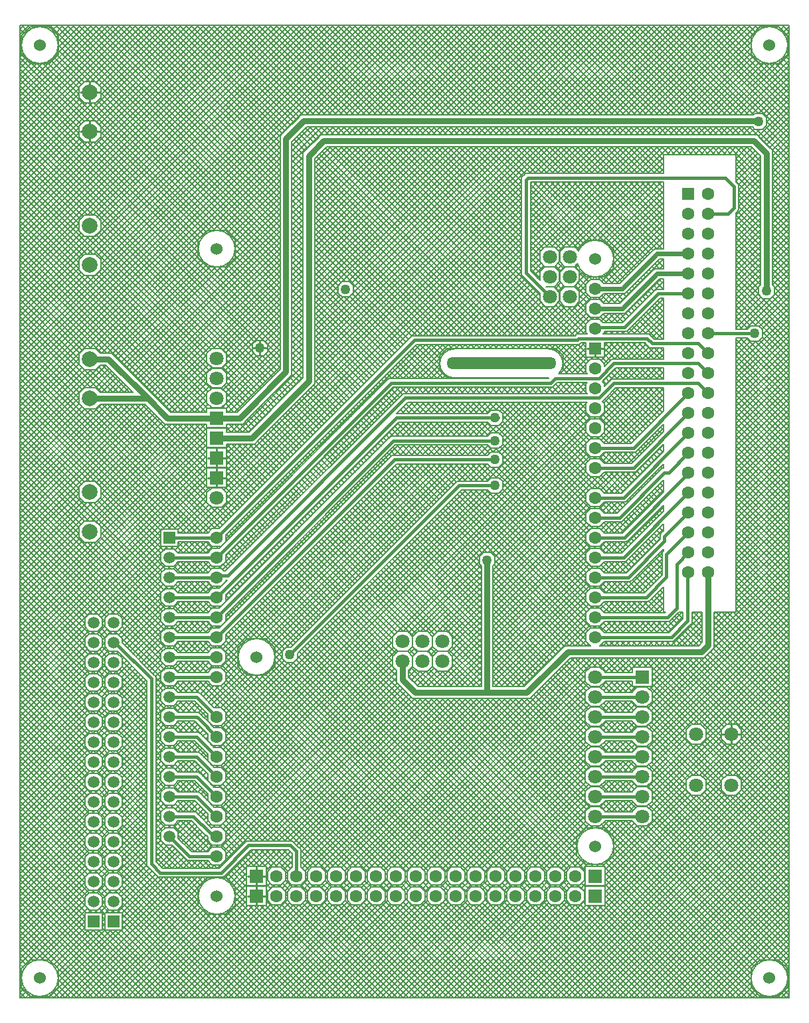
<source format=gbr>
%TF.GenerationSoftware,Altium Limited,Altium Designer,21.8.1 (53)*%
G04 Layer_Physical_Order=1*
G04 Layer_Color=255*
%FSLAX43Y43*%
%MOMM*%
%TF.SameCoordinates,8EB70333-0A29-48E7-A932-0FA81BCCDE64*%
%TF.FilePolarity,Positive*%
%TF.FileFunction,Copper,L1,Top,Signal*%
%TF.Part,Single*%
G01*
G75*
%TA.AperFunction,NonConductor*%
%ADD10C,0.203*%
%ADD11C,0.254*%
%TA.AperFunction,Conductor*%
%ADD12C,0.400*%
%ADD13C,0.800*%
%ADD14C,0.600*%
%ADD15C,0.254*%
%TA.AperFunction,ComponentPad*%
%ADD16C,1.500*%
%ADD17R,1.500X1.500*%
%ADD18R,1.800X1.800*%
%ADD19C,1.800*%
%ADD20C,2.000*%
%ADD21C,1.524*%
%ADD22O,14.000X1.524*%
%ADD23C,1.600*%
%ADD24R,1.600X1.600*%
%ADD25R,1.800X1.800*%
%TA.AperFunction,WasherPad*%
%ADD26C,1.524*%
%TA.AperFunction,ComponentPad*%
%ADD27R,1.600X1.600*%
%TA.AperFunction,ViaPad*%
%ADD28C,1.270*%
D10*
X96000Y119644D02*
G03*
X98356Y122000I0J2356D01*
G01*
D02*
G03*
X96000Y124356I-2356J0D01*
G01*
X93644Y122000D02*
G03*
X96000Y119644I2356J0D01*
G01*
Y124356D02*
G03*
X93644Y122000I0J-2356D01*
G01*
X76156Y94760D02*
G03*
X73800Y97116I-2356J0D01*
G01*
Y92404D02*
G03*
X76156Y94760I0J2356D01*
G01*
X73800Y97116D02*
G03*
X71666Y95757I0J-2356D01*
G01*
X71535Y94112D02*
G03*
X73800Y92404I2265J648D01*
G01*
X69686Y81400D02*
G03*
X67830Y83256I-1856J0D01*
G01*
X69113Y80060D02*
G03*
X69686Y81400I-1283J1340D01*
G01*
X55830Y83256D02*
G03*
X53974Y81400I0J-1856D01*
G01*
D02*
G03*
X55830Y79544I1856J0D01*
G01*
X98356Y3000D02*
G03*
X96000Y5356I-2356J0D01*
G01*
Y644D02*
G03*
X98356Y3000I0J2356D01*
G01*
X96000Y5356D02*
G03*
X93644Y3000I0J-2356D01*
G01*
D02*
G03*
X96000Y644I2356J0D01*
G01*
X73800Y17474D02*
G03*
X76156Y19830I0J2356D01*
G01*
D02*
G03*
X73800Y22186I-2356J0D01*
G01*
X71444Y19830D02*
G03*
X73800Y17474I2356J0D01*
G01*
Y22186D02*
G03*
X71444Y19830I0J-2356D01*
G01*
X27896Y96030D02*
G03*
X25540Y98386I-2356J0D01*
G01*
D02*
G03*
X23184Y96030I0J-2356D01*
G01*
X25540Y93674D02*
G03*
X27896Y96030I0J2356D01*
G01*
X23184D02*
G03*
X25540Y93674I2356J0D01*
G01*
X5356Y122000D02*
G03*
X3000Y124356I-2356J0D01*
G01*
Y119644D02*
G03*
X5356Y122000I0J2356D01*
G01*
X3000Y124356D02*
G03*
X644Y122000I0J-2356D01*
G01*
D02*
G03*
X3000Y119644I2356J0D01*
G01*
X32976Y43960D02*
G03*
X30620Y46316I-2356J0D01*
G01*
D02*
G03*
X28264Y43960I0J-2356D01*
G01*
X30620Y41604D02*
G03*
X32976Y43960I0J2356D01*
G01*
X28264D02*
G03*
X30620Y41604I2356J0D01*
G01*
X27896Y13480D02*
G03*
X25540Y15836I-2356J0D01*
G01*
Y11124D02*
G03*
X27896Y13480I0J2356D01*
G01*
X23184D02*
G03*
X25540Y11124I2356J0D01*
G01*
Y15836D02*
G03*
X23184Y13480I0J-2356D01*
G01*
X5356Y3000D02*
G03*
X3000Y5356I-2356J0D01*
G01*
Y644D02*
G03*
X5356Y3000I0J2356D01*
G01*
X644D02*
G03*
X3000Y644I2356J0D01*
G01*
Y5356D02*
G03*
X644Y3000I0J-2356D01*
G01*
X98356Y123126D02*
X98517Y122964D01*
X98194Y123339D02*
X98517Y123662D01*
X98356Y122407D02*
X98517Y122246D01*
X98356Y122782D02*
X98517Y122944D01*
X98401Y124517D02*
X98517Y124401D01*
X97835Y123698D02*
X98517Y124381D01*
X98255Y122681D02*
X98356Y122782D01*
X98037Y123182D02*
X98194Y123339D01*
X98356Y120822D02*
Y122000D01*
Y122063D02*
X98517Y122225D01*
X98356Y121345D02*
X98517Y121507D01*
X98356Y121689D02*
X98517Y121527D01*
X98356Y122000D02*
Y123178D01*
X98218Y121208D02*
X98356Y121345D01*
X98191Y121135D02*
X98356Y120971D01*
X97476Y124057D02*
X97936Y124517D01*
X97056Y124356D02*
X97217Y124517D01*
X97349Y123931D02*
X97476Y124057D01*
X96000Y124356D02*
X97178D01*
X96964Y124517D02*
X97126Y124356D01*
X96337D02*
X96499Y124517D01*
X96884Y124184D02*
X97056Y124356D01*
X97683Y124517D02*
X98517Y123683D01*
X89780Y124517D02*
X98517Y115780D01*
X97178Y124356D02*
X98356Y123178D01*
X97126Y124356D02*
X98356Y123126D01*
X97733Y123596D02*
X97835Y123698D01*
X98356Y120971D02*
X98517Y120809D01*
X97942Y120666D02*
X98071Y120537D01*
X98517Y120090D01*
X97609Y120280D02*
X97711Y120178D01*
X97199Y119972D02*
X97352Y119819D01*
X96655Y119644D02*
X96792Y119782D01*
X96000Y119644D02*
X97178D01*
X97352Y119819D02*
X98517Y118654D01*
X96808Y119644D02*
X98517Y117935D01*
X96090Y119644D02*
X98517Y117217D01*
X95606Y112226D02*
X98517Y109314D01*
X97711Y120178D02*
X98517Y119372D01*
X97178Y119644D02*
X98356Y120822D01*
X96701Y119751D02*
X96808Y119644D01*
X91518Y113071D02*
X98517Y120070D01*
X90800Y113071D02*
X98517Y120788D01*
X95204Y113165D02*
X98517Y116478D01*
X92236Y113071D02*
X98517Y119352D01*
X95371Y119644D02*
X98517Y116498D01*
X90081Y113071D02*
X96655Y119644D01*
X94580Y113259D02*
X98517Y117196D01*
X95606Y112129D02*
X98517Y115041D01*
X94577Y110383D02*
X98517Y114323D01*
X95296Y109664D02*
X98517Y112886D01*
X94936Y110023D02*
X98517Y113604D01*
X93673Y113071D02*
X98517Y117915D01*
X92955Y113071D02*
X98517Y118633D01*
X95563Y112805D02*
X98517Y115760D01*
X95619Y124356D02*
X95781Y124517D01*
X95527D02*
X95689Y124356D01*
X96246Y124517D02*
X96407Y124356D01*
X94822D02*
X96000D01*
X94900D02*
X95062Y124517D01*
X94809D02*
X94971Y124356D01*
X95135Y124191D01*
X94537Y124071D02*
X94666Y123942D01*
X94090Y124517D02*
X94537Y124071D01*
X94302Y120165D02*
X94404Y120267D01*
X93644Y120822D02*
X94822Y119644D01*
X94178Y123711D02*
X94280Y123609D01*
X93819Y123352D02*
X93972Y123199D01*
X93943Y120524D02*
X94069Y120651D01*
X93372Y124517D02*
X94178Y123711D01*
X92654Y124517D02*
X93819Y123352D01*
X93644Y123100D02*
X94900Y124356D01*
X93644Y123178D02*
X94822Y124356D01*
X91935Y124517D02*
X93644Y122808D01*
X91217Y124517D02*
X93644Y122090D01*
Y122808D02*
X93751Y122701D01*
X93644Y120944D02*
X93816Y121116D01*
X93644Y121371D02*
X93768Y121248D01*
X93644Y122000D02*
Y123178D01*
X90498Y124517D02*
X93644Y121371D01*
Y120822D02*
Y122000D01*
X95248Y119768D02*
X95371Y119644D01*
X95218D02*
X95319Y119745D01*
X95110Y113259D02*
X95606Y112763D01*
X94822Y119644D02*
X96000D01*
X94661Y119806D02*
X94818Y119963D01*
X93932Y113071D02*
X94120Y113259D01*
X95110D01*
X95606Y111773D02*
Y112763D01*
X95110Y111277D02*
X95606Y111773D01*
X94429Y110531D02*
X94807Y110153D01*
X94120Y111277D02*
X95110D01*
X94007Y110531D02*
X94754Y111277D01*
X93838Y111559D02*
X94120Y111277D01*
X94429Y110531D02*
X94807Y110153D01*
X91133Y110531D02*
X92162Y111559D01*
X90525D02*
X91554Y110531D01*
X91852D02*
X92880Y111559D01*
X91243D02*
X92272Y110531D01*
X89806Y111559D02*
X90835Y110531D01*
X89696D02*
X90725Y111559D01*
X90415Y110531D02*
X91444Y111559D01*
X93398D02*
X94427Y110531D01*
X93288D02*
X94077Y111320D01*
X93674Y110531D02*
X94429D01*
X93674D02*
X94429D01*
X92570D02*
X93599Y111559D01*
X91962D02*
X92990Y110531D01*
X92680Y111559D02*
X93709Y110531D01*
X96387Y107853D02*
X98517Y105722D01*
X96387Y105726D02*
X98517Y107857D01*
X96387Y107134D02*
X98517Y105004D01*
X96387Y105008D02*
X98517Y107138D01*
X96387Y107818D02*
Y108573D01*
Y107818D02*
Y108573D01*
Y108571D02*
X98517Y106440D01*
X96387Y105698D02*
X98517Y103567D01*
X96387Y103571D02*
X98517Y105702D01*
X96387Y104979D02*
X98517Y102848D01*
X96387Y102852D02*
X98517Y104983D01*
X96387Y104289D02*
X98517Y106420D01*
X96387Y91408D02*
Y107818D01*
Y106416D02*
X98517Y104285D01*
X95655Y109305D02*
X98517Y112167D01*
X95473Y111640D02*
X98517Y108596D01*
X96373Y108586D02*
X98517Y110731D01*
X96014Y108946D02*
X98517Y111449D01*
X96009Y108951D02*
X96387Y108573D01*
X94807Y110153D02*
X96009Y108951D01*
X96387Y108573D01*
X95114Y111281D02*
X98517Y107877D01*
X94399Y111277D02*
X98517Y107159D01*
X96387Y106445D02*
X98517Y108575D01*
X96387Y107163D02*
X98517Y109294D01*
X96387Y107881D02*
X98517Y110012D01*
X94427Y110531D02*
X96387Y108571D01*
X94875Y91408D02*
Y107818D01*
X96387Y99232D02*
X98517Y97101D01*
X96387Y97105D02*
X98517Y99236D01*
X96387Y96387D02*
X98517Y98517D01*
X96387Y96387D02*
X98517Y98517D01*
X96387Y97823D02*
X98517Y99954D01*
X96387Y100669D02*
X98517Y98538D01*
X96387Y99950D02*
X98517Y97819D01*
X96387Y97076D02*
X98517Y94946D01*
X96387Y94950D02*
X98517Y97081D01*
X96387Y96358D02*
X98517Y94227D01*
X96387Y94231D02*
X98517Y96362D01*
X96387Y95668D02*
X98517Y97799D01*
X96387Y98513D02*
X98517Y96382D01*
X96387Y97795D02*
X98517Y95664D01*
X96387Y100697D02*
X98517Y102828D01*
X96387Y103542D02*
X98517Y101411D01*
X96387Y99979D02*
X98517Y102110D01*
X96387Y102824D02*
X98517Y100693D01*
X96387Y104261D02*
X98517Y102130D01*
X96387Y102134D02*
X98517Y104265D01*
X96387Y101416D02*
X98517Y103546D01*
X96387Y99260D02*
X98517Y101391D01*
X96387Y102105D02*
X98517Y99975D01*
X96387Y98542D02*
X98517Y100673D01*
X96387Y101387D02*
X98517Y99256D01*
X91700Y96734D02*
X94875Y93559D01*
X91700Y93855D02*
X94875Y97031D01*
X91700Y93137D02*
X94875Y96312D01*
X93674Y109019D02*
X94875Y107818D01*
X93065Y109019D02*
X94875Y107209D01*
X92346Y109019D02*
X94875Y106490D01*
X92036Y104249D02*
X94875Y107089D01*
X91797Y104489D02*
X92075Y104211D01*
X91700Y104585D02*
X91797Y104489D01*
X92075Y104211D01*
Y102132D02*
X94875Y104933D01*
X91700Y105355D02*
X94875Y102180D01*
X92075Y101414D02*
X94875Y104215D01*
X91700Y104637D02*
X94875Y101461D01*
X92075Y103569D02*
X94875Y106370D01*
X91700Y106074D02*
X94875Y102898D01*
X92075Y102851D02*
X94875Y105652D01*
X91700Y107505D02*
X93214Y109019D01*
X91526Y108050D02*
X92496Y109019D01*
X91700Y106068D02*
X94162Y108531D01*
X91700Y106787D02*
X93803Y108890D01*
X90191Y109019D02*
X91160Y108050D01*
X90089D02*
X91059Y109019D01*
X90808Y108050D02*
X91777Y109019D01*
X91700Y104632D02*
X94875Y107807D01*
X90909Y109019D02*
X94875Y105053D01*
X91700Y106792D02*
X94875Y103617D01*
X91700Y107510D02*
X94875Y104335D01*
X91700Y105350D02*
X94521Y108171D01*
X91628Y109019D02*
X94875Y105772D01*
X91700Y104585D02*
Y108050D01*
X92075Y100969D02*
Y101524D01*
Y103544D02*
X94875Y100743D01*
X92075Y100969D02*
Y101524D01*
X91797Y100691D02*
X92075Y100969D01*
Y103655D02*
Y104211D01*
Y103655D02*
Y104211D01*
Y101524D02*
Y103655D01*
Y101388D02*
X94875Y98588D01*
X91925Y100819D02*
X94875Y97869D01*
X91700Y97453D02*
X94875Y94277D01*
X91700Y94574D02*
X94875Y97749D01*
X92075Y102107D02*
X94875Y99306D01*
X92075Y102825D02*
X94875Y100024D01*
X91797Y100691D02*
X92075Y100969D01*
X91700Y98166D02*
X94875Y101341D01*
X91700Y98884D02*
X94875Y102060D01*
X91700Y100326D02*
X94875Y97151D01*
X91700Y97447D02*
X94875Y100623D01*
X91700Y99603D02*
X94875Y102778D01*
X91700Y100321D02*
X94875Y103496D01*
X91700Y100594D02*
X91797Y100691D01*
X91700Y98889D02*
X94875Y95714D01*
X91700Y96011D02*
X94875Y99186D01*
X91700Y98171D02*
X94875Y94996D01*
X91700Y95292D02*
X94875Y98468D01*
X91700Y96729D02*
X94875Y99904D01*
X91700Y85774D02*
Y100594D01*
Y99608D02*
X94875Y96432D01*
X89061Y124517D02*
X98517Y115061D01*
X83314Y124517D02*
X94573Y113259D01*
X88343Y124517D02*
X98517Y114343D01*
X87625Y124517D02*
X98517Y113625D01*
X81159Y124517D02*
X92606Y113071D01*
X79004Y124517D02*
X90450Y113071D01*
X82596Y124517D02*
X93987Y113126D01*
X81460Y113071D02*
X92907Y124517D01*
X86906D02*
X98517Y112906D01*
X86188Y124517D02*
X98517Y112188D01*
X85469Y124517D02*
X98517Y111469D01*
X84751Y124517D02*
X98517Y110751D01*
X82178Y113071D02*
X93625Y124517D01*
X81877D02*
X93324Y113071D01*
X82897D02*
X94344Y124517D01*
X75411D02*
X86858Y113071D01*
X74994D02*
X86441Y124517D01*
X76130D02*
X87577Y113071D01*
X75713D02*
X87160Y124517D01*
X74276Y113071D02*
X85723Y124517D01*
X73975D02*
X85421Y113071D01*
X74693Y124517D02*
X86140Y113071D01*
X77868D02*
X89315Y124517D01*
X77567D02*
X89014Y113071D01*
X78586D02*
X90033Y124517D01*
X78285D02*
X89732Y113071D01*
X76848Y124517D02*
X88295Y113071D01*
X76431D02*
X87878Y124517D01*
X77150Y113071D02*
X88596Y124517D01*
X87926Y113071D02*
X94661Y119806D01*
X87207Y113071D02*
X94302Y120165D01*
X89363Y113071D02*
X95937Y119644D01*
X88644Y113071D02*
X95218Y119644D01*
X86489Y113071D02*
X93943Y120524D01*
X86214Y111559D02*
X87243Y110531D01*
X86823D02*
X87852Y111559D01*
X88369D02*
X89398Y110531D01*
X88260D02*
X89288Y111559D01*
X89088D02*
X90117Y110531D01*
X88978D02*
X90007Y111559D01*
X87541Y110531D02*
X88570Y111559D01*
X86933D02*
X87961Y110531D01*
X87651Y111559D02*
X88680Y110531D01*
X80742Y113071D02*
X92188Y124517D01*
X80440D02*
X91887Y113071D01*
X84334D02*
X93644Y122381D01*
X83615Y113071D02*
X93644Y123100D01*
X79722Y124517D02*
X91169Y113071D01*
X79305D02*
X90752Y124517D01*
X80023Y113071D02*
X91470Y124517D01*
X85771Y113071D02*
X93644Y120944D01*
X85052Y113071D02*
X93644Y121663D01*
X86104Y110531D02*
X87133Y111559D01*
X85496D02*
X86525Y110531D01*
X84777Y111559D02*
X85806Y110531D01*
X84667D02*
X85696Y111559D01*
X85386Y110531D02*
X86415Y111559D01*
X69965Y113071D02*
X81412Y124517D01*
X69664D02*
X81111Y113071D01*
X70684D02*
X82131Y124517D01*
X70383D02*
X81829Y113071D01*
X68946Y124517D02*
X80392Y113071D01*
X68528D02*
X79975Y124517D01*
X69247Y113071D02*
X80694Y124517D01*
X72538D02*
X83985Y113071D01*
X72121D02*
X83567Y124517D01*
X73256D02*
X84703Y113071D01*
X72839D02*
X84286Y124517D01*
X71402Y113071D02*
X82849Y124517D01*
X71101D02*
X82548Y113071D01*
X71819Y124517D02*
X83266Y113071D01*
X64936D02*
X76383Y124517D01*
X64635D02*
X76082Y113071D01*
X65655D02*
X77102Y124517D01*
X65354D02*
X76800Y113071D01*
X63917Y124517D02*
X75364Y113071D01*
X63500D02*
X74946Y124517D01*
X64218Y113071D02*
X75665Y124517D01*
X67509D02*
X78956Y113071D01*
X67092D02*
X78538Y124517D01*
X68227D02*
X79674Y113071D01*
X67810D02*
X79257Y124517D01*
X66373Y113071D02*
X77820Y124517D01*
X66072D02*
X77519Y113071D01*
X66790Y124517D02*
X78237Y113071D01*
X81075Y110531D02*
X82104Y111559D01*
X80467D02*
X81496Y110531D01*
X81794D02*
X82823Y111559D01*
X81185D02*
X82214Y110531D01*
X79748Y111559D02*
X80777Y110531D01*
X79638D02*
X80667Y111559D01*
X80357Y110531D02*
X81386Y111559D01*
X83340D02*
X84369Y110531D01*
X83231D02*
X84259Y111559D01*
X84059D02*
X85088Y110531D01*
X83949D02*
X84978Y111559D01*
X82512Y110531D02*
X83541Y111559D01*
X81904D02*
X82932Y110531D01*
X82622Y111559D02*
X83651Y110531D01*
X75328D02*
X76357Y111559D01*
X73557Y113071D02*
X85004Y124517D01*
X76156Y111559D02*
X77185Y110531D01*
X76046D02*
X77075Y111559D01*
X74610Y110531D02*
X75638Y111559D01*
X74001D02*
X75030Y110531D01*
X74719Y111559D02*
X75748Y110531D01*
X78202D02*
X79230Y111559D01*
X77593D02*
X78622Y110531D01*
X79030Y111559D02*
X80059Y110531D01*
X78920D02*
X79949Y111559D01*
X76875D02*
X77904Y110531D01*
X76765D02*
X77794Y111559D01*
X77483Y110531D02*
X78512Y111559D01*
X86497Y108050D02*
X87467Y109019D01*
X85881D02*
X86850Y108050D01*
X87216D02*
X88185Y109019D01*
X86599D02*
X87568Y108050D01*
X85162Y109019D02*
X86131Y108050D01*
X85061D02*
X86030Y109019D01*
X85779Y108050D02*
X86748Y109019D01*
X88754D02*
X89724Y108050D01*
X88653D02*
X89622Y109019D01*
X89473D02*
X90442Y108050D01*
X89371D02*
X90340Y109019D01*
X87934Y108050D02*
X88904Y109019D01*
X87317D02*
X88287Y108050D01*
X88036Y109019D02*
X89005Y108050D01*
X84033Y124517D02*
X98517Y110033D01*
X83007Y109019D02*
X83976Y108050D01*
X83624D02*
X84593Y109019D01*
X82500Y108050D02*
X91700D01*
X82288Y109019D02*
X83258Y108050D01*
X81570Y109019D02*
X82539Y108050D01*
X82905D02*
X83875Y109019D01*
X83725D02*
X84695Y108050D01*
X79768Y105632D02*
X83156Y109019D01*
X84444D02*
X85413Y108050D01*
X84342D02*
X85312Y109019D01*
X80852D02*
X82500Y107371D01*
X80133Y109019D02*
X82500Y106653D01*
X79415Y109019D02*
X82500Y105934D01*
X81040Y104520D02*
X82500Y103060D01*
X80322Y104520D02*
X82500Y102342D01*
X79603Y104520D02*
X82500Y101624D01*
X78885Y104520D02*
X82500Y100905D01*
X81924Y105632D02*
X82500Y106208D01*
X80487Y105632D02*
X82500Y107645D01*
X81758Y104520D02*
X82500Y103779D01*
Y96036D02*
Y104520D01*
X76519Y91606D02*
X82500Y97587D01*
X82386Y96036D02*
X82500Y96150D01*
X81667Y96036D02*
X82500Y96868D01*
X78166Y104520D02*
X82500Y100187D01*
X77448Y104520D02*
X82500Y99468D01*
X76729Y104520D02*
X82500Y98750D01*
X75293Y104520D02*
X82500Y97313D01*
X74574Y104520D02*
X82500Y96595D01*
X75630Y96464D02*
X82500Y103334D01*
X75270Y96823D02*
X82500Y104053D01*
X65532Y104520D02*
X82500D01*
X65488Y105632D02*
X82500D01*
X76011Y104520D02*
X82500Y98031D01*
X76156Y94116D02*
X82500Y100461D01*
X74616Y91858D02*
X82500Y99742D01*
X75800Y91606D02*
X82500Y98305D01*
X75082Y91606D02*
X82500Y99024D01*
X76156Y95553D02*
X82500Y101897D01*
X75989Y96105D02*
X82500Y102616D01*
X76156Y94835D02*
X82500Y101179D01*
X76541Y109019D02*
X79929Y105632D01*
X76176D02*
X79564Y109019D01*
X77259D02*
X80647Y105632D01*
X76895D02*
X80283Y109019D01*
X78312Y111559D02*
X79340Y110531D01*
X75458Y105632D02*
X78846Y109019D01*
X75823D02*
X79210Y105632D01*
X79050D02*
X82438Y109019D01*
X78696D02*
X82084Y105632D01*
X82500D02*
Y108050D01*
X81205Y105632D02*
X82500Y106926D01*
X77978Y109019D02*
X81366Y105632D01*
X77613D02*
X81001Y109019D01*
X78332Y105632D02*
X81719Y109019D01*
X75438Y111559D02*
X76467Y110531D01*
X72949Y109019D02*
X76337Y105632D01*
X73667Y109019D02*
X77055Y105632D01*
X73303D02*
X76690Y109019D01*
X72230D02*
X75618Y105632D01*
X71866D02*
X75254Y109019D01*
X72584Y105632D02*
X75972Y109019D01*
X75104D02*
X78492Y105632D01*
X70392Y96256D02*
X78657Y104520D01*
X68827D02*
X79340Y94007D01*
X68108Y104520D02*
X78981Y93648D01*
X74386Y109019D02*
X77774Y105632D01*
X74021D02*
X77409Y109019D01*
X74739Y105632D02*
X78127Y109019D01*
X74845Y97116D02*
X82249Y104520D01*
X74126Y97116D02*
X81531Y104520D01*
X81368Y96036D02*
X82024D01*
X73856Y104520D02*
X82341Y96036D01*
X75143Y96695D02*
X75270Y96823D01*
X73800Y97116D02*
X74978D01*
X75527Y96362D02*
X75630Y96464D01*
X81040Y95708D02*
X81368Y96036D01*
X82024D01*
X81040Y95708D02*
X81368Y96036D01*
X74978Y97116D02*
X76156Y95938D01*
X74795Y97116D02*
X76156Y95755D01*
X75833Y95949D02*
X75989Y96105D01*
X72689Y97116D02*
X80094Y104520D01*
X71111Y96256D02*
X79376Y104520D01*
X73408Y97116D02*
X80812Y104520D01*
X73137D02*
X81622Y96036D01*
X68237Y96256D02*
X76502Y104520D01*
X67519Y96256D02*
X75784Y104520D01*
X68792Y96092D02*
X77220Y104520D01*
X70982D02*
X80418Y95085D01*
X70264Y104520D02*
X80058Y94726D01*
X72419Y104520D02*
X81136Y95803D01*
X71701Y104520D02*
X80777Y95444D01*
X69151Y95732D02*
X77939Y104520D01*
X65532Y94987D02*
X75065Y104520D01*
X69545D02*
X79699Y94367D01*
X96387Y94203D02*
X98517Y92072D01*
X96387Y92076D02*
X98517Y94207D01*
X96412Y91383D02*
X98517Y93488D01*
X96387Y93484D02*
X98517Y91354D01*
X96387Y95640D02*
X98517Y93509D01*
X96387Y93513D02*
X98517Y95644D01*
X96387Y94921D02*
X98517Y92790D01*
X96387Y92794D02*
X98517Y94925D01*
X96387Y92766D02*
X98517Y90635D01*
X92240Y85774D02*
X98517Y92052D01*
X96387Y92048D02*
X98517Y89917D01*
X92958Y85774D02*
X98517Y91333D01*
X96622Y90874D02*
X98517Y92770D01*
X94640Y91173D02*
X94875Y91408D01*
X96387D02*
X96622Y91173D01*
X91700Y91700D02*
X94875Y94875D01*
X91700Y95297D02*
X94875Y92122D01*
X91700Y90982D02*
X94875Y94157D01*
X91700Y91700D02*
X94875Y94875D01*
X91700Y92418D02*
X94875Y95594D01*
X91700Y96016D02*
X94875Y92840D01*
X91700Y94579D02*
X94873Y91406D01*
X91700Y92424D02*
X98517Y85606D01*
X91700Y89545D02*
X94875Y92720D01*
X91700Y91705D02*
X98517Y84888D01*
X91700Y88826D02*
X94875Y92002D01*
X91700Y90263D02*
X94875Y93439D01*
X91700Y93860D02*
X94640Y90920D01*
X91700Y93142D02*
X94640Y90202D01*
X96622Y91094D02*
X98517Y89198D01*
X96622Y90183D02*
Y91173D01*
Y90376D02*
X98517Y88480D01*
X96126Y89687D02*
X96622Y90183D01*
X94640D02*
X95136Y89687D01*
X94640Y90202D02*
X95155Y89687D01*
X95136D02*
X96126D01*
X95155D02*
X98517Y86325D01*
X94715Y86094D02*
X98517Y89896D01*
X95098Y85040D02*
X98517Y88460D01*
X95075Y85735D02*
X98517Y89178D01*
X96359Y89920D02*
X98517Y87761D01*
X95873Y89687D02*
X98517Y87043D01*
X95098Y84722D02*
Y85712D01*
X94110Y86208D02*
X98517Y90615D01*
X91700Y88108D02*
X94640Y91048D01*
X91700Y86671D02*
X94926Y89897D01*
X91700Y87389D02*
X94640Y90330D01*
Y90183D02*
Y91173D01*
X91700Y88831D02*
X94324Y86208D01*
X93612D02*
X94602D01*
X95098Y85712D01*
X91700Y85953D02*
X95435Y89687D01*
X94602Y84226D02*
X95098Y84722D01*
X93612Y84226D02*
X94602D01*
X91700Y87395D02*
X93249Y85845D01*
X91700Y88113D02*
X93609Y86204D01*
X93178Y85774D02*
X93612Y86208D01*
X82500Y93496D02*
Y94724D01*
X81760Y94461D02*
X82500Y93721D01*
X82024Y93496D02*
X82500D01*
X82001D02*
X82500Y93995D01*
X82024Y94724D02*
X82500D01*
X82024Y96036D02*
X82500D01*
X82215Y94724D02*
X82500Y94439D01*
Y90856D02*
Y92184D01*
X81953Y92113D02*
X82500Y91566D01*
X82235Y90856D02*
X82500Y91121D01*
X82101Y90856D02*
X82500D01*
X82024Y92184D02*
X82500D01*
X81593Y91754D02*
X82492Y90856D01*
X81545D02*
X82101D01*
X81401Y94102D02*
X82007Y93496D01*
X81040Y93168D02*
X81368Y93496D01*
X82024D01*
X81368D02*
X82024D01*
X81042Y93742D02*
X81328Y93456D01*
X81040Y93168D02*
X81368Y93496D01*
X80683Y93383D02*
X80969Y93097D01*
X81267Y90578D02*
X81545Y90856D01*
X81234Y91395D02*
X81773Y90856D01*
X81545D02*
X82101D01*
X81267Y90578D02*
X81545Y90856D01*
X80323Y93024D02*
X80610Y92737D01*
X79964Y92665D02*
X80251Y92378D01*
X80875Y91036D02*
X81300Y90610D01*
X91700Y86676D02*
X92602Y85774D01*
X81415Y89059D02*
X82500Y87974D01*
X91700Y85774D02*
X93178D01*
X91700Y85958D02*
X91884Y85774D01*
X82166Y89744D02*
X82500Y89410D01*
X82101Y89744D02*
X82500D01*
X81774Y89418D02*
X82500Y88692D01*
X91700Y84516D02*
X91847Y84663D01*
X82500Y84490D02*
Y89744D01*
X91700Y84663D02*
X93175D01*
X82334Y84490D02*
X82500Y84655D01*
X81616Y84490D02*
X82500Y85374D01*
X81107Y84699D02*
X82500Y86092D01*
X81316Y84490D02*
X82500D01*
X81056Y88699D02*
X82500Y87255D01*
X80516Y90676D02*
X80941Y90251D01*
X80697Y88340D02*
X82500Y86537D01*
X80337Y87981D02*
X82500Y85818D01*
X80156Y90317D02*
X80582Y89892D01*
X79797Y89958D02*
X80222Y89533D01*
X80110Y85140D02*
X80666D01*
X80111D02*
X82500Y87529D01*
X79978Y87622D02*
X82500Y85100D01*
X80944Y84862D02*
X81316Y84490D01*
X80747Y85058D02*
X82500Y86811D01*
X80666Y85140D02*
X80944Y84862D01*
X80110Y85140D02*
X80666D01*
X80944Y84862D01*
X92995Y84663D02*
X98517Y79140D01*
X92276Y84663D02*
X98517Y78422D01*
X94735Y84359D02*
X98517Y80577D01*
X94150Y84226D02*
X98517Y79859D01*
X95098Y85434D02*
X98517Y82014D01*
X95094Y84719D02*
X98517Y81296D01*
X93175Y84663D02*
X93612Y84226D01*
X91700Y82366D02*
X98517Y75548D01*
X91700Y75895D02*
X98517Y82712D01*
X91700Y81647D02*
X98517Y74830D01*
X91700Y75176D02*
X98517Y81994D01*
X91700Y76613D02*
X98517Y83431D01*
X91700Y83803D02*
X98517Y76985D01*
X91700Y83084D02*
X98517Y76267D01*
X91700Y90268D02*
X98517Y83451D01*
X91700Y90987D02*
X98517Y84169D01*
X91700Y81642D02*
X94284Y84226D01*
X91700Y89550D02*
X98517Y82732D01*
X91700Y83079D02*
X93230Y84609D01*
X91700Y83797D02*
X92566Y84663D01*
X91700Y82361D02*
X93589Y84249D01*
X91700Y78050D02*
X98517Y84867D01*
X91700Y78768D02*
X98517Y85586D01*
X91700Y77332D02*
X98517Y84149D01*
X91700Y84521D02*
X98517Y77704D01*
X91700Y80205D02*
X98517Y87023D01*
X91700Y80924D02*
X98517Y87741D01*
X91700Y79487D02*
X98517Y86304D01*
X91700Y75900D02*
X98517Y69082D01*
X91700Y69429D02*
X98517Y76246D01*
X91700Y75181D02*
X98517Y68364D01*
X91700Y68711D02*
X98517Y75528D01*
X91700Y70147D02*
X98517Y76965D01*
X91700Y77337D02*
X98517Y70519D01*
X91700Y76618D02*
X98517Y69801D01*
X91700Y66555D02*
X98517Y73373D01*
X91700Y73745D02*
X98517Y66927D01*
X91700Y65837D02*
X98517Y72654D01*
X91700Y73026D02*
X98517Y66209D01*
X91700Y74463D02*
X98517Y67646D01*
X91700Y67992D02*
X98517Y74810D01*
X91700Y67274D02*
X98517Y74091D01*
X91700Y73739D02*
X98517Y80557D01*
X91700Y80929D02*
X98517Y74111D01*
X91700Y73021D02*
X98517Y79838D01*
X91700Y80210D02*
X98517Y73393D01*
X91700Y74458D02*
X98517Y81275D01*
X81733Y80838D02*
X82500Y80071D01*
X82127Y73260D02*
X82500Y72887D01*
X91700Y71584D02*
X98517Y78402D01*
X91700Y78774D02*
X98517Y71956D01*
X91700Y70866D02*
X98517Y77683D01*
X91700Y78055D02*
X98517Y71238D01*
X91700Y72303D02*
X98517Y79120D01*
X91700Y79492D02*
X98517Y72675D01*
X82500Y72735D02*
Y73634D01*
Y81950D02*
Y83378D01*
X81231Y81950D02*
X82500Y83218D01*
X81950Y81950D02*
X82500Y82500D01*
X81950Y81950D02*
X82500Y82500D01*
X82066Y83378D02*
X82500Y82945D01*
X81316Y83378D02*
X82500D01*
X81348D02*
X82500Y82226D01*
Y79410D02*
Y80838D01*
X82117Y78298D02*
X82500Y77916D01*
Y75300D02*
Y78298D01*
X81399D02*
X82500Y77197D01*
X82283Y79410D02*
X82500Y79626D01*
X81565Y79410D02*
X82500Y80345D01*
X81767Y72901D02*
X82217Y72452D01*
X79979Y84028D02*
X82058Y81950D01*
X79794D02*
X81223Y83378D01*
X80760D02*
X81316D01*
X80760D02*
X81316D01*
X80482Y83656D02*
X80760Y83378D01*
X80110Y84028D02*
X80482Y83656D01*
X80760Y83378D01*
X81014Y80838D02*
X82443Y79410D01*
X80846D02*
X82275Y80838D01*
X80680Y78298D02*
X82500Y76479D01*
X79962Y78298D02*
X82500Y75760D01*
X80513Y81950D02*
X81942Y83378D01*
X80128Y79410D02*
X81557Y80838D01*
X80296D02*
X81725Y79410D01*
X82500Y70195D02*
Y71068D01*
X82408Y68040D02*
X82500Y68132D01*
X82351Y68040D02*
X82500D01*
X82351D02*
X82500D01*
X82332Y70900D02*
X82500Y70731D01*
X81972Y70541D02*
X82409Y70104D01*
X81613Y70181D02*
X82050Y69745D01*
X82500Y68040D02*
Y68528D01*
X82073Y67762D02*
X82351Y68040D01*
X82090Y66112D02*
X82500Y65703D01*
X82073Y67762D02*
X82351Y68040D01*
X82165Y68193D02*
X82335Y68023D01*
X81806Y67834D02*
X81975Y67664D01*
X81446Y67475D02*
X81616Y67305D01*
X81408Y72542D02*
X81857Y72092D01*
X81049Y72183D02*
X81498Y71733D01*
X81254Y69822D02*
X81691Y69386D01*
X80895Y69463D02*
X81331Y69026D01*
X80690Y71823D02*
X81139Y71374D01*
X80331Y71464D02*
X80780Y71015D01*
X79971Y71105D02*
X80421Y70656D01*
X80536Y69104D02*
X80972Y68667D01*
X80176Y68745D02*
X80613Y68308D01*
X81087Y67115D02*
X81257Y66945D01*
X80728Y66756D02*
X80898Y66586D01*
X80369Y66397D02*
X80539Y66227D01*
X79817Y68385D02*
X80254Y67949D01*
X80010Y66038D02*
X80179Y65868D01*
X79605Y92306D02*
X79892Y92019D01*
X79246Y91946D02*
X79532Y91660D01*
X79438Y89599D02*
X79863Y89174D01*
X79079Y89239D02*
X79504Y88814D01*
X78886Y91587D02*
X79173Y91300D01*
X78527Y91228D02*
X78814Y90941D01*
X78720Y88880D02*
X79145Y88455D01*
X78168Y90869D02*
X78455Y90582D01*
X78105Y85748D02*
X82101Y89744D01*
X77955Y85140D02*
X82500Y89684D01*
X79392Y85140D02*
X82500Y88247D01*
X78674Y85140D02*
X82500Y88966D01*
X78360Y88521D02*
X78786Y88096D01*
X77922Y88082D02*
X82024Y92184D01*
X78001Y88162D02*
X78426Y87737D01*
X76938Y91606D02*
X81040Y95708D01*
X76156Y95755D02*
X78622Y93289D01*
X77922Y90622D02*
X82024Y94724D01*
X76156Y95036D02*
X78262Y92930D01*
X77594Y90294D02*
X77922Y90622D01*
X76156Y94318D02*
X77903Y92570D01*
X77594Y90294D02*
X77922Y90622D01*
X76852Y89066D02*
X82500Y94713D01*
X76524Y86582D02*
X82127Y92184D01*
X77271Y86582D02*
X81267Y90578D01*
X77242Y86582D02*
X82500Y91839D01*
X77809Y90509D02*
X78095Y90223D01*
X76938Y89066D02*
X81040Y93168D01*
X77305Y90294D02*
X77736Y89864D01*
X78901Y86544D02*
X80305Y85140D01*
X78541Y86185D02*
X79587Y85140D01*
X78182Y85826D02*
X78868Y85140D01*
X77819Y85470D02*
X78150Y85140D01*
X77827Y85470D02*
X78105Y85748D01*
X77642Y87803D02*
X78067Y87378D01*
X77827Y85470D02*
X78105Y85748D01*
X79619Y87263D02*
X82392Y84490D01*
X79260Y86903D02*
X81673Y84490D01*
X79261Y84028D02*
X81340Y81950D01*
X79076D02*
X80632Y83506D01*
X78543Y84028D02*
X80621Y81950D01*
X77824Y84028D02*
X79903Y81950D01*
X78357D02*
X80273Y83865D01*
X77594Y87754D02*
X77922Y88082D01*
X77594Y87754D02*
X77922Y88082D01*
X74946Y84028D02*
X80110D01*
X74793Y85140D02*
X80110D01*
X77271Y85470D02*
X77827D01*
X76972Y87754D02*
X77708Y87018D01*
X77271Y85470D02*
X77827D01*
X77106Y84028D02*
X79185Y81950D01*
X76921D02*
X78999Y84028D01*
X77639Y81950D02*
X79718Y84028D01*
X76445Y81950D02*
X82500D01*
X76202D02*
X78281Y84028D01*
X75669D02*
X77748Y81950D01*
X76387Y84028D02*
X78466Y81950D01*
X76156Y93582D02*
Y94760D01*
X76024Y93985D02*
X76156Y94116D01*
Y93600D02*
X77544Y92211D01*
X75952Y93803D02*
X76156Y93600D01*
Y94760D02*
Y95938D01*
X76052Y95450D02*
X76156Y95553D01*
X75687Y93350D02*
X75805Y93232D01*
X76587Y90294D02*
X77377Y89504D01*
X76134Y89066D02*
X77363Y90294D01*
X76938D02*
X77594D01*
X76938D02*
X77594D01*
X75805Y93232D02*
X77185Y91852D01*
X75446Y92872D02*
X76713Y91606D01*
X75869Y90294D02*
X77018Y89145D01*
X74978Y92404D02*
X76156Y93582D01*
X75340Y92978D02*
X75446Y92872D01*
X74868Y91606D02*
X76938D01*
X74915Y92685D02*
X75087Y92513D01*
X73800Y92404D02*
X74978D01*
X74477D02*
X75276Y91606D01*
X75150Y90294D02*
X76379Y89066D01*
X75087Y92513D02*
X75994Y91606D01*
X75416Y89066D02*
X76644Y90294D01*
X74868D02*
X76938D01*
X74782Y89151D02*
X75926Y90294D01*
X74423Y89510D02*
X75208Y90294D01*
X74650Y90076D02*
X75661Y89066D01*
X76253Y87754D02*
X77349Y86659D01*
X75805Y86582D02*
X76978Y87754D01*
X76938D02*
X77594D01*
X76938D02*
X77594D01*
X75535D02*
X76708Y86582D01*
X75087D02*
X76260Y87754D01*
X75664Y85470D02*
X75995Y85140D01*
X76519D02*
X76849Y85470D01*
X76382D02*
X76713Y85140D01*
X77237D02*
X77568Y85470D01*
X77101D02*
X77431Y85140D01*
X75890Y81950D02*
X76445D01*
X75800Y85140D02*
X76131Y85470D01*
X75890Y81950D02*
X76445D01*
X74868Y87754D02*
X76938D01*
X74868Y89066D02*
X76938D01*
X74946Y85470D02*
X77271D01*
X74812Y86582D02*
X77271D01*
X74842Y87729D02*
X75989Y86582D01*
X74590Y86803D02*
X75541Y87754D01*
X74483Y87370D02*
X75271Y86582D01*
X75082Y85140D02*
X75412Y85470D01*
X74946Y82848D02*
X76126Y84028D01*
X74950D02*
X77029Y81950D01*
X74946Y83315D02*
X76311Y81950D01*
X74946Y83567D02*
X75407Y84028D01*
X74946Y85470D02*
X75276Y85140D01*
X72634Y82174D02*
X74946D01*
X78691Y79410D02*
X80120Y80838D01*
X78140D02*
X79569Y79410D01*
X79410D02*
X80838Y80838D01*
X78859D02*
X80288Y79410D01*
X77422Y80838D02*
X78851Y79410D01*
X77254D02*
X78683Y80838D01*
X77973Y79410D02*
X79402Y80838D01*
X78525Y78298D02*
X82012Y74812D01*
X77807Y78298D02*
X81652Y74453D01*
X79244Y78298D02*
X82371Y75171D01*
X76445Y78298D02*
X82500D01*
X79577Y80838D02*
X81006Y79410D01*
X79410D02*
X80838Y80838D01*
X77088Y78298D02*
X81293Y74094D01*
X76445Y79410D02*
X82500D01*
X76445Y80838D02*
X82500D01*
X76408Y78261D02*
X80934Y73734D01*
X76048Y77902D02*
X80575Y73375D01*
X74946Y73509D02*
X79735Y78298D01*
X74706Y73987D02*
X79017Y78298D01*
X75689Y77542D02*
X80216Y73016D01*
X74873Y71281D02*
X81891Y78298D01*
X74514Y71640D02*
X81172Y78298D01*
X76215Y71186D02*
X82500Y77471D01*
X75496Y71186D02*
X82500Y78189D01*
X75330Y77183D02*
X79856Y72657D01*
X74946Y72790D02*
X80454Y78298D01*
X74971Y76824D02*
X79497Y72298D01*
X79244Y67812D02*
X82500Y71068D01*
X79219Y70352D02*
X82500Y73634D01*
X79612Y70746D02*
X80061Y70296D01*
X79253Y70386D02*
X79702Y69937D01*
X78941Y70074D02*
X79219Y70352D01*
X78941Y70074D02*
X79219Y70352D01*
X78847Y70074D02*
X79343Y69578D01*
X79458Y68026D02*
X79895Y67590D01*
X78966Y67534D02*
X79244Y67812D01*
X79099Y67667D02*
X79535Y67230D01*
X78966Y67534D02*
X79244Y67812D01*
X78411Y67534D02*
X78966D01*
X78411D02*
X78966D01*
X78513D02*
X79176Y66871D01*
X77651Y71186D02*
X82500Y76034D01*
X76933Y71186D02*
X82500Y76753D01*
X78385Y71186D02*
X82500Y75300D01*
X78370Y71186D02*
X82500Y75316D01*
X74946Y75412D02*
X78779Y71579D01*
X74946Y76131D02*
X79138Y71938D01*
X78385Y70074D02*
X78941D01*
X78411Y68646D02*
X82500Y72735D01*
X77985Y68646D02*
X82500Y73161D01*
X78385Y70074D02*
X78941D01*
X78128D02*
X78984Y69219D01*
X77410Y70074D02*
X78625Y68859D01*
X77267Y68646D02*
X78695Y70074D01*
X77794Y67534D02*
X78817Y66512D01*
X76215Y80608D02*
X77414Y79410D01*
X75856Y80249D02*
X76696Y79410D01*
X75890D02*
X76445D01*
X75890D02*
X76445D01*
X75612Y81672D02*
X75890Y81950D01*
X75612Y81672D02*
X75890Y81950D01*
X75497Y79890D02*
X75977Y79410D01*
X76704Y80838D02*
X78132Y79410D01*
X76536D02*
X77965Y80838D01*
X75612Y79132D02*
X75890Y79410D01*
X74946Y75664D02*
X77580Y78298D01*
X75612Y79132D02*
X75890Y79410D01*
X75138Y79531D02*
X75574Y79094D01*
X74946Y78466D02*
Y78828D01*
X74924Y81390D02*
X77563Y84028D01*
X74565Y81749D02*
X76844Y84028D01*
X74946Y81006D02*
X75612Y81672D01*
X74946Y82596D02*
X75741Y81801D01*
X74649Y82174D02*
X75382Y81442D01*
X74368Y81946D02*
X74946Y81368D01*
Y81160D02*
X75023Y81083D01*
X74946Y78538D02*
X77246Y80838D01*
X74731Y79042D02*
X76528Y80838D01*
X74898Y76335D02*
X76862Y78298D01*
X74865Y76718D02*
X76445Y78298D01*
X74833Y79226D02*
X76445Y80838D01*
X74778Y79172D02*
X75215Y78735D01*
X74946Y78466D02*
X75612Y79132D01*
X74946Y71186D02*
X78385D01*
X74946Y73257D02*
X77017Y71186D01*
X74946Y68646D02*
X78411D01*
X74946Y70074D02*
X78385D01*
X75111Y68646D02*
X76540Y70074D01*
X74919Y72565D02*
X76299Y71186D01*
X75254Y70074D02*
X76683Y68646D01*
X76691Y70074D02*
X78120Y68646D01*
X76358Y67534D02*
X78099Y65793D01*
X77076Y67534D02*
X78458Y66153D01*
X74946Y67534D02*
X78411D01*
X75973Y70074D02*
X77402Y68646D01*
X75830D02*
X77259Y70074D01*
X76548Y68646D02*
X77977Y70074D01*
X74326Y74326D02*
X78298Y78298D01*
X74326Y74326D02*
X78298Y78298D01*
X74726Y74913D02*
X78419Y71220D01*
X74367Y74554D02*
X77735Y71186D01*
X74690Y76543D02*
X74946Y76288D01*
X74368Y72014D02*
X74946Y72592D01*
X74368Y71786D02*
X74946Y71208D01*
X74680Y68933D02*
X75822Y70074D01*
X74560Y72206D02*
X75580Y71186D01*
X74752Y69859D02*
X75965Y68646D01*
X74393Y69499D02*
X75246Y68646D01*
X74368Y69474D02*
X74946Y70052D01*
X74275Y69246D02*
X75103Y70074D01*
X74368Y69246D02*
X74946Y68668D01*
X73283Y111559D02*
X74311Y110531D01*
X73173D02*
X74201Y111559D01*
X73891Y110531D02*
X74920Y111559D01*
X71147Y105632D02*
X74535Y109019D01*
X71846Y111559D02*
X72875Y110531D01*
X71736D02*
X72765Y111559D01*
X72564D02*
X73593Y110531D01*
X72454D02*
X73483Y111559D01*
X72622Y97116D02*
X73800D01*
X71512Y109019D02*
X74900Y105632D01*
X74676Y96947D02*
X74845Y97116D01*
X71499Y95925D02*
X72689Y97116D01*
X71465Y95958D02*
X72622Y97116D01*
X72640D02*
X72843Y96912D01*
X71127Y111559D02*
X72156Y110531D01*
X68992Y105632D02*
X72380Y109019D01*
X69711Y105632D02*
X73098Y109019D01*
X69357D02*
X72745Y105632D01*
X71017Y110531D02*
X72046Y111559D01*
X68274Y105632D02*
X71661Y109019D01*
X68638D02*
X72026Y105632D01*
X70794Y109019D02*
X74181Y105632D01*
X66672Y104520D02*
X74076Y97116D01*
X67390Y104520D02*
X74795Y97116D01*
X65532Y95705D02*
X74347Y104520D01*
X70429Y105632D02*
X73817Y109019D01*
X70075D02*
X73463Y105632D01*
X65953Y104520D02*
X73358Y97116D01*
X72832Y92612D02*
X73040Y92404D01*
X72455Y92571D02*
X72611Y92727D01*
X73007Y92404D02*
X73110Y92508D01*
X72622Y92404D02*
X73800D01*
X72272Y96765D02*
X72390Y96647D01*
X71912Y96406D02*
X72018Y96300D01*
X72096Y92930D02*
X72198Y93033D01*
X74444Y92404D02*
X74575Y92536D01*
X74400Y92482D02*
X74477Y92404D01*
X74145Y92106D02*
X74444Y92404D01*
X73212Y92106D02*
X74368D01*
X73427D02*
X73725Y92404D01*
X73040D02*
X73339Y92106D01*
X73759Y92404D02*
X74057Y92106D01*
X71553Y96047D02*
X71725Y95875D01*
X71465Y95958D02*
X71666Y95757D01*
X71444Y93715D02*
X71613Y93884D01*
X71444Y94000D02*
X71652Y93792D01*
X71444Y94021D02*
X71535Y94112D01*
X71168Y96256D02*
X71465Y95958D01*
X71444Y93582D02*
Y94021D01*
Y93582D02*
X72622Y92404D01*
X71796Y92630D02*
X72096Y92930D01*
X71737Y93290D02*
X71865Y93417D01*
X71306Y93577D02*
X71444Y93715D01*
X71168Y93716D02*
X71796Y93088D01*
X71665Y93218D02*
X71737Y93290D01*
X69581Y110531D02*
X70609Y111559D01*
X68972D02*
X70001Y110531D01*
X70299D02*
X71328Y111559D01*
X69690D02*
X70719Y110531D01*
X68254Y111559D02*
X69282Y110531D01*
X68144D02*
X69173Y111559D01*
X68862Y110531D02*
X69891Y111559D01*
X70409D02*
X71438Y110531D01*
X67555Y105632D02*
X70943Y109019D01*
X69912Y96256D02*
X71168D01*
X67920Y109019D02*
X71308Y105632D01*
X69284Y95628D02*
X69912Y96256D01*
X68628D02*
X69256Y95628D01*
X69284Y94372D02*
Y95628D01*
X67425Y110531D02*
X68454Y111559D01*
X66817D02*
X67846Y110531D01*
X67535Y111559D02*
X68564Y110531D01*
X65765Y109019D02*
X69153Y105632D01*
X66098Y111559D02*
X67127Y110531D01*
X65988D02*
X67017Y111559D01*
X66707Y110531D02*
X67736Y111559D01*
X66483Y109019D02*
X69871Y105632D01*
X66118D02*
X69506Y109019D01*
X67202D02*
X70589Y105632D01*
X66837D02*
X70225Y109019D01*
X67372Y96256D02*
X68628D01*
X66744Y95628D02*
X67372Y96256D01*
X66744Y94372D02*
Y95628D01*
X69284Y94372D02*
X69912Y93744D01*
X68628D02*
X69256Y94372D01*
X71168Y93744D02*
X71444Y94021D01*
X69912Y93744D02*
X71168D01*
X69256Y94372D02*
Y95628D01*
X68600Y93744D02*
X69256Y94400D01*
X67372Y93716D02*
X68628D01*
X69284Y93088D02*
X69912Y93716D01*
X69086Y94203D02*
X69743Y93546D01*
X69912Y93716D02*
X71168D01*
X69284Y92992D02*
X70008Y93716D01*
X68959Y93385D02*
X69615Y94041D01*
X68727Y93844D02*
X69384Y93187D01*
X68628Y93716D02*
X69256Y93088D01*
X66744Y94390D02*
X67390Y93744D01*
X65532Y94884D02*
X67036Y93380D01*
X67372Y93744D02*
X68628D01*
X66744Y94372D02*
X67372Y93744D01*
X65532Y94268D02*
X66744Y95481D01*
X65532Y95603D02*
X66744Y94390D01*
X65532Y93550D02*
X66744Y94763D01*
X66086Y92667D02*
X67268Y93849D01*
X65727Y93027D02*
X66908Y94208D01*
X66744Y93088D02*
X67372Y93716D01*
X65532Y93222D02*
X66744Y92009D01*
X65532Y93447D02*
X66744Y92234D01*
X65532Y94166D02*
X66744Y92953D01*
X66445Y92308D02*
X66744Y92608D01*
X74368Y89794D02*
X74868Y90294D01*
X74368Y92106D02*
X74868Y91606D01*
X73212Y89566D02*
X74368D01*
X73212Y89794D02*
X74368D01*
X72634Y90372D02*
Y91528D01*
X73212Y92106D01*
X72634Y90372D02*
X73212Y89794D01*
X73760Y89566D02*
X73989Y89794D01*
X73495D02*
X73724Y89566D01*
X74368D02*
X74868Y89066D01*
X74213Y89794D02*
X74942Y89066D01*
X72634Y88988D02*
X73212Y89566D01*
X71796Y89339D02*
X72634Y88500D01*
Y87832D02*
Y88988D01*
X71796Y92931D02*
X72916Y91810D01*
X71473Y90870D02*
X73007Y92404D01*
X71796Y89756D02*
X72634Y90595D01*
X71796Y90475D02*
X72634Y91313D01*
X71796Y92212D02*
X72634Y91373D01*
X71796Y91911D02*
X72455Y92571D01*
X71626Y91663D02*
X72634Y90655D01*
X71267Y91304D02*
X73109Y89462D01*
X67688Y84931D02*
X72882Y90124D01*
X71460Y88956D02*
X73390Y87026D01*
X68407Y84931D02*
X73271Y89794D01*
X71796Y90057D02*
X72750Y89103D01*
X69112Y89149D02*
X72634Y85626D01*
X70314Y88664D02*
X72634Y86344D01*
X74368Y87254D02*
X74868Y87754D01*
X73212Y87254D02*
X74368D01*
Y87026D02*
X74812Y86582D01*
X73212Y87026D02*
X74368D01*
X73880Y87254D02*
X74109Y87026D01*
X73376D02*
X73604Y87254D01*
X74094Y87026D02*
X74323Y87254D01*
X74946Y85292D02*
Y85470D01*
X72634Y86448D02*
X73212Y87026D01*
X74946Y82174D02*
Y84028D01*
X74793Y85140D02*
X74946Y85292D01*
X72634D02*
X72787Y85140D01*
X72634Y85292D02*
Y86448D01*
Y82174D02*
Y84028D01*
Y87832D02*
X73212Y87254D01*
X71033Y88664D02*
X72942Y86755D01*
X71974Y85140D02*
X72787D01*
X69844Y84931D02*
X72690Y87777D01*
X71490Y85140D02*
X72634Y86284D01*
X69125Y84931D02*
X72634Y88440D01*
X72208Y85140D02*
X72634Y85566D01*
X70562Y84931D02*
X73049Y87418D01*
X70130Y83819D02*
X72634Y81315D01*
X70849Y83819D02*
X72967Y81701D01*
X69412Y83819D02*
X72634Y80597D01*
X71974Y84028D02*
X72634D01*
X69686Y81180D02*
X72534Y84028D01*
X72077D02*
X72634Y83471D01*
X71796Y91832D02*
Y93088D01*
X71089Y91204D02*
X71796Y91911D01*
X69912Y91204D02*
X71168D01*
X69284Y91850D02*
X69930Y91204D01*
X69284Y91832D02*
Y93088D01*
X69256Y91832D02*
Y93088D01*
X69284Y91832D02*
X69912Y91204D01*
X71168D02*
X71796Y91832D01*
X69912Y91176D02*
X71168D01*
X71796Y89292D02*
Y90548D01*
X71168Y91176D02*
X71796Y90548D01*
X69284D02*
X69912Y91176D01*
X69256Y89292D02*
Y90548D01*
X69284Y89292D02*
Y90548D01*
X68766Y91037D02*
X69423Y91694D01*
X68628Y91204D02*
X69256Y91832D01*
X69125Y90678D02*
X69782Y91335D01*
X68920Y91496D02*
X69576Y90840D01*
X67549Y91204D02*
X68628D01*
X66744Y92009D02*
Y93088D01*
X67578Y91176D02*
X68628D01*
X69256Y90548D01*
X68522Y91176D02*
X69256Y90442D01*
X68628Y88664D02*
X69256Y89292D01*
X68549Y88664D02*
X69256Y89371D01*
X66744Y89361D02*
X67441Y88664D01*
X66744Y89292D02*
Y90342D01*
Y89292D02*
X67372Y88664D01*
X71168D02*
X71796Y89292D01*
X68753Y88789D02*
X72402Y85140D01*
X71418D02*
X71974D01*
X71418D02*
X71974D01*
X69912Y88664D02*
X71168D01*
X69284Y89292D02*
X69912Y88664D01*
X71209Y84931D02*
X71418Y85140D01*
X71765Y83819D02*
X71974Y84028D01*
X71209Y84931D02*
X71418Y85140D01*
X71765Y83819D02*
X71974Y84028D01*
X71209Y83819D02*
X71765D01*
X69182Y82832D02*
X70169Y83819D01*
X68822Y83191D02*
X69451Y83819D01*
X69541Y82472D02*
X70888Y83819D01*
X66970Y84931D02*
X70704Y88664D01*
X66252Y84931D02*
X69985Y88664D01*
X68159D02*
X71684Y85140D01*
X67441Y88664D02*
X71175Y84931D01*
X67372Y88664D02*
X68628D01*
X65533Y84931D02*
X69590Y88987D01*
X65820Y83819D02*
X66384Y83256D01*
X67975Y83819D02*
X68539Y83256D01*
X67450D02*
X68014Y83819D01*
X68694D02*
X72453Y80060D01*
X68169Y83256D02*
X68733Y83819D01*
X66538D02*
X67102Y83256D01*
X66013D02*
X66577Y83819D01*
X66732Y83256D02*
X67296Y83819D01*
X59907Y113071D02*
X71354Y124517D01*
X59606D02*
X71053Y113071D01*
X60626D02*
X72073Y124517D01*
X60325D02*
X71771Y113071D01*
X58471D02*
X69917Y124517D01*
X58169D02*
X69616Y113071D01*
X59189D02*
X70636Y124517D01*
X58888D02*
X70335Y113071D01*
X62480Y124517D02*
X73927Y113071D01*
X62063D02*
X73509Y124517D01*
X63198D02*
X74645Y113071D01*
X62781D02*
X74228Y124517D01*
X61344Y113071D02*
X72791Y124517D01*
X61043D02*
X72490Y113071D01*
X61761Y124517D02*
X73208Y113071D01*
X53442D02*
X64888Y124517D01*
X53140D02*
X64587Y113071D01*
X54160D02*
X65607Y124517D01*
X53859D02*
X65306Y113071D01*
X52422Y124517D02*
X63869Y113071D01*
X52005D02*
X63452Y124517D01*
X52723Y113071D02*
X64170Y124517D01*
X57034Y113071D02*
X68481Y124517D01*
X56732D02*
X68179Y113071D01*
X57752D02*
X69199Y124517D01*
X57451D02*
X68898Y113071D01*
X54878D02*
X66325Y124517D01*
X54577D02*
X66024Y113071D01*
X56315D02*
X67762Y124517D01*
X65270Y110531D02*
X66299Y111559D01*
X64662D02*
X65690Y110531D01*
X65380Y111559D02*
X66409Y110531D01*
X64328Y109019D02*
X67716Y105632D01*
X64933D02*
X65488D01*
X64552Y110531D02*
X65580Y111559D01*
X64933Y105632D02*
X65488D01*
X65400D02*
X68788Y109019D01*
X65046D02*
X68434Y105632D01*
X64698Y105397D02*
X64933Y105632D01*
X64698Y105397D02*
X64933Y105632D01*
X64420Y105119D02*
X64655Y105354D01*
X64420Y105119D02*
X64655Y105354D01*
X64420Y104564D02*
Y105119D01*
X55597Y113071D02*
X67044Y124517D01*
X55296D02*
X66742Y113071D01*
X63833Y110531D02*
X64862Y111559D01*
X56014Y124517D02*
X67461Y113071D01*
X63115Y110531D02*
X64144Y111559D01*
X62506D02*
X63535Y110531D01*
X63225Y111559D02*
X64254Y110531D01*
X63943Y111559D02*
X64972Y110531D01*
X62173Y109019D02*
X65560Y105632D01*
X63609Y109019D02*
X66997Y105632D01*
X62891Y109019D02*
X66279Y105632D01*
X60736Y109019D02*
X64528Y105227D01*
X60017Y109019D02*
X64420Y104616D01*
X61454Y109019D02*
X64887Y105586D01*
X53167Y111559D02*
X54196Y110531D01*
X53057D02*
X54086Y111559D01*
X53885D02*
X54914Y110531D01*
X53775D02*
X54804Y111559D01*
X52338Y110531D02*
X53367Y111559D01*
X51730D02*
X52759Y110531D01*
X52448Y111559D02*
X53477Y110531D01*
X55931D02*
X56959Y111559D01*
X55322D02*
X56351Y110531D01*
X56649D02*
X57678Y111559D01*
X56041D02*
X57069Y110531D01*
X54604Y111559D02*
X55632Y110531D01*
X54494D02*
X55523Y111559D01*
X55212Y110531D02*
X56241Y111559D01*
X48830Y124517D02*
X60277Y113071D01*
X48413D02*
X59859Y124517D01*
X49548D02*
X60995Y113071D01*
X49131D02*
X60578Y124517D01*
X47694Y113071D02*
X59141Y124517D01*
X47393D02*
X58840Y113071D01*
X48111Y124517D02*
X59558Y113071D01*
X50985Y124517D02*
X62432Y113071D01*
X50568D02*
X62015Y124517D01*
X51704D02*
X63150Y113071D01*
X51286D02*
X62733Y124517D01*
X50267D02*
X61714Y113071D01*
X49850D02*
X61296Y124517D01*
X51620Y110531D02*
X52649Y111559D01*
X58914D02*
X59943Y110531D01*
X58804D02*
X59833Y111559D01*
X59633D02*
X60661Y110531D01*
X59523D02*
X60551Y111559D01*
X58086Y110531D02*
X59115Y111559D01*
X57477D02*
X58506Y110531D01*
X58196Y111559D02*
X59225Y110531D01*
X61678D02*
X62707Y111559D01*
X61069D02*
X62098Y110531D01*
X62396D02*
X63425Y111559D01*
X61788D02*
X62817Y110531D01*
X60351Y111559D02*
X61380Y110531D01*
X60241D02*
X61270Y111559D01*
X60960Y110531D02*
X61988Y111559D01*
X48746Y110531D02*
X49775Y111559D01*
X48138D02*
X49167Y110531D01*
X49465D02*
X50494Y111559D01*
X48856D02*
X49885Y110531D01*
X47419Y111559D02*
X48448Y110531D01*
X47310D02*
X48338Y111559D01*
X48028Y110531D02*
X49057Y111559D01*
X51012D02*
X52040Y110531D01*
X50902D02*
X51930Y111559D01*
X57367Y110531D02*
X58396Y111559D01*
X56759D02*
X57788Y110531D01*
X50183D02*
X51212Y111559D01*
X49575D02*
X50604Y110531D01*
X50293Y111559D02*
X51322Y110531D01*
X65532Y104224D02*
X72640Y97116D01*
X65532Y96424D02*
X73628Y104520D01*
X65532Y102787D02*
X71912Y96406D01*
X65532Y103505D02*
X72272Y96765D01*
X65532Y102171D02*
X67881Y104520D01*
X65532Y102890D02*
X67162Y104520D01*
X65532Y101350D02*
X70626Y96256D01*
X65532Y100631D02*
X69910Y96253D01*
X65532Y102068D02*
X71553Y96047D01*
X65532Y99195D02*
X68471Y96256D01*
X65532Y99913D02*
X69551Y95894D01*
X65532Y97758D02*
X67203Y96086D01*
X65532Y98476D02*
X67752Y96256D01*
X65532Y97039D02*
X66844Y95727D01*
X65532Y101453D02*
X68599Y104520D01*
X65532Y103608D02*
X66444Y104520D01*
X65532Y100016D02*
X70036Y104520D01*
X65532Y100734D02*
X69318Y104520D01*
X64420Y104564D02*
Y105119D01*
X59299Y109019D02*
X64420Y103898D01*
X65532Y104326D02*
X65726Y104520D01*
X65532Y98579D02*
X71473Y104520D01*
X65532Y99297D02*
X70755Y104520D01*
X65532Y97142D02*
X72910Y104520D01*
X65532Y97861D02*
X72191Y104520D01*
X54988Y109019D02*
X64420Y99587D01*
X47804Y109019D02*
X66744Y90079D01*
X65532Y93222D02*
Y104520D01*
X64698Y92388D02*
X66744Y90342D01*
X61941Y84931D02*
X66744Y89734D01*
X63378Y84931D02*
X67242Y88795D01*
X62660Y84931D02*
X66883Y89154D01*
X65532Y96321D02*
X66744Y95108D01*
X64420Y92666D02*
X64698Y92388D01*
X64420Y92666D02*
X64698Y92388D01*
X64815Y84931D02*
X68549Y88664D01*
X64096Y84931D02*
X67830Y88664D01*
X65295Y83256D02*
X65859Y83819D01*
X65102D02*
X65665Y83256D01*
X64383Y83819D02*
X64947Y83256D01*
X63858D02*
X64422Y83819D01*
X64577Y83256D02*
X65140Y83819D01*
X55475Y84931D02*
X64420Y93876D01*
X54757Y84931D02*
X64420Y94594D01*
X56912Y84931D02*
X64534Y92553D01*
X50993Y84931D02*
X71209D01*
X53320D02*
X64420Y96031D01*
X52602Y84931D02*
X64420Y96749D01*
X54038Y84931D02*
X64420Y95313D01*
X60504Y84931D02*
X66330Y90756D01*
X59786Y84931D02*
X65971Y91116D01*
X61223Y84931D02*
X66689Y90397D01*
X50993Y83819D02*
X71209D01*
X58349Y84931D02*
X65253Y91834D01*
X57631Y84931D02*
X64893Y92193D01*
X59067Y84931D02*
X65612Y91475D01*
X56425Y109019D02*
X64420Y101024D01*
X55707Y109019D02*
X64420Y100306D01*
X54270Y109019D02*
X64420Y98869D01*
X53552Y109019D02*
X64420Y98151D01*
X58581Y109019D02*
X64420Y103179D01*
X57862Y109019D02*
X64420Y102461D01*
X57144Y109019D02*
X64420Y101743D01*
Y92666D02*
Y93222D01*
Y104564D01*
Y92666D02*
Y93222D01*
X56194Y84931D02*
X64420Y93157D01*
X59548Y83256D02*
X60111Y83819D01*
X52888D02*
X54177Y82531D01*
X60073Y83819D02*
X60636Y83256D01*
X50678Y109019D02*
X64420Y95277D01*
X49959Y109019D02*
X64420Y94558D01*
X49241Y109019D02*
X64420Y93840D01*
X48523Y109019D02*
X64420Y93122D01*
X52833Y109019D02*
X64420Y97432D01*
X52115Y109019D02*
X64420Y96714D01*
X51396Y109019D02*
X64420Y95995D01*
X51165Y84931D02*
X64420Y98186D01*
X50446Y84931D02*
X64420Y98905D01*
X51883Y84931D02*
X64420Y97468D01*
X50437Y84931D02*
X50993D01*
X50159Y84653D02*
X50437Y84931D01*
X50159Y84653D02*
X50437Y84931D01*
X50993D01*
X58829Y83256D02*
X59393Y83819D01*
X58636D02*
X59200Y83256D01*
X60266D02*
X60830Y83819D01*
X59354D02*
X59918Y83256D01*
X57917Y83819D02*
X58481Y83256D01*
X57392D02*
X57956Y83819D01*
X58111Y83256D02*
X58675Y83819D01*
X62421Y83256D02*
X62985Y83819D01*
X62228D02*
X62792Y83256D01*
X63140D02*
X63704Y83819D01*
X62946D02*
X63510Y83256D01*
X61509Y83819D02*
X62073Y83256D01*
X60985D02*
X61548Y83819D01*
X61703Y83256D02*
X62267Y83819D01*
X56480D02*
X57044Y83256D01*
X55956D02*
X56519Y83819D01*
X57199D02*
X57763Y83256D01*
X56674D02*
X57238Y83819D01*
X55237Y83256D02*
X55801Y83819D01*
X55044D02*
X55607Y83256D01*
X55762Y83819D02*
X56326Y83256D01*
X53607Y83819D02*
X54536Y82890D01*
X50014Y79470D02*
X54364Y83819D01*
X54325D02*
X54896Y83249D01*
X50733Y79470D02*
X55083Y83819D01*
X49296Y79470D02*
X53646Y83819D01*
X47859Y79470D02*
X52209Y83819D01*
X51452D02*
X53974Y81297D01*
X73212Y81946D02*
X74368D01*
X71567Y83819D02*
X72634Y82752D01*
X71209Y83819D02*
X71765D01*
X73325Y81946D02*
X73553Y82174D01*
X73212D02*
X73441Y81946D01*
X74043D02*
X74272Y82174D01*
X73931D02*
X74160Y81946D01*
X74946Y81006D02*
Y81368D01*
X72634D02*
X73212Y81946D01*
X72634Y80212D02*
Y81368D01*
X70720Y80060D02*
X72835Y82174D01*
X71439Y80060D02*
X72634Y81255D01*
X69686Y81899D02*
X71606Y83819D01*
X69632Y81845D02*
X69686Y81899D01*
X69390Y82404D02*
X69686Y82109D01*
X69102Y82752D02*
X69182Y82832D01*
X68758Y83256D02*
X69686Y82328D01*
X69422Y82353D02*
X69541Y82472D01*
X70002Y80060D02*
X72634Y82692D01*
X69283Y80060D02*
X72634Y83411D01*
X69686Y81391D02*
X71017Y80060D01*
X69686Y82109D02*
X71735Y80060D01*
X69686Y80472D02*
Y81400D01*
Y82328D01*
X74690Y79083D02*
X74833Y79226D01*
X72634Y80212D02*
X72787Y80060D01*
X74690Y79083D02*
X74946Y78828D01*
X74690Y79083D02*
X74833Y79226D01*
X72157Y80060D02*
X72634Y80537D01*
X72128Y78948D02*
X72634Y78442D01*
Y78828D02*
X72755Y78948D01*
X72634Y77672D02*
Y78828D01*
X71804Y77552D02*
X72634Y78382D01*
Y77672D02*
X72755Y77552D01*
X72523D02*
X72639Y77668D01*
X71086Y77552D02*
X72483Y78948D01*
X70367Y77552D02*
X71764Y78948D01*
X71409D02*
X72634Y77723D01*
X69686Y80672D02*
X70298Y80060D01*
X69579Y80779D02*
X69686Y80672D01*
X69273Y80060D02*
X72787D01*
X69273D02*
X69686Y80472D01*
X69426Y80213D02*
X69580Y80060D01*
X69331Y80309D02*
X69426Y80213D01*
X69113Y80060D02*
X69273D01*
X69649Y77552D02*
X71046Y78948D01*
X69254D02*
X70651Y77552D01*
X69973Y78948D02*
X71369Y77552D01*
X68975Y78948D02*
X72755D01*
X68931Y77552D02*
X70327Y78948D01*
X68663Y78636D02*
X68975Y78948D01*
X68755Y78729D02*
X69933Y77552D01*
X67830Y83256D02*
X68758D01*
X67257Y83819D02*
X67821Y83256D01*
X68681Y83049D02*
X68822Y83191D01*
X68539Y83256D02*
X68834Y82960D01*
X63665Y83819D02*
X64229Y83256D01*
X63664Y79470D02*
X63739Y79544D01*
X64348D02*
X64422Y79470D01*
X67221Y79544D02*
X67296Y79470D01*
X66538D02*
X66613Y79544D01*
X67830Y79470D02*
X67904Y79544D01*
X67256Y79470D02*
X67331Y79544D01*
X65820Y79470D02*
X65894Y79544D01*
X64383Y79470D02*
X64458Y79544D01*
X66503D02*
X66578Y79470D01*
X60791Y83819D02*
X61355Y83256D01*
X60072Y79470D02*
X60147Y79544D01*
X60791Y79470D02*
X60865Y79544D01*
X60755D02*
X60830Y79470D01*
X59354D02*
X59429Y79544D01*
X59319D02*
X59393Y79470D01*
X60037Y79544D02*
X60112Y79470D01*
X62911Y79544D02*
X62986Y79470D01*
X62227D02*
X62302Y79544D01*
X63629D02*
X63704Y79470D01*
X62946D02*
X63021Y79544D01*
X61509Y79470D02*
X61584Y79544D01*
X61474D02*
X61549Y79470D01*
X62192Y79544D02*
X62267Y79470D01*
X68385Y78358D02*
X68663Y78636D01*
X68385Y78358D02*
X68663Y78636D01*
X67830Y78358D02*
X68385D01*
X67830D02*
X68385D01*
X65784Y79544D02*
X65859Y79470D01*
X65101D02*
X65176Y79544D01*
X65338Y77552D02*
X66145Y78358D01*
X66970D02*
X67777Y77552D01*
X66775D02*
X67582Y78358D01*
X67689D02*
X68496Y77552D01*
X67494D02*
X68300Y78358D01*
X66057Y77552D02*
X66864Y78358D01*
X65534D02*
X66340Y77552D01*
X66252Y78358D02*
X67059Y77552D01*
X65066Y79544D02*
X65141Y79470D01*
X59786Y78358D02*
X60593Y77552D01*
X60505Y78358D02*
X61311Y77552D01*
X60309D02*
X61116Y78358D01*
X59068D02*
X59875Y77552D01*
X58873D02*
X59679Y78358D01*
X59591Y77552D02*
X60398Y78358D01*
X64097D02*
X64904Y77552D01*
X62465D02*
X63272Y78358D01*
X64815D02*
X65622Y77552D01*
X64620D02*
X65427Y78358D01*
X61223D02*
X62030Y77552D01*
X61028D02*
X61835Y78358D01*
X61746Y77552D02*
X62553Y78358D01*
X74690Y76543D02*
X74865Y76718D01*
X74690Y76543D02*
X74865Y76718D01*
X72634Y75132D02*
Y76288D01*
X72787Y76440D01*
X72481D02*
X72634Y76287D01*
X70691Y78948D02*
X72088Y77552D01*
X71762Y76440D02*
X72634Y75568D01*
X74946Y75132D02*
Y76288D01*
X71044Y76440D02*
X73185Y74299D01*
X74368Y74554D02*
X74946Y75132D01*
X72634D02*
X73212Y74554D01*
X69607Y76440D02*
X72634Y73413D01*
X68888Y76440D02*
X72634Y72694D01*
X70325Y76440D02*
X72826Y73940D01*
X67452Y76440D02*
X72659Y71233D01*
X66733Y76440D02*
X72634Y70539D01*
X68170Y76440D02*
X73019Y71592D01*
X66015Y76440D02*
X73211Y69244D01*
X68396Y78369D02*
X69214Y77552D01*
X68212D02*
X69609Y78948D01*
X61991Y69175D02*
X69256Y76440D01*
X64578D02*
X72634Y68384D01*
X61991Y66301D02*
X72130Y76440D01*
X65296D02*
X72852Y68885D01*
X63859Y76440D02*
X72634Y67665D01*
X61076Y66824D02*
X70693Y76440D01*
X59923Y66389D02*
X69975Y76440D01*
X61645Y66674D02*
X71411Y76440D01*
X74368Y74326D02*
X74946Y73748D01*
X73648Y74554D02*
X73877Y74326D01*
X74946Y72592D02*
Y73748D01*
X73941Y71786D02*
X74170Y72014D01*
X73607Y74326D02*
X73836Y74554D01*
X73222Y71786D02*
X73451Y72014D01*
X73314D02*
X73543Y71786D01*
X73212Y69246D02*
X74368D01*
X73212Y69474D02*
X74368D01*
Y66934D02*
X74946Y67512D01*
X73212Y66934D02*
X74368D01*
X74033Y72014D02*
X74262Y71786D01*
X73556Y69246D02*
X73785Y69474D01*
X73699D02*
X73928Y69246D01*
X73212Y74326D02*
X74368D01*
X73212Y74554D02*
X74368D01*
X73212Y71786D02*
X74368D01*
X73212Y72014D02*
X74368D01*
X72634Y72592D02*
Y73748D01*
X73212Y74326D01*
X72634Y72592D02*
X73212Y72014D01*
X72634Y70052D02*
X73212Y69474D01*
X72634Y71198D02*
X73222Y71786D01*
X72634Y67512D02*
X73212Y66934D01*
X72634Y68668D02*
X73212Y69246D01*
X72634Y70052D02*
Y71208D01*
X73212Y71786D01*
X72634Y67512D02*
Y68668D01*
X63378Y78358D02*
X64185Y77552D01*
X63183D02*
X63990Y78358D01*
X63902Y77552D02*
X64708Y78358D01*
X61991Y74922D02*
X63509Y76440D01*
X62660Y78358D02*
X63467Y77552D01*
X61941Y78358D02*
X62748Y77552D01*
X61652Y75302D02*
X62790Y76440D01*
X61991Y71330D02*
X67101Y76440D01*
X61988Y72046D02*
X66382Y76440D01*
X61859Y69762D02*
X68538Y76440D01*
X61500Y70121D02*
X67819Y76440D01*
X61991Y74204D02*
X64227Y76440D01*
X61629Y72405D02*
X65664Y76440D01*
X61991Y73974D02*
Y74964D01*
X60267Y76440D02*
X61248Y75460D01*
X59938Y75025D02*
X61354Y76440D01*
X61091Y75460D02*
X62072Y76440D01*
X60505Y75460D02*
X61495D01*
X59549Y76440D02*
X60530Y75460D01*
X58831Y76440D02*
X60158Y75113D01*
X59219Y75025D02*
X60635Y76440D01*
X61495Y75460D02*
X61991Y74964D01*
X61044Y72539D02*
X64946Y76440D01*
X61495Y73478D02*
X61991Y73974D01*
X59921Y73913D02*
X61296Y72539D01*
X60070Y73913D02*
X60505Y73478D01*
X60070Y75025D02*
X60505Y75460D01*
X59202Y73913D02*
X60577Y72539D01*
X61991Y71053D02*
Y72043D01*
X61495Y72539D02*
X61991Y72043D01*
X61495Y70557D02*
X61991Y71053D01*
X60505Y70126D02*
X61495D01*
X60505Y72539D02*
X61495D01*
X60505Y73478D02*
X61495D01*
X60505Y70557D02*
X61495D01*
X61991Y68640D02*
Y69630D01*
X61495Y70126D02*
X61991Y69630D01*
X61495Y66824D02*
X61991Y66328D01*
X61495Y68144D02*
X61991Y68640D01*
X60786Y70126D02*
X61218Y70557D01*
X60505Y68144D02*
X61495D01*
X60505Y66824D02*
X61495D01*
X59890Y72104D02*
X61265Y73478D01*
X59172Y72104D02*
X60547Y73478D01*
X60070Y70992D02*
X60505Y70557D01*
X59968Y70992D02*
X60835Y70126D01*
X60070Y72104D02*
X60505Y72539D01*
X59250Y70992D02*
X60311Y69931D01*
X58914Y69691D02*
X60143Y70919D01*
X59507Y68579D02*
X61263Y66824D01*
X58789Y68579D02*
X60545Y66824D01*
X60070Y66389D02*
X60505Y66824D01*
X59204Y66389D02*
X60960Y68144D01*
X60070Y69691D02*
X60505Y70126D01*
X59633Y69691D02*
X60502Y70560D01*
X60070Y68579D02*
X60505Y68144D01*
X55830Y83256D02*
X67830D01*
X55830D02*
X67830D01*
X55830Y79544D02*
X67830D01*
X55830D02*
X67830D01*
X55118D02*
X55221Y79647D01*
X55078Y83096D02*
X55237Y83256D01*
X55043Y79470D02*
X55118Y79544D01*
X55008D02*
X55083Y79470D01*
X57917D02*
X57992Y79544D01*
X56480Y79470D02*
X56555Y79544D01*
X58635Y79470D02*
X58710Y79544D01*
X58600D02*
X58675Y79470D01*
X55762D02*
X55836Y79544D01*
X55727D02*
X55801Y79470D01*
X56445Y79544D02*
X56520Y79470D01*
X54902Y83256D02*
X55830D01*
X53974Y82328D02*
X54902Y83256D01*
X54896Y83249D02*
X55057Y83087D01*
X54536Y82890D02*
X54620Y82807D01*
X54292Y80155D02*
X54380Y80243D01*
X54651Y79796D02*
X54748Y79893D01*
X53974Y80578D02*
X55008Y79544D01*
X54902D02*
X55830D01*
X53974Y80472D02*
X54902Y79544D01*
X53606Y79470D02*
X54292Y80155D01*
X50504Y83330D02*
X54364Y79470D01*
X54325D02*
X54651Y79796D01*
X57882Y79544D02*
X57957Y79470D01*
X57199D02*
X57273Y79544D01*
X56913Y78358D02*
X57719Y77552D01*
X56717D02*
X57524Y78358D01*
X57163Y79544D02*
X57238Y79470D01*
X55999Y77552D02*
X56806Y78358D01*
X56194D02*
X57001Y77552D01*
X58349Y78358D02*
X59156Y77552D01*
X58154D02*
X58961Y78358D01*
X57782Y75025D02*
X59198Y76440D01*
X57394D02*
X58810Y75025D01*
X57631Y78358D02*
X58438Y77552D01*
X57436D02*
X58243Y78358D01*
X57064Y75025D02*
X58480Y76440D01*
X54757Y78358D02*
X55564Y77552D01*
X48072Y79470D02*
X67830D01*
X49874Y77552D02*
X72755D01*
X48072Y78358D02*
X67830D01*
X54039D02*
X54846Y77552D01*
X53844D02*
X54651Y78358D01*
X54562Y77552D02*
X55369Y78358D01*
X55957Y76440D02*
X57373Y75025D01*
X55627D02*
X57043Y76440D01*
X49874D02*
X72787D01*
X48707Y75025D02*
X60070D01*
X55476Y78358D02*
X56283Y77552D01*
X55281D02*
X56087Y78358D01*
X54520Y76440D02*
X55936Y75025D01*
X54177Y82531D02*
X54283Y82425D01*
X53974Y81993D02*
X54134Y82152D01*
X53974Y80556D02*
X54114Y80695D01*
X53974Y82015D02*
X54053Y81936D01*
X52170Y83819D02*
X53974Y82015D01*
X50863Y83690D02*
X53974Y80578D01*
Y81400D02*
Y82328D01*
Y80472D02*
Y81400D01*
X51451Y79470D02*
X53974Y81993D01*
X52888Y79470D02*
X53974Y80556D01*
X52170Y79470D02*
X53974Y81274D01*
X50970Y77552D02*
X51777Y78358D01*
X50447D02*
X51254Y77552D01*
X51165Y78358D02*
X51972Y77552D01*
X48577Y79470D02*
X52927Y83819D01*
X48348Y81175D02*
X50054Y79470D01*
X47989Y80816D02*
X49336Y79470D01*
X47630Y80457D02*
X48617Y79470D01*
X47516D02*
X48072D01*
X47271Y80097D02*
X47899Y79470D01*
X47516D02*
X48072D01*
X50145Y82971D02*
X53646Y79470D01*
X49785Y82612D02*
X52928Y79470D01*
X49426Y82253D02*
X52209Y79470D01*
X49067Y81894D02*
X51491Y79470D01*
X48708Y81534D02*
X50772Y79470D01*
X47238Y79192D02*
X47516Y79470D01*
X47238Y79192D02*
X47516Y79470D01*
X51884Y78358D02*
X52690Y77552D01*
X51688D02*
X52495Y78358D01*
X52602D02*
X53409Y77552D01*
X52407D02*
X53214Y78358D01*
X49728D02*
X50535Y77552D01*
X49533D02*
X50340Y78358D01*
X50252Y77552D02*
X51058Y78358D01*
X53320D02*
X54127Y77552D01*
X53125D02*
X53932Y78358D01*
X51646Y76440D02*
X53062Y75025D01*
X50928Y76440D02*
X52344Y75025D01*
X49880D02*
X51296Y76440D01*
X49682Y76249D02*
X50907Y75025D01*
X49323Y75890D02*
X50188Y75025D01*
X49040Y77274D02*
X49318Y77552D01*
X49010Y78358D02*
X49817Y77552D01*
X49318D02*
X49874D01*
X49318D02*
X49874D01*
X48291Y78358D02*
X49208Y77442D01*
X47822Y78109D02*
X48849Y77082D01*
X49040Y77274D02*
X49318Y77552D01*
X49161Y75025D02*
X50577Y76440D01*
X48458Y75025D02*
X49874Y76440D01*
X48964Y75531D02*
X49470Y75025D01*
X48605Y75171D02*
X48752Y75025D01*
X48458D02*
X48707D01*
X47463Y77750D02*
X48490Y76723D01*
X48458Y75025D02*
X48707D01*
X58501D02*
X59917Y76440D01*
X58112D02*
X59528Y75025D01*
X58484Y73913D02*
X60182Y72216D01*
X56329Y73913D02*
X58138Y72104D01*
X56675Y76440D02*
X58091Y75025D01*
X56346D02*
X57761Y76440D01*
X56298Y72104D02*
X58108Y73913D01*
X57735Y72104D02*
X59545Y73913D01*
X57047D02*
X58857Y72104D01*
X58454D02*
X60167Y73817D01*
X57765Y73913D02*
X59575Y72104D01*
X57017D02*
X58827Y73913D01*
X56759Y69691D02*
X58061Y70992D01*
X57477Y69691D02*
X58779Y70992D01*
X55238Y76440D02*
X56654Y75025D01*
X54909D02*
X56325Y76440D01*
X48707Y73913D02*
X60070D01*
X48326Y72104D02*
X60070D01*
X54190Y75025D02*
X55606Y76440D01*
X54143Y72104D02*
X55953Y73913D01*
X54173D02*
X55983Y72104D01*
X54892Y73913D02*
X56702Y72104D01*
X54861D02*
X56671Y73913D01*
X55610D02*
X57420Y72104D01*
X55580D02*
X57390Y73913D01*
X54604Y69691D02*
X55906Y70992D01*
X54221D02*
X55522Y69691D01*
X54939Y70992D02*
X56241Y69691D01*
X58196D02*
X59498Y70992D01*
X57813D02*
X59115Y69691D01*
X58531Y70992D02*
X59833Y69691D01*
X58070Y68579D02*
X60166Y66484D01*
X57094Y70992D02*
X58396Y69691D01*
X56376Y70992D02*
X57678Y69691D01*
X56189Y66389D02*
X56745D01*
X57768D02*
X59958Y68579D01*
X57352D02*
X59543Y66389D01*
X58486D02*
X60373Y68276D01*
X56745Y66389D02*
X60070D01*
X56634Y68579D02*
X58824Y66389D01*
X56331D02*
X58521Y68579D01*
X57049Y66389D02*
X59240Y68579D01*
X56041Y69691D02*
X57342Y70992D01*
X48326D02*
X60070D01*
X48453Y68579D02*
X60070D01*
X48453Y69691D02*
X60070D01*
X55657Y70992D02*
X56959Y69691D01*
X55322D02*
X56624Y70992D01*
X54478Y68579D02*
X56669Y66389D01*
X55915Y68579D02*
X58106Y66389D01*
X55197Y68579D02*
X57388Y66389D01*
X56189D02*
X56745D01*
X55911Y66111D02*
X56189Y66389D01*
X53760Y68579D02*
X56070Y66269D01*
X53042Y68579D02*
X55711Y65910D01*
X55911Y66111D02*
X56189Y66389D01*
X53083Y76440D02*
X54499Y75025D01*
X52754D02*
X54169Y76440D01*
X53802D02*
X55217Y75025D01*
X53472D02*
X54888Y76440D01*
X52035Y75025D02*
X53451Y76440D01*
X51317Y75025D02*
X52732Y76440D01*
X52365D02*
X53781Y75025D01*
X52736Y73913D02*
X54546Y72104D01*
X52706D02*
X54516Y73913D01*
X53455D02*
X55265Y72104D01*
X53425D02*
X55234Y73913D01*
X51988Y72104D02*
X53798Y73913D01*
X51300D02*
X53109Y72104D01*
X52018Y73913D02*
X53828Y72104D01*
X50598Y75025D02*
X52014Y76440D01*
X50209D02*
X51625Y75025D01*
X48566Y73773D02*
X50236Y72104D01*
X48396D02*
X50206Y73913D01*
X48207Y73414D02*
X49517Y72104D01*
X47848Y73055D02*
X48799Y72104D01*
X47489Y72695D02*
X48081Y72104D01*
X50551D02*
X52361Y73913D01*
X49863D02*
X51673Y72104D01*
X51269D02*
X53079Y73913D01*
X50581D02*
X52391Y72104D01*
X49144Y73913D02*
X50954Y72104D01*
X49114D02*
X50924Y73913D01*
X49833Y72104D02*
X51642Y73913D01*
X50629Y70992D02*
X51930Y69691D01*
X50293D02*
X51595Y70992D01*
X51347D02*
X52649Y69691D01*
X51012D02*
X52313Y70992D01*
X49575Y69691D02*
X50877Y70992D01*
X49192D02*
X50493Y69691D01*
X49910Y70992D02*
X51212Y69691D01*
X53167D02*
X54469Y70992D01*
X52784D02*
X54086Y69691D01*
X53885D02*
X55187Y70992D01*
X53502D02*
X54804Y69691D01*
X52065Y70992D02*
X53367Y69691D01*
X51730D02*
X53032Y70992D01*
X52448Y69691D02*
X53750Y70992D01*
X47770Y72104D02*
X48326D01*
X47681Y70348D02*
X48338Y69691D01*
X47897D02*
X48453D01*
X47897D02*
X48453D01*
X47492Y71826D02*
X47770Y72104D01*
X47492Y71826D02*
X47770Y72104D01*
X48326D01*
X48473Y70992D02*
X49775Y69691D01*
X48138D02*
X49440Y70992D01*
X48856Y69691D02*
X50158Y70992D01*
X48040Y70707D02*
X49057Y69691D01*
X47619Y69413D02*
X47897Y69691D01*
X47322Y69989D02*
X47759Y69552D01*
X47619Y69413D02*
X47897Y69691D01*
X91700Y65842D02*
X98517Y59025D01*
X91700Y59371D02*
X98517Y66188D01*
X91700Y65124D02*
X98517Y58306D01*
X91700Y58653D02*
X98517Y65470D01*
X91700Y67279D02*
X98517Y60461D01*
X91700Y60808D02*
X98517Y67625D01*
X91700Y66560D02*
X98517Y59743D01*
X91700Y60089D02*
X98517Y66907D01*
X91700Y56497D02*
X98517Y63315D01*
X91700Y63687D02*
X98517Y56869D01*
X91700Y55779D02*
X98517Y62596D01*
X91700Y62968D02*
X98517Y56151D01*
X91700Y64405D02*
X98517Y57588D01*
X91700Y57934D02*
X98517Y64752D01*
X91700Y57216D02*
X98517Y64033D01*
X91700Y70871D02*
X98517Y64054D01*
X91700Y64400D02*
X98517Y71217D01*
X91700Y70153D02*
X98517Y63335D01*
X91700Y63682D02*
X98517Y70499D01*
X91700Y65118D02*
X98517Y71936D01*
X91700Y72308D02*
X98517Y65490D01*
X91700Y71589D02*
X98517Y64772D01*
X91700Y68716D02*
X98517Y61898D01*
X91700Y62245D02*
X98517Y69062D01*
X91700Y67997D02*
X98517Y61180D01*
X91700Y61526D02*
X98517Y68344D01*
X91700Y62963D02*
X98517Y69781D01*
X91700Y49650D02*
Y84663D01*
Y69434D02*
X98517Y62617D01*
X91700Y59376D02*
X98517Y52559D01*
X91700Y52905D02*
X98517Y59723D01*
X91700Y58658D02*
X98517Y51840D01*
X91700Y52187D02*
X98517Y59004D01*
X91700Y53624D02*
X98517Y60441D01*
X91700Y60813D02*
X98517Y53996D01*
X91700Y60095D02*
X98517Y53277D01*
X91700Y50032D02*
X98517Y56849D01*
X91700Y57221D02*
X98517Y50404D01*
X91700Y55784D02*
X98517Y48967D01*
X91700Y56503D02*
X98517Y49685D01*
X91700Y57939D02*
X98517Y51122D01*
X91700Y51468D02*
X98517Y58286D01*
X91700Y50750D02*
X98517Y57567D01*
X91700Y55061D02*
X98517Y61878D01*
X91700Y62250D02*
X98517Y55432D01*
X91700Y54342D02*
X98517Y61160D01*
X91700Y61531D02*
X98517Y54714D01*
X86106Y49650D02*
X87443D01*
X86106Y49466D02*
X86289Y49650D01*
X88954D02*
X91700D01*
X87058D02*
X87443Y49265D01*
X86339Y49650D02*
X87443Y48546D01*
X88954Y48723D02*
X89882Y49650D01*
X88954Y49441D02*
X89163Y49650D01*
X86106Y48748D02*
X87008Y49650D01*
X86106Y48839D02*
Y49650D01*
Y48283D02*
Y48839D01*
X82500Y60035D02*
Y60908D01*
Y62575D02*
Y63347D01*
X82383Y60791D02*
X82500Y60674D01*
X82351Y59886D02*
X82500Y60035D01*
Y65013D02*
Y66522D01*
X82241Y63088D02*
X82500Y62829D01*
X82073Y59053D02*
Y59608D01*
X82500Y57495D02*
Y57759D01*
X82327Y57322D02*
X82500Y57495D01*
X82327Y56767D02*
Y57322D01*
X82500Y57495D01*
X82161Y57420D02*
X82327Y57254D01*
X82073Y59053D02*
Y59608D01*
X82327Y56767D02*
Y57322D01*
X81731Y65753D02*
X82485Y64999D01*
X81372Y65394D02*
X82126Y64640D01*
X81882Y62729D02*
X82268Y62343D01*
X81523Y62369D02*
X81909Y61983D01*
X81013Y65034D02*
X81767Y64280D01*
X80654Y64675D02*
X81408Y63921D01*
X81163Y62010D02*
X81549Y61624D01*
X82024Y60432D02*
X82460Y59995D01*
X81664Y60072D02*
X82101Y59636D01*
X82073Y59608D02*
X82351Y59886D01*
X82073Y59608D02*
X82351Y59886D01*
X81305Y59713D02*
X82046Y58972D01*
X80804Y61651D02*
X81190Y61265D01*
X80946Y59354D02*
X81687Y58613D01*
X84903Y49650D02*
X84994Y49558D01*
X84432Y49650D02*
X84994D01*
Y48839D02*
Y49650D01*
X84308Y49526D02*
X84994Y48840D01*
X82643Y49596D02*
X82697Y49650D01*
X82500D02*
X82765D01*
X82710Y49596D02*
X82765Y49650D01*
X83949Y49167D02*
X84636Y48480D01*
X83544Y48762D02*
X84432Y49650D01*
X86106Y48283D02*
Y48839D01*
X83266Y48484D02*
X83544Y48762D01*
X83266Y48484D02*
X83544Y48762D01*
X82710Y48484D02*
X83266D01*
X82710D02*
X83266D01*
X82327Y54427D02*
Y56767D01*
X81084Y56342D02*
X82327Y55099D01*
X82419Y52852D02*
X82500Y52771D01*
X82060Y52493D02*
X82500Y52053D01*
X81802Y57061D02*
X82327Y56536D01*
X81443Y56702D02*
X82327Y55817D01*
X80725Y55983D02*
X82304Y54404D01*
X82500Y49650D02*
Y52933D01*
X80982Y51415D02*
X82500Y49897D01*
X81925Y49596D02*
X82500Y50171D01*
X81206Y49596D02*
X82500Y50889D01*
X81701Y52133D02*
X82500Y51334D01*
X80870Y51302D02*
X82500Y52933D01*
X81342Y51774D02*
X82500Y50616D01*
X91700Y52192D02*
X98517Y45375D01*
X91700Y52910D02*
X98517Y46093D01*
X91700Y50755D02*
X98517Y43938D01*
X91700Y51474D02*
X98517Y44656D01*
X91700Y54347D02*
X98517Y47530D01*
X91700Y55066D02*
X98517Y48248D01*
X91700Y53629D02*
X98517Y46811D01*
Y483D02*
Y124517D01*
X89931Y49650D02*
X98517Y41064D01*
X89213Y49650D02*
X98517Y40346D01*
X88954Y48472D02*
X98517Y38909D01*
X91700Y50037D02*
X98517Y43219D01*
X91368Y49650D02*
X98517Y42501D01*
X90650Y49650D02*
X98517Y41782D01*
X88954Y45130D02*
X98517Y54694D01*
X88954Y45849D02*
X98517Y55412D01*
X88954Y49191D02*
X98517Y39627D01*
X81046Y36503D02*
X98517Y53975D01*
X88954Y48004D02*
X90600Y49650D01*
X88954Y46567D02*
X98517Y56131D01*
X88954Y47286D02*
X91318Y49650D01*
X81046Y33630D02*
X98517Y51102D01*
X80893Y32040D02*
X98517Y49665D01*
X81046Y30756D02*
X98517Y48228D01*
X81046Y31475D02*
X98517Y48946D01*
X81046Y35785D02*
X98517Y53257D01*
X80726Y34747D02*
X98517Y52538D01*
X81046Y34348D02*
X98517Y51820D01*
X88954Y47035D02*
X98517Y37472D01*
X88954Y47754D02*
X98517Y38190D01*
X88954Y45598D02*
X98517Y36035D01*
X88954Y46317D02*
X98517Y36754D01*
X88954Y45097D02*
Y45853D01*
X87692Y43868D02*
X88954Y45130D01*
X88576Y44719D02*
X88954Y45097D01*
X88486Y44629D02*
X98517Y34598D01*
X87906Y34024D02*
X98517Y44636D01*
X88127Y44270D02*
X98517Y33880D01*
X87768Y43911D02*
X98517Y33161D01*
X88846Y44989D02*
X98517Y35317D01*
X87904Y34741D02*
X98517Y45354D01*
X90685Y35367D02*
X98517Y43199D01*
X87093Y35367D02*
X98517Y46791D01*
X86375Y35367D02*
X98517Y47509D01*
X87545Y35100D02*
X98517Y46073D01*
X82781Y43868D02*
X91283Y35367D01*
X81345Y43868D02*
X90184Y35029D01*
X80626Y43868D02*
X89894Y34600D01*
X82063Y43868D02*
X90565Y35367D01*
X84937Y43868D02*
X98517Y30288D01*
X81046Y26446D02*
X98517Y43917D01*
X84218Y43868D02*
X98517Y29569D01*
X83500Y43868D02*
X98517Y28851D01*
X87092Y43868D02*
X98517Y32443D01*
X86374Y43868D02*
X98517Y31725D01*
X85655Y43868D02*
X98517Y31006D01*
X88954Y45853D02*
Y49650D01*
X87443Y45853D02*
Y49650D01*
X86106Y48447D02*
X87443Y47110D01*
X85828Y48006D02*
X87443Y46391D01*
X86106Y49165D02*
X87443Y47828D01*
X85828Y48005D02*
X86106Y48283D01*
X85828Y48005D02*
X86106Y48283D01*
X85469Y47647D02*
X87353Y45763D01*
X84893Y45380D02*
X87443Y47930D01*
X86330Y45380D02*
X87443Y46493D01*
X85611Y45380D02*
X87443Y47211D01*
X85110Y47287D02*
X86994Y45403D01*
X84751Y46928D02*
X86299Y45380D01*
X84391Y46569D02*
X85581Y45380D01*
X83589Y48808D02*
X84276Y48121D01*
X81758Y48484D02*
X83186Y47056D01*
X83194Y48484D02*
X83917Y47762D01*
X82476Y48484D02*
X83558Y47402D01*
X81039Y48484D02*
X82468Y47056D01*
X80821D02*
X82250Y48484D01*
X81540Y47056D02*
X82969Y48484D01*
X83456Y45380D02*
X87443Y49367D01*
X83211Y47056D02*
X84994Y48839D01*
X84174Y45380D02*
X87443Y48648D01*
X84045Y46222D02*
X85828Y48005D01*
X82977Y47056D02*
X84994Y49073D01*
X82258Y47056D02*
X84853Y49650D01*
X83767Y45944D02*
X84045Y46222D01*
X84032Y46210D02*
X84862Y45380D01*
X83767Y45944D02*
X84045Y46222D01*
X86970Y45380D02*
X87443Y45853D01*
X83579Y45944D02*
X84144Y45380D01*
X83211Y45944D02*
X83767D01*
X82861D02*
X83426Y45380D01*
X83211Y45944D02*
X83767D01*
X88954Y45097D02*
Y45853D01*
X88576Y44719D02*
X88954Y45097D01*
X88103Y44246D02*
X88576Y44719D01*
X87725Y43868D02*
X88103Y44246D01*
X87725Y43868D02*
X88103Y44246D01*
X86970Y43868D02*
X87725D01*
X86970D02*
X87725D01*
X82019Y45380D02*
X82584Y45944D01*
X81424D02*
X81989Y45380D01*
X82738D02*
X83302Y45944D01*
X82142D02*
X82707Y45380D01*
X81301D02*
X81865Y45944D01*
X80705D02*
X81270Y45380D01*
X80752Y42676D02*
X81945Y43868D01*
X81046Y39377D02*
X85537Y43868D01*
X80752Y39802D02*
X84818Y43868D01*
X81046Y38659D02*
X86255Y43868D01*
X80919Y37095D02*
X87692Y43868D01*
X81046Y41532D02*
X83382Y43868D01*
X81046Y42251D02*
X82663Y43868D01*
X81046Y40814D02*
X84100Y43868D01*
X79650Y65678D02*
X79820Y65509D01*
X77974Y64002D02*
X82500Y68528D01*
X80294Y64316D02*
X81049Y63562D01*
X79291Y65319D02*
X79461Y65149D01*
X78932Y64960D02*
X79102Y64790D01*
X78573Y64601D02*
X78743Y64431D01*
X78214Y64242D02*
X78383Y64072D01*
X77854Y63882D02*
X78024Y63713D01*
X79935Y63957D02*
X80689Y63203D01*
X79576Y63598D02*
X80330Y62843D01*
X79217Y63238D02*
X79971Y62484D01*
X78076Y58922D02*
X82500Y63347D01*
X78858Y62879D02*
X79612Y62125D01*
X78498Y62520D02*
X79252Y61766D01*
X78139Y62161D02*
X78893Y61407D01*
X77049Y64836D02*
X82500Y70287D01*
X76330Y64836D02*
X82500Y71005D01*
X77141Y64836D02*
X82500Y70195D01*
X76607Y62296D02*
X82073Y67762D01*
X77696Y63724D02*
X77974Y64002D01*
X75612Y64836D02*
X78311Y67534D01*
X77696Y63724D02*
X77974Y64002D01*
X77242Y59756D02*
X82500Y65013D01*
X76998Y59756D02*
X82500Y65258D01*
X77141Y57216D02*
X82500Y62575D01*
X76613Y57216D02*
X82500Y63103D01*
X77441Y61462D02*
X82500Y66522D01*
X76279Y59756D02*
X82500Y65976D01*
X77780Y61802D02*
X78534Y61047D01*
X80445Y61292D02*
X80831Y60906D01*
X80086Y60932D02*
X80472Y60547D01*
X79727Y60573D02*
X80113Y60187D01*
X79367Y60214D02*
X79753Y59828D01*
X79008Y59855D02*
X79394Y59469D01*
X78649Y59496D02*
X79035Y59110D01*
X78290Y59136D02*
X78676Y58751D01*
X80587Y58995D02*
X81328Y58253D01*
X80227Y58636D02*
X80969Y57894D01*
X79868Y58276D02*
X80610Y57535D01*
X79509Y57917D02*
X80250Y57176D01*
X79150Y57558D02*
X79891Y56817D01*
X78791Y57199D02*
X79532Y56457D01*
X78431Y56840D02*
X79173Y56098D01*
X77974Y56382D02*
X82500Y60908D01*
X77421Y61442D02*
X78175Y60688D01*
X77931Y58777D02*
X78316Y58391D01*
X77798Y58644D02*
X78076Y58922D01*
X77798Y58644D02*
X78076Y58922D01*
X77345Y58644D02*
X77957Y58032D01*
X77696Y56104D02*
X77974Y56382D01*
X77665Y54676D02*
X82073Y59084D01*
X76947Y54676D02*
X82500Y60229D01*
X78072Y56480D02*
X78814Y55739D01*
X77750Y54676D02*
X82073Y58999D01*
X77713Y56121D02*
X78454Y55380D01*
X77696Y56104D02*
X77974Y56382D01*
X77011Y56104D02*
X78095Y55021D01*
X77294Y63724D02*
X77665Y63353D01*
X75639Y67534D02*
X77739Y65434D01*
X77141Y63724D02*
X77696D01*
X77141D02*
X77696D01*
X75857D02*
X76947Y62635D01*
X75139Y63724D02*
X76567Y62296D01*
X76575Y63724D02*
X77306Y62994D01*
X77163Y61184D02*
X77441Y61462D01*
X75946Y62296D02*
X77374Y63724D01*
X77163Y61184D02*
X77441Y61462D01*
X76242Y61184D02*
X77456Y59970D01*
X75523Y61184D02*
X76952Y59756D01*
X75227Y62296D02*
X76656Y63724D01*
X75561Y59756D02*
X76990Y61184D01*
X74944Y67511D02*
X77380Y65075D01*
X74931Y64873D02*
X77592Y67534D01*
X74946Y64836D02*
X77141D01*
X74585Y67152D02*
X76901Y64836D01*
X74571Y65232D02*
X76874Y67534D01*
X74057Y65436D02*
X76155Y67534D01*
X74084Y66934D02*
X76183Y64836D01*
X74946Y62296D02*
X76607D01*
X74946Y63724D02*
X77141D01*
X74946Y61184D02*
X76607D01*
X74905Y59818D02*
X76271Y61184D01*
X74738Y62525D02*
X75938Y63724D01*
X74694Y63451D02*
X75849Y62296D01*
X74546Y60177D02*
X75553Y61184D01*
X76960D02*
X77816Y60329D01*
X76627Y58644D02*
X77598Y57673D01*
X77242Y58644D02*
X77798D01*
X77242D02*
X77798D01*
X76607Y61184D02*
X77163D01*
X76607D02*
X77163D01*
X75908Y58644D02*
X77239Y57314D01*
X77141Y56104D02*
X77696D01*
X76228Y54676D02*
X77657Y56104D01*
X77141D02*
X77696D01*
X76293D02*
X77722Y54676D01*
X75895Y57216D02*
X77323Y58644D01*
X75510Y54676D02*
X76939Y56104D01*
X75574D02*
X77003Y54676D01*
X74946Y59756D02*
X77242D01*
X74886Y61103D02*
X76234Y59756D01*
X74946Y57216D02*
X77141D01*
X74946Y58644D02*
X77242D01*
X74713Y57471D02*
X75887Y58644D01*
X74527Y60744D02*
X75515Y59756D01*
X74720Y58396D02*
X75900Y57216D01*
X75190Y58644D02*
X76618Y57216D01*
X75176D02*
X76605Y58644D01*
X74946Y54676D02*
X77750D01*
X74946Y56104D02*
X77141D01*
X74912Y56049D02*
X76285Y54676D01*
X74880Y54764D02*
X76220Y56104D01*
X74553Y55689D02*
X75566Y54676D01*
X80365Y55624D02*
X81945Y54044D01*
X80006Y55265D02*
X81586Y53685D01*
X80036Y52136D02*
X82327Y54427D01*
X79436Y52136D02*
X82327Y55027D01*
X79647Y54906D02*
X81227Y53326D01*
X79288Y54546D02*
X80867Y52967D01*
X80036Y51024D02*
X80592D01*
X80488Y49596D02*
X82500Y51608D01*
X79769Y49596D02*
X82500Y52326D01*
X80623Y51056D02*
X82083Y49596D01*
X79936Y51024D02*
X81365Y49596D01*
X80592Y51024D02*
X80870Y51302D01*
X80592Y51024D02*
X80870Y51302D01*
X80036Y51024D02*
X80592D01*
X78584Y53842D02*
X82500Y57759D01*
X77280Y52136D02*
X82327Y57183D01*
X78929Y54187D02*
X80508Y52608D01*
X77999Y52136D02*
X82327Y56464D01*
X78569Y53828D02*
X80149Y52248D01*
X78114Y53564D02*
X79543Y52136D01*
X74946D02*
X80036D01*
X78717D02*
X82327Y55746D01*
X74946Y51024D02*
X80036D01*
X79218D02*
X80646Y49596D01*
X79051D02*
X80480Y51024D01*
X78332Y49596D02*
X79761Y51024D01*
X77781D02*
X79210Y49596D01*
X78499Y51024D02*
X79928Y49596D01*
X79602Y48484D02*
X81031Y47056D01*
X79385D02*
X80813Y48484D01*
X80321D02*
X81750Y47056D01*
X80103D02*
X81532Y48484D01*
X79864Y45380D02*
X80429Y45944D01*
X79269D02*
X79833Y45380D01*
X79987Y45944D02*
X80552Y45380D01*
X80534Y32400D02*
X98517Y50383D01*
X80034Y42676D02*
X81226Y43868D01*
X80559Y37454D02*
X86974Y43868D01*
X79908D02*
X89894Y33882D01*
X80582Y45380D02*
X81147Y45944D01*
X79189Y43868D02*
X80382Y42676D01*
X79315D02*
X80508Y43868D01*
X78884Y48484D02*
X80313Y47056D01*
X74946Y49596D02*
X82710D01*
X74946Y47056D02*
X83211D01*
X74946Y48484D02*
X82710D01*
X78165D02*
X79594Y47056D01*
X77948D02*
X79377Y48484D01*
X78666Y47056D02*
X80095Y48484D01*
X74946Y45944D02*
X83211D01*
X74403Y45380D02*
X86970D01*
X78534Y42676D02*
X81046D01*
X70688Y43868D02*
X86970D01*
X79145Y45380D02*
X79710Y45944D01*
X78471Y43868D02*
X79664Y42676D01*
X78597D02*
X79789Y43868D01*
X78306Y53564D02*
X78584Y53842D01*
X78306Y53564D02*
X78584Y53842D01*
X77750Y53564D02*
X78306D01*
X77396D02*
X78825Y52136D01*
X76678Y53564D02*
X78106Y52136D01*
X76562D02*
X77991Y53564D01*
X77750D02*
X78306D01*
X77062Y51024D02*
X78491Y49596D01*
X76896D02*
X78324Y51024D01*
X77614Y49596D02*
X79043Y51024D01*
X76729Y48484D02*
X78157Y47056D01*
X76344Y51024D02*
X77773Y49596D01*
X76177D02*
X77606Y51024D01*
X76511Y47056D02*
X77940Y48484D01*
X75843Y52136D02*
X77272Y53564D01*
X75241D02*
X76670Y52136D01*
X75959Y53564D02*
X77388Y52136D01*
X74946Y53564D02*
X77750D01*
X75125Y52136D02*
X76554Y53564D01*
X74687Y52416D02*
X75835Y53564D01*
X74745Y53342D02*
X75951Y52136D01*
X75625Y51024D02*
X77054Y49596D01*
X75459D02*
X76888Y51024D01*
X76010Y48484D02*
X77439Y47056D01*
X75074D02*
X76503Y48484D01*
X74937Y50994D02*
X76336Y49596D01*
X74854Y49709D02*
X76169Y51024D01*
X74578Y50635D02*
X75617Y49596D01*
X77447Y48484D02*
X78876Y47056D01*
X77229D02*
X78658Y48484D01*
X77832Y45944D02*
X78397Y45380D01*
X77709D02*
X78273Y45944D01*
X76990Y45380D02*
X77555Y45944D01*
X76395D02*
X76960Y45380D01*
X77113Y45944D02*
X77678Y45380D01*
X78550Y45944D02*
X79115Y45380D01*
X78427D02*
X78992Y45944D01*
X77753Y43868D02*
X78945Y42676D01*
X77178Y41976D02*
X79071Y43868D01*
X76460Y41976D02*
X78353Y43868D01*
X76316D02*
X78209Y41976D01*
X77034Y43868D02*
X78534Y42368D01*
X75792Y47056D02*
X77221Y48484D01*
X75292D02*
X76721Y47056D01*
X75677Y45944D02*
X76241Y45380D01*
X75553D02*
X76118Y45944D01*
X74771Y48287D02*
X76002Y47056D01*
X74662Y47362D02*
X75784Y48484D01*
X74958Y45944D02*
X75523Y45380D01*
X76272D02*
X76837Y45944D01*
X75046Y41998D02*
X76916Y43868D01*
X75741Y41976D02*
X77634Y43868D01*
X75597D02*
X77490Y41976D01*
X74711Y42382D02*
X76197Y43868D01*
X74160D02*
X76053Y41976D01*
X74879Y43868D02*
X76772Y41976D01*
X92309Y34835D02*
X98517Y41044D01*
X91950Y35195D02*
X98517Y41762D01*
X92406Y33495D02*
X98517Y39607D01*
X92406Y34213D02*
X98517Y40325D01*
X91778Y35367D02*
X92406Y34739D01*
X91403Y35367D02*
X98517Y42481D01*
X92292Y28352D02*
X98517Y34578D01*
X91933Y28712D02*
X98517Y35296D01*
X92406Y27748D02*
X98517Y33859D01*
X92406Y34244D02*
X98517Y28132D01*
X92406Y33483D02*
Y34739D01*
X91369Y28867D02*
X98517Y36015D01*
X90651Y28867D02*
X98517Y36733D01*
X87887Y28258D02*
X98517Y38888D01*
X90522Y35367D02*
X91778D01*
X80770Y37977D02*
X90201Y28546D01*
X80404Y37624D02*
X89894Y28134D01*
Y34739D02*
X90522Y35367D01*
X87906Y27558D02*
X98517Y38170D01*
X81046Y42012D02*
X98517Y24540D01*
X87906Y33715D02*
X98517Y23104D01*
X87906Y34434D02*
X98517Y23822D01*
X81046Y25727D02*
X89894Y34576D01*
X81046Y36265D02*
X89894Y27416D01*
X80675Y24638D02*
X89894Y33858D01*
X92406Y33526D02*
X98517Y27414D01*
X92068Y33145D02*
X98517Y26696D01*
X92406Y26983D02*
Y28239D01*
Y27029D02*
X98517Y33141D01*
X91778Y32855D02*
X92406Y33483D01*
X91766Y32855D02*
X92406Y33495D01*
X91778Y28867D02*
X92406Y28239D01*
Y27778D02*
X98517Y21667D01*
X90921Y32855D02*
X98517Y25259D01*
X92406Y27060D02*
X98517Y20948D01*
X92085Y26662D02*
X98517Y20230D01*
X91732Y26355D02*
X92406Y27029D01*
X91639Y32855D02*
X98517Y25977D01*
X91778Y26355D02*
X92406Y26983D01*
X87303Y32881D02*
X91317Y28867D01*
X87059D02*
X91048Y32855D01*
X90522Y28867D02*
X91778D01*
X90522Y32855D02*
X91778D01*
X89894Y33483D02*
X90522Y32855D01*
X86340Y28867D02*
X90426Y32952D01*
X86610Y32855D02*
X90599Y28867D01*
X87662Y33240D02*
X98517Y22385D01*
X87527Y28617D02*
X91766Y32855D01*
X90522Y26355D02*
X91778D01*
X89894Y26983D02*
X90522Y26355D01*
X89894Y28239D02*
X90522Y28867D01*
X81034Y24279D02*
X90066Y33311D01*
X89894Y26983D02*
Y28239D01*
X86022Y35367D02*
X87278D01*
X85394Y34739D02*
X86022Y35367D01*
X87906Y33483D02*
Y34739D01*
X87278Y35367D02*
X87906Y34739D01*
X81046Y35712D02*
Y36968D01*
Y38420D02*
X85394Y34071D01*
Y33483D02*
Y34739D01*
X89894Y33483D02*
Y34739D01*
X81046Y34110D02*
X86289Y28867D01*
X87278Y32855D02*
X87906Y33483D01*
X85394D02*
X86022Y32855D01*
X81046Y29319D02*
X85394Y33668D01*
X81046Y33172D02*
Y34428D01*
Y33391D02*
X85796Y28641D01*
X81046Y40575D02*
X86254Y35367D01*
X81046Y41294D02*
X86973Y35367D01*
X80418Y37596D02*
X81046Y36968D01*
X80418Y37624D02*
X81046Y38252D01*
Y40164D02*
Y42676D01*
X80418Y40136D02*
X81046Y39508D01*
Y38252D02*
Y39508D01*
Y39139D02*
X85420Y34764D01*
X80738Y40164D02*
X85779Y35123D01*
X80701Y29693D02*
X85394Y34386D01*
X80603Y35270D02*
X87007Y28867D01*
X80418Y35084D02*
X81046Y35712D01*
X80345Y35084D02*
X81046Y35785D01*
X80418Y35056D02*
X81046Y34428D01*
X86022Y32855D02*
X87278D01*
X85394Y28239D02*
X86022Y28867D01*
X87278D02*
X87906Y28239D01*
X86022Y28867D02*
X87278D01*
X81046Y28092D02*
Y29348D01*
Y30632D02*
Y31888D01*
X85394Y26983D02*
Y28239D01*
X87906Y26983D02*
Y28239D01*
X85394Y26983D02*
X86022Y26355D01*
X87278D02*
X87906Y26983D01*
X86022Y26355D02*
X87278D01*
X81046Y25552D02*
Y26808D01*
Y23572D02*
X85394Y27921D01*
X81046Y23012D02*
Y24268D01*
Y28601D02*
X85661Y33216D01*
X80796Y32922D02*
X85437Y28281D01*
X80437Y32563D02*
X85394Y27605D01*
X80418Y29976D02*
X81046Y29348D01*
X80418Y32516D02*
X81046Y31888D01*
X80418Y32544D02*
X81046Y33172D01*
X80418Y30004D02*
X81046Y30632D01*
X80868Y26986D02*
X86737Y32855D01*
X80508Y27345D02*
X86020Y32857D01*
X80418Y22384D02*
X81046Y23012D01*
X80418Y24896D02*
X81046Y24268D01*
X80418Y27436D02*
X81046Y26808D01*
X80418Y27464D02*
X81046Y28092D01*
X80418Y24924D02*
X81046Y25552D01*
X87906Y27250D02*
X98517Y16638D01*
X87680Y26757D02*
X98517Y15919D01*
X87320Y26398D02*
X98517Y15201D01*
X86644Y26355D02*
X98517Y14482D01*
X91673Y26355D02*
X98517Y19511D01*
X87906Y27968D02*
X98517Y17356D01*
X90955Y26355D02*
X98517Y18793D01*
X82383Y483D02*
X98517Y16617D01*
X81664Y483D02*
X98517Y17336D01*
X83819Y483D02*
X98517Y15181D01*
X83101Y483D02*
X98517Y15899D01*
X81046Y24052D02*
X98517Y6580D01*
X81046Y26207D02*
X98517Y8735D01*
X81046Y23333D02*
X98517Y5861D01*
X81046Y29081D02*
X98517Y11609D01*
X80629Y30216D02*
X98517Y12327D01*
X81046Y28362D02*
X98517Y10890D01*
X80821Y27868D02*
X98517Y10172D01*
X81046Y31236D02*
X98517Y13764D01*
X80963Y35629D02*
X98517Y18075D01*
X80988Y30575D02*
X98517Y13046D01*
X80847Y22814D02*
X98517Y5143D01*
X80488Y22454D02*
X98517Y4425D01*
X80946Y483D02*
X98517Y18054D01*
X80227Y483D02*
X98517Y18773D01*
X81014Y25520D02*
X98517Y8017D01*
X80462Y27509D02*
X98517Y9454D01*
X80655Y25161D02*
X98517Y7298D01*
X98356Y3524D02*
X98517Y3686D01*
X98356Y3868D02*
X98517Y3706D01*
X98356Y2806D02*
X98517Y2967D01*
X98356Y3150D02*
X98517Y2988D01*
X97964Y4569D02*
X98517Y5123D01*
X97605Y4929D02*
X98517Y5841D01*
X98323Y4210D02*
X98517Y4404D01*
X98356Y2087D02*
X98517Y2249D01*
X98301Y1767D02*
X98517Y1551D01*
X98188Y483D02*
X98517Y812D01*
X97942Y1408D02*
X98517Y832D01*
X98356Y2431D02*
X98517Y2269D01*
X98356Y1822D02*
Y3000D01*
X97956Y1688D02*
X98356Y2087D01*
X85256Y483D02*
X98517Y13744D01*
X84538Y483D02*
X98517Y14462D01*
X97246Y5288D02*
X98517Y6559D01*
X96595Y5356D02*
X98517Y7278D01*
X95877Y5356D02*
X98517Y7996D01*
X95158Y5356D02*
X98517Y8715D01*
X97178Y5356D02*
X98356Y4178D01*
X88848Y483D02*
X98517Y10152D01*
X88130Y483D02*
X98517Y10870D01*
X97469Y483D02*
X98517Y1531D01*
X89567Y483D02*
X98517Y9433D01*
X86693Y483D02*
X98517Y12307D01*
X85975Y483D02*
X98517Y13025D01*
X87412Y483D02*
X98517Y11588D01*
X96868Y5356D02*
X97192Y5032D01*
X96000Y5356D02*
X97178D01*
X97496Y4820D02*
X97605Y4929D01*
X97061Y5103D02*
X97246Y5288D01*
X95431Y5356D02*
X95488Y5299D01*
X94869Y5066D02*
X95158Y5356D01*
X96534Y5294D02*
X96595Y5356D01*
X98356Y3000D02*
Y4178D01*
X98299Y2488D02*
X98356Y2431D01*
X98127Y4013D02*
X98323Y4210D01*
X97851Y4457D02*
X97964Y4569D01*
X98032Y4192D02*
X98356Y3868D01*
X94822Y5356D02*
X96000D01*
X93644Y4178D02*
X94822Y5356D01*
X94767Y5301D02*
X94956Y5112D01*
X94408Y4942D02*
X94518Y4831D01*
X94049Y4582D02*
X94160Y4471D01*
X93690Y4223D02*
X93882Y4031D01*
X93644Y3842D02*
X93934Y4131D01*
X91004Y483D02*
X93644Y3123D01*
Y2405D02*
X93706Y2466D01*
X93644Y3000D02*
Y4178D01*
X90285Y483D02*
X93644Y3842D01*
Y1822D02*
Y3000D01*
X98112Y1956D02*
X98301Y1767D01*
X97178Y644D02*
X98356Y1822D01*
X97831Y1518D02*
X97942Y1408D01*
X97471Y1160D02*
X97582Y1049D01*
X97031Y882D02*
X97223Y690D01*
X96913Y644D02*
X97312Y1044D01*
X96000Y644D02*
X97178D01*
X97582Y1049D02*
X98149Y483D01*
X97223Y690D02*
X97431Y483D01*
X96751D02*
X96913Y644D01*
X96550D02*
X96712Y483D01*
X95832Y644D02*
X95994Y483D01*
X95314D02*
X95476Y644D01*
X96033Y483D02*
X96194Y644D01*
X94431Y1036D02*
X94543Y1149D01*
X93644Y1822D02*
X94822Y644D01*
X94790Y677D02*
X94987Y873D01*
X94762Y996D02*
X95113Y644D01*
X93712Y1754D02*
X93897Y1939D01*
X93644Y2113D02*
X93996Y1762D01*
X94071Y1395D02*
X94180Y1504D01*
X94596Y483D02*
X94790Y677D01*
X93877Y483D02*
X94431Y1036D01*
X95113Y644D02*
X95275Y483D01*
X94822Y644D02*
X96000D01*
X92441Y483D02*
X93712Y1754D01*
X91722Y483D02*
X93644Y2405D01*
X93159Y483D02*
X94071Y1395D01*
X78534Y39508D02*
X79162Y40136D01*
X78534Y40164D02*
X81046D01*
X79162Y40136D02*
X80418D01*
X78534Y38252D02*
X79162Y37624D01*
X78534Y42613D02*
X78597Y42676D01*
X78534Y41976D02*
Y42676D01*
X78583Y40164D02*
X78887Y39860D01*
X78534Y40164D02*
Y40864D01*
X79162Y37596D02*
X80418D01*
X79162Y37624D02*
X80418D01*
X79162Y35056D02*
X80418D01*
X79162Y35084D02*
X80418D01*
X78534Y35712D02*
X79162Y35084D01*
X78534Y36968D02*
X79162Y37596D01*
X78534Y34428D02*
X79162Y35056D01*
X78230Y39436D02*
X78959Y40164D01*
X77883Y40864D02*
X78534Y40213D01*
X78268Y38324D02*
X79079Y37513D01*
X77549Y38324D02*
X78720Y37153D01*
X77897Y41976D02*
X78534Y42613D01*
X75046Y41976D02*
X78534D01*
X75046Y40864D02*
X78534D01*
X77934Y35784D02*
X78912Y34806D01*
X77846Y36896D02*
X78868Y37918D01*
X78319Y33244D02*
X79105Y32458D01*
X78179Y34356D02*
X79035Y35211D01*
X77461Y34356D02*
X78676Y35571D01*
X77215Y35784D02*
X78553Y34447D01*
X75046Y33244D02*
X78534D01*
X79162Y32544D02*
X80418D01*
X78534Y31837D02*
X79213Y32516D01*
X79162Y30004D02*
X80418D01*
X79162Y32516D02*
X80418D01*
X78534Y31888D02*
X79162Y32516D01*
X78534Y33172D02*
X79162Y32544D01*
X78534Y30632D02*
X79162Y30004D01*
Y29976D02*
X80418D01*
X78462Y26736D02*
X79191Y27464D01*
X79162Y27436D02*
X80418D01*
X79162Y27464D02*
X80418D01*
X78534Y28092D02*
X79162Y27464D01*
X78534Y29348D02*
X79162Y29976D01*
X78534Y26808D02*
X79162Y27436D01*
X77795Y31816D02*
X78843Y32864D01*
X77600Y33244D02*
X78746Y32099D01*
X77985Y30704D02*
X78938Y29751D01*
X77267Y30704D02*
X78579Y29392D01*
X75046Y30704D02*
X78534D01*
X75046Y31816D02*
X78534D01*
X75046Y29276D02*
X78534D01*
X78128D02*
X79010Y30157D01*
X77651Y28164D02*
X78771Y27045D01*
X78370Y28164D02*
X79130Y27404D01*
X77744Y26736D02*
X78817Y27809D01*
X77410Y29276D02*
X78650Y30516D01*
X75046Y28164D02*
X78534D01*
X75046Y26736D02*
X78534D01*
X76794Y39436D02*
X78222Y40864D01*
X76446D02*
X77875Y39436D01*
X77512D02*
X78534Y40458D01*
X77164Y40864D02*
X78534Y39494D01*
X76075Y39436D02*
X77504Y40864D01*
X75728D02*
X77156Y39436D01*
X75394Y38324D02*
X76823Y36896D01*
X77127D02*
X78534Y38303D01*
X76831Y38324D02*
X78260Y36896D01*
X76742Y34356D02*
X78171Y35784D01*
X76497D02*
X77926Y34356D01*
X76112Y38324D02*
X77541Y36896D01*
X75690D02*
X77119Y38324D01*
X76409Y36896D02*
X77838Y38324D01*
X75357Y39436D02*
X76785Y40864D01*
X75046Y40828D02*
X76438Y39436D01*
X75046Y38324D02*
X78534D01*
X75046Y39436D02*
X78534D01*
X74878Y39675D02*
X76067Y40864D01*
X74704Y40451D02*
X75720Y39436D01*
X74686Y37328D02*
X75682Y38324D01*
X75060Y35784D02*
X76489Y34356D01*
X75046Y36896D02*
X78534D01*
X75306Y34356D02*
X76734Y35784D01*
X75046D02*
X78534D01*
X75045Y36969D02*
X76401Y38324D01*
X74897Y38103D02*
X76104Y36896D01*
X74852Y34621D02*
X76016Y35784D01*
X76358Y31816D02*
X77787Y33244D01*
X76163D02*
X77592Y31816D01*
X77076D02*
X78505Y33244D01*
X76882D02*
X78311Y31816D01*
X76024Y34356D02*
X77453Y35784D01*
X75779D02*
X77207Y34356D01*
X75639Y31816D02*
X77068Y33244D01*
X76691Y29276D02*
X78120Y30704D01*
X76548D02*
X77977Y29276D01*
X77025Y26736D02*
X78454Y28164D01*
X76933D02*
X78362Y26736D01*
X75973Y29276D02*
X77402Y30704D01*
X75830D02*
X77258Y29276D01*
X75588Y26736D02*
X77017Y28164D01*
X75046Y34356D02*
X78534D01*
X75019Y31914D02*
X76350Y33244D01*
X75445D02*
X76874Y31816D01*
X74922Y33049D02*
X76155Y31816D01*
X74730Y35396D02*
X75771Y34356D01*
X74660Y32273D02*
X75631Y33244D01*
X74827Y29566D02*
X75965Y30704D01*
X75255Y29276D02*
X76683Y30704D01*
X75111D02*
X76540Y29276D01*
X75496Y28164D02*
X76925Y26736D01*
X74994Y26860D02*
X76299Y28164D01*
X74755Y30342D02*
X75822Y29276D01*
X74635Y27219D02*
X75580Y28164D01*
X74948Y27994D02*
X76206Y26736D01*
X75056Y13271D02*
X89894Y28110D01*
X75056Y13990D02*
X98517Y37452D01*
X75056Y14708D02*
X86703Y26355D01*
X75056Y12553D02*
X89894Y27392D01*
X75056Y16145D02*
X85644Y26734D01*
X75056Y16863D02*
X85394Y27202D01*
X75056Y15427D02*
X86003Y26374D01*
X74480Y483D02*
X98517Y24520D01*
X73762Y483D02*
X98517Y25238D01*
X78421Y23084D02*
X96150Y5356D01*
X75198Y483D02*
X98517Y23802D01*
X76984Y23084D02*
X94767Y5301D01*
X76265Y23084D02*
X94408Y4942D01*
X77702Y23084D02*
X95431Y5356D01*
X67296Y483D02*
X98517Y31704D01*
X66577Y483D02*
X98517Y32423D01*
X68014Y483D02*
X98517Y30986D01*
X65859Y483D02*
X91732Y26355D01*
X64422Y483D02*
X90409Y26469D01*
X63704Y483D02*
X90049Y26828D01*
X65141Y483D02*
X91013Y26355D01*
X71606Y483D02*
X98517Y27394D01*
X70888Y483D02*
X98517Y28112D01*
X73043Y483D02*
X98517Y25957D01*
X72325Y483D02*
X98517Y26675D01*
X69451Y483D02*
X98517Y29549D01*
X68733Y483D02*
X98517Y30267D01*
X70169Y483D02*
X98517Y28831D01*
X79839Y22384D02*
X96868Y5356D01*
X75547Y23084D02*
X94049Y4582D01*
X76156Y19602D02*
X93644Y2113D01*
X75912Y18409D02*
X93838Y483D01*
X76156Y20321D02*
X93644Y2832D01*
X75553Y18050D02*
X93120Y483D01*
X75194Y17690D02*
X92402Y483D01*
X78072D02*
X98517Y20928D01*
X77354Y483D02*
X98517Y21646D01*
X79509Y483D02*
X98517Y19491D01*
X78791Y483D02*
X98517Y20209D01*
X76635Y483D02*
X98517Y22365D01*
X75917Y483D02*
X98517Y23083D01*
X76156Y18884D02*
X94557Y483D01*
X74973Y22940D02*
X93690Y4223D01*
X74614Y22581D02*
X93644Y3550D01*
X74912Y12224D02*
X86654Y483D01*
X74194Y12224D02*
X85936Y483D01*
X72757Y12224D02*
X84499Y483D01*
X71888Y12375D02*
X83781Y483D01*
X73476Y12224D02*
X85217Y483D01*
X75056Y16392D02*
X90965Y483D01*
X75056Y17110D02*
X91683Y483D01*
X75056Y14955D02*
X89528Y483D01*
X75056Y15673D02*
X90246Y483D01*
X75056Y13518D02*
X88091Y483D01*
X75056Y14236D02*
X88809Y483D01*
X75056Y12800D02*
X87373Y483D01*
X78534Y25552D02*
X79162Y24924D01*
X78036Y25624D02*
X78964Y24697D01*
X79162Y24896D02*
X80418D01*
X79162Y24924D02*
X80418D01*
X76307Y26736D02*
X77735Y28164D01*
X76214D02*
X77643Y26736D01*
X77318Y25624D02*
X78604Y24338D01*
X78534Y24268D02*
X79162Y24896D01*
X78077Y24196D02*
X78984Y25103D01*
X78534Y23012D02*
X79162Y22384D01*
X76156Y20119D02*
X78792Y22755D01*
X76640Y24196D02*
X78069Y25624D01*
X76599D02*
X78028Y24196D01*
X77359D02*
X78625Y25462D01*
X75881Y25624D02*
X77310Y24196D01*
X75204D02*
X76632Y25624D01*
X75046Y24196D02*
X78534D01*
X75046Y25624D02*
X78534D01*
X75162D02*
X76591Y24196D01*
X74801Y24512D02*
X75914Y25624D01*
X74781Y25287D02*
X75873Y24196D01*
X75922D02*
X77351Y25624D01*
X75882Y21282D02*
X77684Y23084D01*
X76156Y20837D02*
X78403Y23084D01*
X75046D02*
X78534D01*
X75163Y22000D02*
X76248Y23084D01*
X74630Y22186D02*
X75529Y23084D01*
X75522Y21641D02*
X76966Y23084D01*
X79162Y22384D02*
X80418D01*
X76156Y19830D02*
Y21008D01*
X76089Y20388D02*
X76156Y20321D01*
X75997Y20679D02*
X76156Y20837D01*
X75421Y21539D02*
X75522Y21641D01*
X74978Y22186D02*
X76156Y21008D01*
X75751Y21151D02*
X75882Y21282D01*
X76156Y18682D02*
X79858Y22384D01*
X76156Y19400D02*
X79151Y22396D01*
X76156Y18652D02*
Y19830D01*
X74978Y17474D02*
X76156Y18652D01*
X76014Y19025D02*
X76156Y18884D01*
X75775Y18546D02*
X75912Y18409D01*
X75452Y18151D02*
X75553Y18050D01*
X74948Y17474D02*
X76156Y18682D01*
X64796Y13002D02*
X77315Y483D01*
X66191Y12324D02*
X78033Y483D01*
X64486Y12593D02*
X76596Y483D01*
X64036Y12324D02*
X75878Y483D01*
X69876Y12951D02*
X82344Y483D01*
X69541Y12567D02*
X81625Y483D01*
X71220Y12324D02*
X83062Y483D01*
X69065Y12324D02*
X80907Y483D01*
X67193Y12760D02*
X79470Y483D01*
X66834Y12400D02*
X78752Y483D01*
X68347Y12324D02*
X80188Y483D01*
X74379Y62884D02*
X75219Y63724D01*
X74302Y63124D02*
X75131Y62296D01*
X74368Y60584D02*
X74946Y61162D01*
X74368Y62896D02*
X74946Y62318D01*
X74368Y63124D02*
X74946Y63702D01*
X74368Y65436D02*
X74946Y64858D01*
X73968Y60584D02*
X74197Y60356D01*
X73672Y62896D02*
X73901Y63124D01*
X74368Y60356D02*
X74946Y59778D01*
X74339Y57816D02*
X75168Y58644D01*
X74368Y58044D02*
X74946Y58622D01*
X74353Y58044D02*
X75182Y57216D01*
X74006Y60356D02*
X74234Y60584D01*
X73621Y57816D02*
X73850Y58044D01*
X73634D02*
X73863Y57816D01*
X73365Y66934D02*
X75464Y64836D01*
X73338Y65436D02*
X75437Y67534D01*
X73212Y62896D02*
X74368D01*
X73212Y63124D02*
X74368D01*
X63141Y76440D02*
X74146Y65436D01*
X62423Y76440D02*
X73427Y65436D01*
X73212D02*
X74368D01*
X73212Y60584D02*
X74368D01*
X60779Y53594D02*
X74119Y66934D01*
X73212Y58044D02*
X74368D01*
X73212Y60356D02*
X74368D01*
X73583Y63124D02*
X73812Y62896D01*
X73250Y60584D02*
X73479Y60356D01*
X73287D02*
X73516Y60584D01*
X74520Y55123D02*
X75502Y56104D01*
X74368Y55504D02*
X74946Y56082D01*
X74368Y52964D02*
X74946Y53542D01*
X74368Y55276D02*
X74946Y54698D01*
X74368Y57816D02*
X74946Y57238D01*
X73955Y55276D02*
X74183Y55504D01*
X74019D02*
X74248Y55276D01*
X74386Y52982D02*
X75233Y52136D01*
X74288Y52736D02*
X75117Y53564D01*
X74495Y50069D02*
X75451Y51024D01*
X74368Y50196D02*
X74946Y49618D01*
X74368Y50424D02*
X74946Y51002D01*
X74368Y52736D02*
X74946Y52158D01*
X74070Y50424D02*
X74299Y50196D01*
X73212Y55276D02*
X74368D01*
X73212Y55504D02*
X74368D01*
X73212Y52736D02*
X74368D01*
X73212Y52964D02*
X74368D01*
X73236Y55276D02*
X73465Y55504D01*
X73212Y57816D02*
X74368D01*
X73301Y55504D02*
X73530Y55276D01*
X73904Y50196D02*
X74132Y50424D01*
X73212D02*
X74368D01*
X73212Y47884D02*
X74368D01*
X73212Y50196D02*
X74368D01*
X73685Y52964D02*
X73914Y52736D01*
X73570D02*
X73799Y52964D01*
X73352Y50424D02*
X73581Y50196D01*
X61991Y73999D02*
X73153Y62836D01*
X61704Y76440D02*
X72961Y65184D01*
X72634Y63702D02*
Y64858D01*
X73212Y65436D01*
X61991Y74717D02*
X72634Y64073D01*
X61991Y65583D02*
X72634Y76227D01*
X61991Y65338D02*
Y66328D01*
Y68970D02*
X73179Y57782D01*
X61991Y71125D02*
X72986Y60130D01*
X61991Y66096D02*
X73012Y55075D01*
X61796Y68446D02*
X72819Y57423D01*
X61991Y71843D02*
X72634Y61200D01*
X61668Y70730D02*
X72634Y59763D01*
X61991Y65378D02*
X72652Y54716D01*
X61644Y73627D02*
X72794Y62477D01*
X61121Y70557D02*
X72634Y59044D01*
X61379Y68144D02*
X72634Y56889D01*
X61014Y56703D02*
X72634Y68324D01*
X61074Y73478D02*
X72634Y61918D01*
X60986Y76440D02*
X72634Y64792D01*
X61495Y64842D02*
X61991Y65338D01*
X60779Y54313D02*
X73400Y66934D01*
X60779Y55031D02*
X72947Y67200D01*
X61089Y64842D02*
X73204Y52727D01*
X60779Y52158D02*
X72634Y64013D01*
X61651Y64998D02*
X72634Y54015D01*
X61014Y55985D02*
X72634Y67605D01*
X60779Y52876D02*
X72634Y64732D01*
Y56082D02*
X73212Y55504D01*
X72634Y56171D02*
X73301Y55504D01*
X72634Y54674D02*
X73236Y55276D01*
X72634Y54698D02*
X73212Y55276D01*
X72634Y57238D02*
X73212Y57816D01*
X72634Y58622D02*
X73212Y58044D01*
X72634Y56082D02*
Y57238D01*
Y52158D02*
X73212Y52736D01*
X72634Y53542D02*
X73212Y52964D01*
X72634Y49618D02*
X73212Y50196D01*
X72634Y51002D02*
X73212Y50424D01*
X72634Y51002D02*
Y52158D01*
Y53542D02*
Y54698D01*
Y48462D02*
Y49618D01*
Y61162D02*
X73212Y60584D01*
X72634Y61200D02*
X73250Y60584D01*
X72634Y59703D02*
X73287Y60356D01*
X72634Y59778D02*
X73212Y60356D01*
X72634Y62318D02*
X73212Y62896D01*
X72634Y63702D02*
X73212Y63124D01*
X72634Y61162D02*
Y62318D01*
X60779Y50721D02*
X73197Y63139D01*
X60779Y51439D02*
X72838Y63499D01*
X60779Y48565D02*
X73005Y60792D01*
X60779Y49284D02*
X72646Y61151D01*
X72634Y58622D02*
Y59778D01*
X60779Y50002D02*
X72634Y61858D01*
X61014Y55813D02*
Y56803D01*
X74411Y47928D02*
X75284Y47056D01*
X74237Y47656D02*
X75066Y48484D01*
X74403Y45380D02*
X74946Y45922D01*
X74368Y47656D02*
X74946Y47078D01*
X74368Y47884D02*
X74946Y48462D01*
X73519Y47656D02*
X73748Y47884D01*
X73737D02*
X73965Y47656D01*
X74835Y45380D02*
X75400Y45944D01*
X73442Y43868D02*
X75335Y41976D01*
X74519Y40035D02*
X75349Y40864D01*
X74286Y42676D02*
X75479Y43868D01*
X74604Y45580D02*
X74804Y45380D01*
X73568Y42676D02*
X74761Y43868D01*
X74418Y42676D02*
X75046Y42048D01*
X72634Y47078D02*
X73212Y47656D01*
X72634Y48462D02*
X73212Y47884D01*
Y47656D02*
X74368D01*
X72634Y45922D02*
X73177Y45380D01*
X72680D02*
X72928Y45628D01*
X70524Y45380D02*
X73121Y47976D01*
X70688Y45380D02*
X73177D01*
X72005Y43868D02*
X73198Y42676D01*
X63162Y40173D02*
X73414Y50424D01*
X73162Y42676D02*
X74418D01*
X72724Y43868D02*
X73916Y42676D01*
X69910Y43090D02*
X73013Y39987D01*
X62444Y40173D02*
X72954Y50683D01*
X72534Y42048D02*
X73162Y42676D01*
X74418Y37624D02*
X75046Y38252D01*
X74418Y40136D02*
X75046Y39508D01*
X74537Y37744D02*
X75386Y36896D01*
X74418Y37596D02*
X75046Y36968D01*
X74418Y40164D02*
X75046Y40792D01*
X73162Y37596D02*
X74418D01*
X73162Y35084D02*
X74418D01*
X74493Y34980D02*
X75298Y35784D01*
X74352Y35056D02*
X75046Y34362D01*
X74563Y32690D02*
X75437Y31816D01*
X74418Y32544D02*
X75046Y33172D01*
X74418Y35084D02*
X75046Y35712D01*
X73162Y35056D02*
X74418D01*
X75046Y34428D01*
X73162Y40164D02*
X74418D01*
X72534Y39487D02*
X73183Y40136D01*
X73162D02*
X74418D01*
X72534Y38310D02*
X73220Y37624D01*
X72534Y39508D02*
X73162Y40136D01*
X72534Y40792D02*
X73162Y40164D01*
X72534Y38252D02*
X73162Y37624D01*
X74418D01*
X72534Y35712D02*
X73162Y35084D01*
X72534Y33172D02*
X73162Y32544D01*
X72534Y34428D02*
X73162Y35056D01*
X67395Y40576D02*
X73039Y34932D01*
X64281Y38661D02*
X73064Y29878D01*
X72534Y36968D02*
X73162Y37596D01*
X72634Y45922D02*
Y47078D01*
X71243Y45380D02*
X72634Y46771D01*
X71961Y45380D02*
X72634Y46053D01*
X69932Y45380D02*
X70688D01*
X69554Y45002D02*
X69932Y45380D01*
X69554Y45002D02*
X69932Y45380D01*
X70688D01*
X64599Y40173D02*
X72761Y48335D01*
X63881Y40173D02*
X72634Y48926D01*
X71287Y43868D02*
X72821Y42334D01*
X70269Y43449D02*
X72534Y41184D01*
X65859Y39039D02*
X70688Y43868D01*
X64725Y40173D02*
X69554Y45002D01*
X70628Y43809D02*
X72534Y41902D01*
X60779Y47129D02*
X72634Y58984D01*
X60779Y47847D02*
X72634Y59703D01*
X61014Y56297D02*
X71931Y45380D01*
X60779Y46410D02*
X72813Y58444D01*
X60896Y55696D02*
X71212Y45380D01*
X60779Y47192D02*
X66262Y41709D01*
X60779Y46474D02*
X65903Y41350D01*
X61725Y40173D02*
X72634Y51082D01*
X61007Y40173D02*
X72634Y51800D01*
X60779Y45037D02*
X65184Y40632D01*
X60779Y45756D02*
X65543Y40991D01*
X60779Y43600D02*
X64206Y40173D01*
X60779Y44319D02*
X64825Y40272D01*
X60779Y42882D02*
X63488Y40173D01*
X69550Y42731D02*
X72654Y39627D01*
X68473Y41653D02*
X72846Y37280D01*
X72534Y38252D02*
Y39508D01*
X68114Y41294D02*
X72534Y36873D01*
Y40792D02*
Y42048D01*
X69191Y42372D02*
X72534Y39029D01*
X68832Y42013D02*
X72534Y38310D01*
X67036Y40217D02*
X72680Y34573D01*
X66318Y39498D02*
X72534Y33281D01*
Y33172D02*
Y34428D01*
X65958Y39139D02*
X72872Y32225D01*
X67754Y40935D02*
X72534Y36155D01*
X66677Y39857D02*
X72534Y34000D01*
Y35712D02*
Y36968D01*
X65481Y38661D02*
X65859Y39039D01*
X60779Y40173D02*
X64725D01*
Y38661D02*
X65481D01*
X64725D02*
X65481D01*
X60779Y41445D02*
X62051Y40173D01*
X60779Y42163D02*
X62769Y40173D01*
X60779Y40727D02*
X61333Y40173D01*
X62844Y38661D02*
X72534Y28971D01*
X62125Y38661D02*
X72534Y28252D01*
X63562Y38661D02*
X72705Y29518D01*
X61407Y38661D02*
X72897Y27171D01*
X65599Y38780D02*
X72534Y31844D01*
X65481Y38661D02*
X65859Y39039D01*
X64999Y38661D02*
X72534Y31126D01*
X60704Y57112D02*
X73139Y69547D01*
X60172Y57299D02*
X72780Y69906D01*
X59936Y65277D02*
X72845Y52368D01*
X59217Y65277D02*
X72634Y51860D01*
X60661Y68144D02*
X72634Y56171D01*
X56745Y65277D02*
X60070D01*
X60505Y64842D02*
X61495D01*
X60070Y65277D02*
X60505Y64842D01*
X57780Y65277D02*
X73037Y50021D01*
X57062Y65277D02*
X72678Y49661D01*
X56185Y64718D02*
X73247Y47656D01*
X55826Y64358D02*
X72870Y47314D01*
X58499Y65277D02*
X72634Y51142D01*
X56544Y65077D02*
X72634Y48987D01*
X55467Y63999D02*
X72634Y46831D01*
X54389Y62922D02*
X60012Y57299D01*
X54030Y62562D02*
X59411Y57181D01*
X51874Y60407D02*
X59267Y53014D01*
X51515Y60048D02*
X59267Y52296D01*
X52952Y61485D02*
X59267Y55169D01*
X52593Y61125D02*
X59267Y54451D01*
X52234Y60766D02*
X59267Y53732D01*
X49351Y47196D02*
X72634Y70479D01*
X48632Y47196D02*
X72634Y71198D01*
X55107Y63640D02*
X72634Y46113D01*
X54748Y63281D02*
X72649Y45380D01*
X51156Y59689D02*
X59267Y51577D01*
X50797Y59329D02*
X59267Y50859D01*
X50438Y58970D02*
X59267Y50140D01*
X60779Y45692D02*
X73172Y58085D01*
X59528Y57299D02*
X60518D01*
X60779Y55578D02*
X61014Y55813D01*
X60518Y57299D02*
X61014Y56803D01*
X59032Y55813D02*
X59267Y55578D01*
X59032Y56803D02*
X59528Y57299D01*
X55586Y45528D02*
X59267Y49209D01*
X60779Y44255D02*
X72634Y56111D01*
X60779Y44973D02*
X72634Y56829D01*
X60779Y54377D02*
X69854Y45301D01*
X60779Y55095D02*
X70494Y45380D01*
X60779Y52940D02*
X69135Y44583D01*
X60779Y53658D02*
X69495Y44942D01*
X60779Y52221D02*
X68776Y44224D01*
X52680Y46933D02*
X59267Y53520D01*
X49001Y57533D02*
X59267Y47267D01*
X55387Y46766D02*
X59267Y50646D01*
X53040Y46574D02*
X59267Y52802D01*
X50078Y58611D02*
X59267Y49422D01*
X49719Y58252D02*
X59267Y48704D01*
X49360Y57893D02*
X59267Y47985D01*
X47923Y56456D02*
X59267Y45111D01*
X47564Y56097D02*
X59267Y44393D01*
X55554Y44059D02*
X59267Y47773D01*
X55195Y44419D02*
X59267Y48491D01*
X48642Y57174D02*
X59267Y46548D01*
X48282Y56815D02*
X59267Y45830D01*
X55586Y46246D02*
X59267Y49928D01*
X53670Y62203D02*
X59051Y56822D01*
X52323Y68579D02*
X55352Y65551D01*
X59032Y55813D02*
Y56803D01*
X53311Y61844D02*
X59032Y56123D01*
X51605Y68579D02*
X54992Y65192D01*
X50886Y68579D02*
X54633Y64833D01*
X51162Y47196D02*
X52418D01*
X52225D02*
X59267Y54238D01*
X51506Y47196D02*
X59267Y54957D01*
X55028Y47125D02*
X59267Y51365D01*
X54380Y47196D02*
X59267Y52083D01*
X53702Y47196D02*
X54958D01*
X52418D02*
X53046Y46568D01*
X54958Y47196D02*
X55586Y46568D01*
X49449Y68579D02*
X53915Y64114D01*
X48731Y68579D02*
X53556Y63755D01*
X50168Y68579D02*
X54274Y64473D01*
X48233Y68359D02*
X53196Y63396D01*
X47873Y68000D02*
X52837Y63036D01*
X47514Y67641D02*
X52478Y62677D01*
X47155Y67282D02*
X52119Y62318D01*
X50333Y46741D02*
X59219Y55626D01*
X49974Y47100D02*
X59032Y56159D01*
X50534Y46568D02*
X51162Y47196D01*
X49878D02*
X50506Y46568D01*
X47994Y46558D02*
X48632Y47196D01*
X47994Y46568D02*
X48622Y47196D01*
X49878D01*
X55586Y45312D02*
Y46568D01*
X53074D02*
X53702Y47196D01*
Y44684D02*
X54958D01*
X53074Y45312D02*
X53702Y44684D01*
X53074Y45312D02*
Y46568D01*
X53046Y45312D02*
Y46568D01*
X52418Y44684D02*
X53046Y45312D01*
X54958Y44684D02*
X55586Y45312D01*
X52823Y45090D02*
X53480Y44433D01*
X53702Y44656D02*
X54958D01*
X52847Y44226D02*
X53504Y44883D01*
X52488Y44585D02*
X53145Y45242D01*
X52464Y44731D02*
X53121Y44074D01*
X51162Y44656D02*
X52418D01*
X50534Y45312D02*
Y46568D01*
X50506Y45312D02*
Y46568D01*
X50534Y45312D02*
X51162Y44684D01*
X49878D02*
X50506Y45312D01*
X47994D02*
X48622Y44684D01*
X47994Y45312D02*
Y46568D01*
X48622Y44684D02*
X49878D01*
X50476Y45282D02*
X51132Y44626D01*
X50140Y44393D02*
X50797Y45050D01*
X51162Y44684D02*
X52418D01*
X50500Y44034D02*
X51156Y44690D01*
X50116Y44923D02*
X50773Y44266D01*
X47994Y44028D02*
X48622Y44656D01*
X49878D01*
X60779Y42818D02*
X72634Y54674D01*
X60779Y43536D02*
X72979Y55737D01*
X60779Y50784D02*
X68058Y43505D01*
X60779Y51503D02*
X68417Y43864D01*
X60779Y49348D02*
X67339Y42787D01*
X60779Y50066D02*
X67699Y43146D01*
X60779Y48629D02*
X66980Y42428D01*
X60779Y41381D02*
X72787Y53390D01*
X60779Y42100D02*
X72634Y53955D01*
X60779Y47911D02*
X66621Y42068D01*
X60779Y40663D02*
X73146Y53030D01*
X60779Y40173D02*
Y55578D01*
X59267Y40173D02*
Y55578D01*
X58852Y40173D02*
X59267Y40588D01*
X55259Y40173D02*
X59267Y44181D01*
X54541Y40173D02*
X59267Y44899D01*
X57415Y40173D02*
X59267Y42025D01*
X56696Y40173D02*
X59267Y42744D01*
X55530Y45257D02*
X59267Y41519D01*
X53823Y40173D02*
X59267Y45617D01*
X51257Y40173D02*
X59267D01*
X49241Y16912D02*
X72828Y40499D01*
X48786Y17176D02*
X72534Y40924D01*
X50941Y17176D02*
X72534Y38769D01*
X49556Y16508D02*
X72534Y39487D01*
X58133Y40173D02*
X59267Y41307D01*
X48068Y17176D02*
X72534Y41642D01*
X51257Y38661D02*
X59645D01*
X60401D02*
X64725D01*
X59970D02*
X72534Y26097D01*
X60688Y38661D02*
X72538Y26812D01*
X59252Y38661D02*
X73090Y24823D01*
X59645Y38661D02*
X60401D01*
X59645D02*
X60401D01*
X59645D02*
X60401D01*
X58533D02*
X72731Y24464D01*
X56378Y38661D02*
X72854Y22186D01*
X57002Y16771D02*
X72969Y32737D01*
X56643Y17130D02*
X72610Y33097D01*
X57815Y38661D02*
X72534Y23942D01*
X57096Y38661D02*
X72534Y23223D01*
X55970Y17176D02*
X72534Y33740D01*
X54941Y38661D02*
X72020Y21583D01*
X54223Y38661D02*
X71660Y21224D01*
X55660Y38661D02*
X72379Y21942D01*
X51349Y38661D02*
X72735Y17276D01*
X53504Y38661D02*
X71444Y20721D01*
X52786Y38661D02*
X71444Y20003D01*
X52068Y38661D02*
X71444Y19285D01*
X51948Y16745D02*
X72995Y37792D01*
X51589Y17105D02*
X72635Y38151D01*
X54636Y16559D02*
X73161Y35085D01*
X54296Y16938D02*
X72802Y35444D01*
X53097Y17176D02*
X72534Y36613D01*
X50631Y38661D02*
X72544Y16748D01*
X53815Y17176D02*
X72534Y35895D01*
X55586Y45920D02*
X59267Y42238D01*
X55586Y43372D02*
X59267Y47054D01*
X55586Y42772D02*
Y44028D01*
X54958Y44656D02*
X55586Y44028D01*
X53074D02*
X53702Y44656D01*
X53046Y42772D02*
Y44028D01*
X53074Y42772D02*
Y44028D01*
X55171Y44897D02*
X59267Y40801D01*
X53104Y40173D02*
X59267Y46336D01*
X55978Y40173D02*
X59267Y43462D01*
X55586Y43764D02*
X59177Y40173D01*
X55586Y43046D02*
X58459Y40173D01*
X53074Y42772D02*
X53702Y42144D01*
X54958D02*
X55586Y42772D01*
X50534Y44028D02*
X51162Y44656D01*
X47205Y55737D02*
X59267Y43675D01*
X52418Y44656D02*
X53046Y44028D01*
X50534Y42772D02*
Y44028D01*
X49878Y44656D02*
X50506Y44028D01*
X47994Y42772D02*
Y44028D01*
X50506Y42772D02*
Y44028D01*
X52418Y42144D02*
X53046Y42772D01*
X50534D02*
X51162Y42144D01*
X53016Y42742D02*
X55585Y40173D01*
X50309Y42575D02*
X52712Y40173D01*
X50006Y42272D02*
X50506Y42772D01*
X47994D02*
X48494Y42272D01*
X50006Y42103D02*
X50605Y42702D01*
X51667Y40173D02*
X53671Y42176D01*
X51458Y42144D02*
X53430Y40173D01*
X53702Y42144D02*
X54958D01*
X52177D02*
X54148Y40173D01*
X51103Y40327D02*
X53311Y42535D01*
X50744Y40686D02*
X52202Y42144D01*
X51162D02*
X52418D01*
X55363Y42550D02*
X57741Y40173D01*
X52656Y42383D02*
X54867Y40173D01*
X55004Y42191D02*
X57022Y40173D01*
X54332Y42144D02*
X56304Y40173D01*
X52386D02*
X54358Y42144D01*
X50501Y38661D02*
X51257D01*
X50501D02*
X51257D01*
X50025Y41404D02*
X50964Y42343D01*
X50006Y41424D02*
Y42272D01*
X50384Y41045D02*
X51484Y42144D01*
X48494Y40668D02*
X48872Y40290D01*
X48494Y40668D02*
Y41424D01*
Y42272D01*
Y40668D02*
Y41424D01*
X50006Y41442D02*
X51275Y40173D01*
X50006Y42160D02*
X51993Y40173D01*
X50123Y39039D02*
X50501Y38661D01*
X50006Y41424D02*
X51257Y40173D01*
X48872Y40290D02*
X50123Y39039D01*
X48494Y40668D02*
X48872Y40290D01*
X50123Y39039D02*
X50501Y38661D01*
X75046Y29333D02*
X75103Y29276D01*
X74468Y29926D02*
X75247Y30704D01*
X74418Y27436D02*
X75046Y26808D01*
X74418Y27464D02*
X75046Y28092D01*
X74418Y30004D02*
X75046Y30632D01*
X74418Y32516D02*
X75046Y31888D01*
X74418Y29976D02*
X75046Y29348D01*
X74403Y29976D02*
X75046Y29333D01*
X74588Y27635D02*
X75488Y26736D01*
X74442Y24871D02*
X75195Y25624D01*
X74422Y24928D02*
X75154Y24196D01*
X74418Y24896D02*
X75046Y24268D01*
X74418Y24924D02*
X75046Y25552D01*
X73162Y24924D02*
X74418D01*
X73162Y24896D02*
X74418D01*
X73162Y32516D02*
X74418D01*
X73162Y32544D02*
X74418D01*
X73162Y29976D02*
X74418D01*
X73162Y30004D02*
X74418D01*
X72534Y30632D02*
X73162Y30004D01*
X72534Y31888D02*
X73162Y32516D01*
X72534Y29348D02*
X73162Y29976D01*
Y27436D02*
X74418D01*
X73162Y27464D02*
X74418D01*
X72534Y24268D02*
X73162Y24896D01*
X72534Y25552D02*
X73162Y24924D01*
X72534Y26808D02*
X73162Y27436D01*
X72534Y28092D02*
X73162Y27464D01*
X64764Y16630D02*
X73110Y24976D01*
X74518Y22073D02*
X74630Y22186D01*
X74418Y22384D02*
X75046Y23012D01*
X75050Y17834D02*
X75194Y17690D01*
X75013Y21849D02*
X75163Y22000D01*
X74092Y22384D02*
X74291Y22186D01*
X73912D02*
X74111Y22384D01*
X74291Y22186D02*
X74358Y22119D01*
X74749Y17276D02*
X74948Y17474D01*
X74691D02*
X74890Y17276D01*
X75056Y17110D01*
X73800Y17474D02*
X74978D01*
X74564Y17602D02*
X74691Y17474D01*
X73973D02*
X74172Y17276D01*
X74031D02*
X74230Y17474D01*
X73373Y22384D02*
X73572Y22186D01*
X73162Y22384D02*
X74418D01*
X73800Y22186D02*
X74978D01*
X72622D02*
X73800D01*
X73194D02*
X73392Y22384D01*
X72534Y23012D02*
X73162Y22384D01*
X73081Y22073D02*
X73194Y22186D01*
X72622Y17474D02*
X73800D01*
X72544Y17276D02*
X75056D01*
X73255Y17474D02*
X73453Y17276D01*
X73168Y17561D02*
X73255Y17474D01*
X73312Y17276D02*
X73511Y17474D01*
X72534Y25552D02*
Y26808D01*
Y28092D02*
Y29348D01*
X72854Y22186D02*
X72995Y22044D01*
X72534Y23012D02*
Y24268D01*
Y30632D02*
Y31888D01*
X72379Y21942D02*
X72516Y21805D01*
X72020Y21583D02*
X72121Y21482D01*
X71660Y21224D02*
X71804Y21080D01*
X71444Y18652D02*
X72622Y17474D01*
X71989Y18108D02*
X72091Y18209D01*
X71630Y18467D02*
X71781Y18617D01*
X71444Y19285D02*
X71531Y19198D01*
X71444Y18652D02*
Y19830D01*
Y19000D02*
X71557Y19112D01*
X63873Y17176D02*
X72534Y25837D01*
X63155Y17176D02*
X72534Y26555D01*
X71444Y21008D02*
X72622Y22186D01*
X66028Y17176D02*
X72534Y23682D01*
X71444Y20721D02*
X71572Y20594D01*
X71444Y19830D02*
Y21008D01*
Y20436D02*
X71557Y20549D01*
X66747Y17176D02*
X72559Y22988D01*
X64405Y16989D02*
X72751Y25335D01*
X69818Y16655D02*
X71630Y18467D01*
X67111Y16822D02*
X72918Y22629D01*
X68902Y17176D02*
X71444Y19718D01*
X68184Y17176D02*
X71444Y20436D01*
X69459Y17014D02*
X71444Y19000D01*
X72793Y17474D02*
X72951Y17633D01*
X72348Y17748D02*
X72479Y17879D01*
X72594Y17276D02*
X72793Y17474D01*
X72166Y16847D02*
X72544Y17226D01*
X71776Y17176D02*
X72348Y17748D01*
X71057Y17176D02*
X71989Y18108D01*
X70682Y17176D02*
X71838D01*
X72416Y16598D01*
X70104D02*
X70682Y17176D01*
X72416Y16158D02*
X72544Y16029D01*
X72416Y16379D02*
X72544Y16508D01*
X69876Y16543D02*
X70104Y16314D01*
X69298Y17176D02*
X69876Y16598D01*
Y15994D02*
X70104Y16223D01*
X65602Y17176D02*
X66758D01*
X65024Y16598D02*
X65602Y17176D01*
X68142D02*
X69298D01*
X66758D02*
X67336Y16598D01*
X63062Y17176D02*
X64218D01*
X62484Y16598D02*
X63062Y17176D01*
X64218D02*
X64796Y16598D01*
X67564Y16556D02*
X68184Y17176D01*
X67564Y16598D02*
X68142Y17176D01*
X69243D02*
X69876Y16543D01*
X67336Y16328D02*
X67564Y16556D01*
X64214Y17176D02*
X64796Y16594D01*
X62484Y16505D02*
X63155Y17176D01*
X64796Y16594D02*
X65024Y16365D01*
X72544Y14764D02*
Y17276D01*
X72416Y15660D02*
X72544Y15789D01*
X72414Y15441D02*
X72544Y15311D01*
X71838Y14864D02*
X72416Y15442D01*
Y16598D01*
X70104Y15442D02*
X70682Y14864D01*
X71838D01*
X75056Y14764D02*
Y17276D01*
X72055Y15082D02*
X72544Y14592D01*
Y14764D02*
X75056D01*
X71974Y14500D02*
X72544Y15071D01*
X71391Y14636D02*
X71620Y14864D01*
X70836D02*
X71064Y14636D01*
X71554Y14864D02*
X71783Y14636D01*
X70104Y15442D02*
Y16598D01*
X69876Y15442D02*
Y16598D01*
Y15824D02*
X70104Y15596D01*
X69298Y14864D02*
X69876Y15442D01*
X67564D02*
X68142Y14864D01*
X67336Y15491D02*
X68191Y14636D01*
X68142Y14864D02*
X69298D01*
X69707Y15274D02*
X70514Y14467D01*
X69626Y14307D02*
X70433Y15114D01*
X69876Y13839D02*
X70901Y14864D01*
X69348Y14915D02*
X70155Y14108D01*
X69236Y14636D02*
X70104Y15504D01*
X68517Y14636D02*
X68746Y14864D01*
X68680D02*
X68909Y14636D01*
X72544Y14736D02*
X75056D01*
X72416Y14003D02*
X72544Y13874D01*
X72416Y13284D02*
X72544Y13156D01*
X72416Y13505D02*
X72544Y13634D01*
X71838Y14636D02*
X72416Y14058D01*
X71783Y14636D02*
X72416Y14003D01*
X72333Y14141D02*
X72544Y14352D01*
X75056Y12224D02*
Y14736D01*
X72544Y12224D02*
Y14736D01*
Y12224D02*
X75056D01*
X72247Y12734D02*
X72544Y12437D01*
X72416Y12902D02*
Y14058D01*
X71838Y12324D02*
X72416Y12902D01*
X70682Y12324D02*
X71838D01*
X70682Y14636D02*
X71838D01*
X70104Y14058D02*
X70682Y14636D01*
X69876Y13120D02*
X70104Y13349D01*
X69876Y13669D02*
X70104Y13440D01*
X69298Y14636D02*
X69876Y14058D01*
X68142Y14636D02*
X69298D01*
X69876Y12902D02*
Y14058D01*
X70104Y12902D02*
X70682Y12324D01*
X63318D02*
X75159Y483D01*
X62985D02*
X74727Y12224D01*
X62267Y483D02*
X74009Y12224D01*
X70104Y12902D02*
Y14058D01*
X69298Y12324D02*
X69876Y12902D01*
X68142Y12324D02*
X69298D01*
X67564Y15442D02*
Y16598D01*
X67336Y15442D02*
Y16598D01*
Y15609D02*
X67564Y15838D01*
X67336Y16209D02*
X67564Y15980D01*
X65024Y15442D02*
X65602Y14864D01*
X65024Y15442D02*
Y16598D01*
X65602Y14864D02*
X66758D01*
X66919Y14474D02*
X67726Y15281D01*
X66758Y14864D02*
X67336Y15442D01*
X67278Y14115D02*
X68085Y14922D01*
X67001Y15107D02*
X67807Y14301D01*
X65807Y14864D02*
X66035Y14636D01*
X65644D02*
X65872Y14864D01*
X66362Y14636D02*
X66591Y14864D01*
X64796Y15943D02*
X65024Y16172D01*
X64796Y15442D02*
Y16598D01*
Y15875D02*
X65024Y15647D01*
X63062Y14864D02*
X64218D01*
X62484Y15442D02*
Y16598D01*
X62256Y15558D02*
X62484Y15787D01*
Y15442D02*
X63062Y14864D01*
X64653Y15300D02*
X65460Y14493D01*
X64207Y14636D02*
X65024Y15453D01*
X64571Y14282D02*
X65378Y15089D01*
X64294Y14940D02*
X65100Y14134D01*
X64218Y14864D02*
X64796Y15442D01*
X63488Y14636D02*
X63717Y14864D01*
X63651D02*
X63880Y14636D01*
X67564Y14058D02*
X68142Y14636D01*
X66754D02*
X67336Y14054D01*
Y13454D02*
X67564Y13683D01*
X67336Y14054D02*
X67564Y13825D01*
X66525Y14864D02*
X66754Y14636D01*
X65602D02*
X66758D01*
X67336Y14058D01*
X67564Y12902D02*
Y14058D01*
X67336Y13335D02*
X67564Y13107D01*
Y12902D02*
X68142Y12324D01*
X66758D02*
X67336Y12902D01*
Y14058D01*
X65024Y12902D02*
X65602Y12324D01*
X66758D01*
X65024Y14016D02*
X65644Y14636D01*
X65024Y14058D02*
X65602Y14636D01*
X64796Y13720D02*
X65024Y13491D01*
X64796Y13788D02*
X65024Y14016D01*
X63062Y14636D02*
X64218D01*
X62484Y14058D02*
X63062Y14636D01*
X64218D02*
X64796Y14058D01*
X65024Y12902D02*
Y14058D01*
X64796Y12902D02*
Y14058D01*
Y13069D02*
X65024Y13298D01*
X64218Y12324D02*
X64796Y12902D01*
X62484D02*
X63062Y12324D01*
X62484Y12902D02*
Y14058D01*
X63062Y12324D02*
X64218D01*
X60999Y17176D02*
X72534Y28711D01*
X59709Y16604D02*
X73136Y30031D01*
X62057Y16796D02*
X72944Y27683D01*
X61698Y17156D02*
X72584Y28042D01*
X60522Y17176D02*
X61678D01*
X59944Y16598D02*
X60522Y17176D01*
X62256Y16277D02*
X62484Y16505D01*
X61678Y17176D02*
X62256Y16598D01*
Y15442D02*
Y16598D01*
X59944Y15442D02*
Y16598D01*
X62256Y15542D02*
X63162Y14636D01*
X62256Y16260D02*
X62484Y16031D01*
X59716Y15892D02*
X59944Y16121D01*
X59716Y15442D02*
Y16598D01*
Y15926D02*
X59944Y15698D01*
X58844Y17176D02*
X72534Y30866D01*
X58126Y17176D02*
X72534Y31584D01*
X59350Y16963D02*
X72777Y30390D01*
X57982Y17176D02*
X59138D01*
X56598D02*
X57176Y16598D01*
X55442Y17176D02*
X56598D01*
X57404Y16598D02*
X57982Y17176D01*
X59138D02*
X59716Y16598D01*
X57404Y15442D02*
Y16598D01*
X57176Y15593D02*
X58133Y14636D01*
X57176Y15507D02*
X57404Y15736D01*
X57176Y16226D02*
X57404Y16454D01*
X57176Y15442D02*
Y16598D01*
Y16311D02*
X57404Y16082D01*
X61678Y14864D02*
X62256Y15442D01*
X60615Y14636D02*
X60843Y14864D01*
X60522Y14636D02*
X61678D01*
X60522Y14864D02*
X61678D01*
X59944Y15442D02*
X60522Y14864D01*
X59138D02*
X59716Y15442D01*
X58622Y14864D02*
X58851Y14636D01*
X61946Y15133D02*
X62753Y14326D01*
X61865Y14449D02*
X62671Y15255D01*
X61333Y14636D02*
X61562Y14864D01*
X60778D02*
X61006Y14636D01*
X59599Y15325D02*
X60405Y14519D01*
X59158Y14616D02*
X59964Y15422D01*
X59517Y14256D02*
X60324Y15063D01*
X56598Y14864D02*
X57176Y15442D01*
X56533Y14864D02*
X57176Y15507D01*
X57982Y14864D02*
X59138D01*
X57404Y15442D02*
X57982Y14864D01*
X55442D02*
X56598D01*
X54864Y15442D02*
X55442Y14864D01*
Y14636D02*
X56598D01*
X56892Y15158D02*
X57698Y14352D01*
X56810Y14423D02*
X57617Y15230D01*
X58459Y14636D02*
X58688Y14864D01*
X57982Y14636D02*
X59138D01*
X55749Y14864D02*
X55978Y14636D01*
X55586D02*
X55814Y14864D01*
X56304Y14636D02*
X56533Y14864D01*
X54058Y17176D02*
X54636Y16598D01*
X52902Y17176D02*
X54058D01*
X54864Y16598D02*
X55442Y17176D01*
X54636Y15841D02*
X54864Y16070D01*
X52324Y16598D02*
X52902Y17176D01*
X52096Y16175D02*
X52324Y16403D01*
X52096Y16362D02*
X52324Y16133D01*
X54864Y15442D02*
Y16598D01*
X54636Y15442D02*
Y16598D01*
Y15978D02*
X54864Y15749D01*
X52096Y15644D02*
X53104Y14636D01*
X52324Y15442D02*
Y16598D01*
X52096Y15442D02*
Y16598D01*
Y15456D02*
X52324Y15685D01*
X50362Y17176D02*
X51518D01*
X49784Y16598D02*
X50362Y17176D01*
X51518D02*
X52096Y16598D01*
X49556Y16029D02*
X49784Y15800D01*
X47822Y17176D02*
X48978D01*
X47244Y16598D02*
X47822Y17176D01*
X48978D02*
X49556Y16598D01*
X49784Y15442D02*
Y16598D01*
X49556Y15442D02*
Y16598D01*
X51504Y14864D02*
X52096Y15456D01*
X49556Y15790D02*
X49784Y16019D01*
X47244Y15466D02*
X47846Y14864D01*
X47244Y15442D02*
Y16598D01*
Y15442D02*
X47822Y14864D01*
X54058D02*
X54636Y15442D01*
X52324D02*
X52902Y14864D01*
Y14636D02*
X54058D01*
X52902Y14864D02*
X54058D01*
X51518D02*
X52096Y15442D01*
X50720Y14864D02*
X50949Y14636D01*
X51275D02*
X51504Y14864D01*
X54544Y15351D02*
X55351Y14544D01*
X54103Y14590D02*
X54910Y15397D01*
X54462Y14231D02*
X55269Y15038D01*
X53593Y14864D02*
X53822Y14636D01*
X51837Y15184D02*
X52644Y14377D01*
X51756Y14398D02*
X52562Y15204D01*
X53430Y14636D02*
X53659Y14864D01*
X49784Y15442D02*
X50362Y14864D01*
X48978D02*
X49556Y15442D01*
X50362Y14864D02*
X51518D01*
X47822Y14636D02*
X48978D01*
X48401D02*
X48630Y14864D01*
X47846D02*
X48075Y14636D01*
X47822Y14864D02*
X48978D01*
X49490Y15376D02*
X50296Y14570D01*
X49408Y14205D02*
X50215Y15012D01*
X50557Y14636D02*
X50785Y14864D01*
X50362Y14636D02*
X51518D01*
X49130Y15017D02*
X49937Y14210D01*
X49049Y14565D02*
X49855Y15371D01*
X48565Y14864D02*
X48793Y14636D01*
X62224Y14090D02*
X63030Y14896D01*
X61496Y14864D02*
X62484Y13876D01*
X62256Y13386D02*
X62484Y13158D01*
X62256Y13403D02*
X62484Y13632D01*
X59944Y13965D02*
X60615Y14636D01*
X59944Y14058D02*
X60522Y14636D01*
X61678D02*
X62256Y14058D01*
X60112Y483D02*
X72544Y12915D01*
X59716Y13053D02*
X72286Y483D01*
X62139Y12785D02*
X74441Y483D01*
X61678Y12324D02*
X62256Y12902D01*
Y14058D01*
X59944Y12902D02*
Y14058D01*
Y12902D02*
X60522Y12324D01*
X52030Y12836D02*
X64383Y483D01*
X50054D02*
X62484Y12913D01*
X49323Y12669D02*
X61509Y483D01*
X47898D02*
X60131Y12715D01*
X59716Y13771D02*
X59944Y13542D01*
X59239Y14966D02*
X60046Y14159D01*
X59716Y13018D02*
X59944Y13247D01*
X57084Y12811D02*
X69412Y483D01*
X55083D02*
X67564Y12964D01*
X59432Y12618D02*
X71567Y483D01*
X57956D02*
X70240Y12766D01*
X54636Y13104D02*
X67257Y483D01*
X52927D02*
X65186Y12741D01*
X54377Y12644D02*
X66538Y483D01*
X56725Y12451D02*
X68694Y483D01*
X56519D02*
X68361Y12324D01*
X58289D02*
X70131Y483D01*
X57238D02*
X69080Y12324D01*
X60522D02*
X61678D01*
X55801Y483D02*
X67893Y12574D01*
X56133Y12324D02*
X67975Y483D01*
X61779Y12426D02*
X73723Y483D01*
X61162Y12324D02*
X73004Y483D01*
X61548D02*
X73290Y12224D01*
X60830Y483D02*
X72572Y12224D01*
X59007Y12324D02*
X70849Y483D01*
X58675D02*
X70599Y12407D01*
X59393Y483D02*
X71235Y12324D01*
X50772Y483D02*
X62838Y12549D01*
X49335Y483D02*
X61177Y12324D01*
X51105D02*
X62946Y483D01*
X50386Y12324D02*
X62228Y483D01*
X48617D02*
X60490Y12356D01*
X48231Y12324D02*
X60073Y483D01*
X48949Y12324D02*
X60791Y483D01*
X53646D02*
X65545Y12382D01*
X53260Y12324D02*
X65102Y483D01*
X54364D02*
X66206Y12324D01*
X53978D02*
X65820Y483D01*
X51670Y12477D02*
X63665Y483D01*
X51491D02*
X63332Y12324D01*
X52209Y483D02*
X64051Y12324D01*
X57169Y14064D02*
X57976Y14871D01*
X56467Y14864D02*
X57404Y13927D01*
X59138Y14636D02*
X59716Y14058D01*
X57404D02*
X57982Y14636D01*
X54864Y14058D02*
X55442Y14636D01*
X54185Y14991D02*
X54991Y14185D01*
X56598Y14636D02*
X57176Y14058D01*
X57404Y12902D02*
Y14058D01*
X57176Y12902D02*
Y14058D01*
X59716Y13737D02*
X59944Y13965D01*
X59716Y12902D02*
Y14058D01*
X54864Y12902D02*
Y14058D01*
X54636Y12902D02*
Y14058D01*
Y13686D02*
X54864Y13914D01*
X52096Y14019D02*
X52941Y14864D01*
X51518Y14636D02*
X52096Y14058D01*
X54058Y14636D02*
X54636Y14058D01*
X52324D02*
X52902Y14636D01*
X48978D02*
X49556Y14058D01*
X47244D02*
X47822Y14636D01*
X49784Y14058D02*
X50362Y14636D01*
X51438Y14864D02*
X52324Y13978D01*
X49784Y12902D02*
Y14058D01*
X52324Y12902D02*
Y14058D01*
X52096Y12902D02*
Y14058D01*
X49556Y12902D02*
Y14058D01*
X47244Y12902D02*
Y14058D01*
X49556Y13873D02*
X49784Y13645D01*
X57176Y13352D02*
X57404Y13581D01*
X54636Y13822D02*
X54864Y13593D01*
X57176Y13438D02*
X57404Y13209D01*
X54636Y12967D02*
X54864Y13196D01*
X53993Y12324D02*
X54636Y12967D01*
X52324Y12902D02*
X52902Y12324D01*
X54058D01*
X57404Y12902D02*
X57982Y12324D01*
X56598D02*
X57176Y12902D01*
X59138Y12324D02*
X59716Y12902D01*
X57982Y12324D02*
X59138D01*
X54864Y12902D02*
X55442Y12324D01*
X54058D02*
X54636Y12902D01*
X55442Y12324D02*
X56598D01*
X52096Y13489D02*
X52324Y13260D01*
X52096Y13301D02*
X52324Y13530D01*
X49556Y12916D02*
X49784Y13145D01*
X49556Y13155D02*
X49784Y12926D01*
X49556Y13635D02*
X49784Y13863D01*
X47244Y12902D02*
X47822Y12324D01*
X48978D01*
X51518D02*
X52096Y12902D01*
X49784Y12926D02*
X50386Y12324D01*
X50362D02*
X51518D01*
X47180Y483D02*
X59022Y12324D01*
X48978D02*
X49556Y12902D01*
X48964Y12324D02*
X49556Y12916D01*
X49784Y12902D02*
X50362Y12324D01*
X43801Y124517D02*
X55248Y113071D01*
X43384D02*
X54831Y124517D01*
X44519D02*
X55966Y113071D01*
X44102D02*
X55549Y124517D01*
X42364D02*
X53811Y113071D01*
X41947D02*
X53394Y124517D01*
X43083D02*
X54529Y113071D01*
X42665D02*
X54112Y124517D01*
X46257Y113071D02*
X57704Y124517D01*
X45956D02*
X57403Y113071D01*
X46976D02*
X58423Y124517D01*
X46675D02*
X58121Y113071D01*
X45238Y124517D02*
X56685Y113071D01*
X44821D02*
X56267Y124517D01*
X45539Y113071D02*
X56986Y124517D01*
X37335D02*
X48782Y113071D01*
X36918D02*
X48365Y124517D01*
X38054D02*
X49500Y113071D01*
X37636D02*
X49083Y124517D01*
X35898D02*
X47345Y113071D01*
X35180Y124517D02*
X46627Y113071D01*
X36617Y124517D02*
X48064Y113071D01*
X40927Y124517D02*
X52374Y113071D01*
X40510D02*
X51957Y124517D01*
X41646D02*
X53092Y113071D01*
X41228D02*
X52675Y124517D01*
X39792Y113071D02*
X51238Y124517D01*
X38355Y113071D02*
X49802Y124517D01*
X40209D02*
X51656Y113071D01*
X43717Y110531D02*
X44746Y111559D01*
X43109D02*
X44138Y110531D01*
X44436D02*
X45465Y111559D01*
X43827D02*
X44856Y110531D01*
X42390Y111559D02*
X43419Y110531D01*
X42281D02*
X43309Y111559D01*
X42999Y110531D02*
X44028Y111559D01*
X45983D02*
X47011Y110531D01*
X45873D02*
X46901Y111559D01*
X46701D02*
X47730Y110531D01*
X46591D02*
X47620Y111559D01*
X45154Y110531D02*
X46183Y111559D01*
X44546D02*
X45575Y110531D01*
X45264Y111559D02*
X46293Y110531D01*
X37033Y111559D02*
X93838D01*
X37033Y113071D02*
X93932D01*
X39573Y109019D02*
X93674D01*
X39573Y110531D02*
X93674D01*
X39073Y113071D02*
X50520Y124517D01*
X38772D02*
X50219Y113071D01*
X39490Y124517D02*
X50937Y113071D01*
X38046Y100548D02*
X46517Y109019D01*
X38046Y101267D02*
X45798Y109019D01*
X38046Y99111D02*
X47954Y109019D01*
X38046Y99830D02*
X47235Y109019D01*
X38046Y102704D02*
X44361Y109019D01*
X38046Y103422D02*
X43643Y109019D01*
X38046Y101985D02*
X45080Y109019D01*
X39407Y110531D02*
X40436Y111559D01*
X38798D02*
X39827Y110531D01*
X40125D02*
X41154Y111559D01*
X39517D02*
X40546Y110531D01*
X38817D02*
X39573D01*
X38080Y111559D02*
X39109Y110531D01*
X38817D02*
X39573D01*
X40954Y111559D02*
X41982Y110531D01*
X40844D02*
X41873Y111559D01*
X41672D02*
X42701Y110531D01*
X41562D02*
X42591Y111559D01*
X40235D02*
X41264Y110531D01*
X38439Y110153D02*
X38817Y110531D01*
X38439Y110153D02*
X38817Y110531D01*
X36277Y113071D02*
X37033D01*
X35125Y109651D02*
X37033Y111559D01*
X37362D02*
X38604Y110317D01*
X36838Y111365D02*
X38245Y109958D01*
X35899Y112693D02*
X36277Y113071D01*
X35899Y112693D02*
X36277Y113071D01*
X37033D01*
X35125Y107685D02*
X38999Y111559D01*
X35125Y108404D02*
X38280Y111559D01*
X36912Y108626D02*
X38439Y110153D01*
X36479Y111005D02*
X37885Y109599D01*
X36120Y110646D02*
X37526Y109240D01*
X35760Y110287D02*
X37167Y108880D01*
X35401Y109928D02*
X36808Y108521D01*
X38046Y107014D02*
X40051Y109019D01*
X38046Y107492D02*
X39573Y109019D01*
X38046Y106296D02*
X40769Y109019D01*
X36534Y108248D02*
X36912Y108626D01*
X36534Y107492D02*
Y108248D01*
X36912Y108626D01*
X36534Y107492D02*
Y108248D01*
X38046Y104859D02*
X42206Y109019D01*
X38046Y105577D02*
X41488Y109019D01*
X38046Y104140D02*
X42925Y109019D01*
X35125Y99064D02*
X36534Y100474D01*
X35125Y99783D02*
X36534Y101192D01*
X35125Y100501D02*
X36534Y101911D01*
X35125Y100865D02*
X36534Y99455D01*
X35125Y106612D02*
X36534Y105202D01*
X35125Y105530D02*
X36534Y106940D01*
X35125Y105894D02*
X36534Y104484D01*
X35125Y104811D02*
X36534Y106221D01*
X35125Y106248D02*
X36534Y107658D01*
X35125Y108049D02*
X36534Y106639D01*
X35125Y107331D02*
X36534Y105921D01*
X35125Y102656D02*
X36534Y104066D01*
X35125Y104457D02*
X36534Y103047D01*
X35125Y102302D02*
X36534Y100892D01*
X35125Y103738D02*
X36534Y102329D01*
X35125Y105175D02*
X36534Y103765D01*
X35125Y104093D02*
X36534Y105503D01*
X35125Y103375D02*
X36534Y104784D01*
X42272Y91843D02*
X59448Y109019D01*
X41338D02*
X65427Y84931D01*
X47086Y109019D02*
X66744Y89361D01*
X42057Y109019D02*
X66146Y84931D01*
X38046Y89053D02*
X58011Y109019D01*
X38046Y89772D02*
X57293Y109019D01*
X41553Y91843D02*
X58730Y109019D01*
X44930D02*
X69019Y84931D01*
X44212Y109019D02*
X68301Y84931D01*
X46367Y109019D02*
X70456Y84931D01*
X45649Y109019D02*
X69738Y84931D01*
X42775Y109019D02*
X66864Y84931D01*
X38046Y84743D02*
X62322Y109019D01*
X43494D02*
X67582Y84931D01*
X38046Y94082D02*
X52983Y109019D01*
X38046Y94801D02*
X52264Y109019D01*
X38046Y92646D02*
X54419Y109019D01*
X38046Y93364D02*
X53701Y109019D01*
X38046Y96238D02*
X50827Y109019D01*
X38046Y96956D02*
X50109Y109019D01*
X38046Y95519D02*
X51546Y109019D01*
X38046Y80432D02*
X66633Y109019D01*
X38046Y81151D02*
X65914Y109019D01*
X38046Y78996D02*
X68069Y109019D01*
X38046Y79714D02*
X67351Y109019D01*
X38046Y91209D02*
X55856Y109019D01*
X38046Y91927D02*
X55138Y109019D01*
X38046Y90490D02*
X56575Y109019D01*
X42980Y91114D02*
X60885Y109019D01*
X42737Y91590D02*
X60167Y109019D01*
X42980Y90395D02*
X61604Y109019D01*
X38046Y100099D02*
X53214Y84931D01*
X38046Y98662D02*
X51777Y84931D01*
X38046Y99381D02*
X52496Y84931D01*
X38046Y97944D02*
X51059Y84931D01*
X40620Y109019D02*
X64709Y84931D01*
X39902Y109019D02*
X63990Y84931D01*
X39378Y108825D02*
X63272Y84931D01*
X39019Y108465D02*
X62554Y84931D01*
X38660Y108106D02*
X61835Y84931D01*
X38300Y107747D02*
X61117Y84931D01*
X38046Y97225D02*
X50389Y84882D01*
X38046Y106565D02*
X59680Y84931D01*
X38046Y107283D02*
X60398Y84931D01*
X38046Y105128D02*
X58243Y84931D01*
X38046Y105846D02*
X58961Y84931D01*
X38046Y103691D02*
X56806Y84931D01*
X38046Y104410D02*
X57525Y84931D01*
X38046Y102973D02*
X56088Y84931D01*
X38046Y83306D02*
X63759Y109019D01*
X38046Y84025D02*
X63040Y109019D01*
X38046Y81869D02*
X65196Y109019D01*
X38046Y82588D02*
X64477Y109019D01*
X38046Y101536D02*
X54651Y84931D01*
X38046Y102254D02*
X55369Y84931D01*
X38046Y100817D02*
X53932Y84931D01*
X40998Y91288D02*
X41553Y91843D01*
X38046Y95788D02*
X41992Y91843D01*
X42484D02*
X42980Y91347D01*
X41494Y91843D02*
X42484D01*
X38046Y94352D02*
X41024Y91373D01*
X38046Y95070D02*
X41383Y91732D01*
X40998Y91347D02*
X41494Y91843D01*
X38046Y92196D02*
X47874Y82368D01*
X38046Y92915D02*
X48234Y82727D01*
X42980Y90357D02*
Y91347D01*
X38046Y91478D02*
X47515Y82008D01*
X40998Y90357D02*
Y91347D01*
X38046Y93633D02*
X40998Y90680D01*
X38046Y88335D02*
X40998Y91288D01*
X38046Y97675D02*
X49390Y109019D01*
X38046Y98393D02*
X48672Y109019D01*
X35125Y98710D02*
X36534Y97300D01*
X35125Y97627D02*
X36534Y99037D01*
X35125Y98346D02*
X36534Y99755D01*
X35125Y100146D02*
X36534Y98737D01*
X35125Y99428D02*
X36534Y98018D01*
X38046Y79546D02*
Y107492D01*
X36534Y79546D02*
Y107492D01*
X38046Y96507D02*
X50030Y84523D01*
X35125Y97273D02*
X36534Y95863D01*
X35125Y97991D02*
X36534Y96581D01*
X35125Y96909D02*
X36534Y98319D01*
X35125Y96190D02*
X36534Y97600D01*
X42980Y90854D02*
X49670Y84164D01*
X42484Y89861D02*
X42980Y90357D01*
X42869Y90246D02*
X49311Y83805D01*
X42510Y89887D02*
X48952Y83445D01*
X42446Y89861D02*
X42980Y90395D01*
X40998Y90357D02*
X41494Y89861D01*
X42484D01*
X41817D02*
X48593Y83086D01*
X38046Y86449D02*
X45001Y79494D01*
X38046Y85012D02*
X44282Y78776D01*
X38046Y85731D02*
X44641Y79135D01*
X38046Y83575D02*
X43564Y78057D01*
X38046Y84294D02*
X43923Y78416D01*
X38046Y82857D02*
X43205Y77698D01*
X38046Y86898D02*
X41251Y90104D01*
X38046Y87617D02*
X40998Y90569D01*
X38046Y85461D02*
X42446Y89861D01*
X38046Y86180D02*
X41727Y89861D01*
X35125Y83259D02*
X36534Y84669D01*
X35125Y85060D02*
X36534Y83650D01*
X35125Y84341D02*
X36534Y82931D01*
X38046Y90041D02*
X46797Y81290D01*
X38046Y90760D02*
X47156Y81649D01*
X38046Y88604D02*
X46078Y80572D01*
X38046Y89323D02*
X46437Y80931D01*
X38046Y87167D02*
X45360Y79853D01*
X38046Y87886D02*
X45719Y80212D01*
X35125Y82540D02*
X36534Y83950D01*
X28714Y124517D02*
X40161Y113071D01*
X27996Y124517D02*
X39442Y113071D01*
X30151Y124517D02*
X41598Y113071D01*
X29433Y124517D02*
X40879Y113071D01*
X25840Y124517D02*
X37287Y113071D01*
X25122Y124517D02*
X36569Y113071D01*
X27277Y124517D02*
X38724Y113071D01*
X26559Y124517D02*
X38006Y113071D01*
X33025Y124517D02*
X44471Y113071D01*
X32306Y124517D02*
X43753Y113071D01*
X34461Y124517D02*
X45908Y113071D01*
X33743Y124517D02*
X45190Y113071D01*
X30869Y124517D02*
X42316Y113071D01*
X24404Y124517D02*
X36064Y112857D01*
X31588Y124517D02*
X43035Y113071D01*
X23685Y124517D02*
X35705Y112498D01*
X10658Y99742D02*
X35433Y124517D01*
X10753Y99118D02*
X36152Y124517D01*
X483D02*
X98517D01*
X22248D02*
X34986Y111780D01*
X10298Y100101D02*
X34715Y124517D01*
X22967D02*
X35345Y112139D01*
X10672Y94727D02*
X40462Y124517D01*
X10313Y95087D02*
X39744Y124517D01*
X10753Y93371D02*
X41899Y124517D01*
X10753Y94089D02*
X41181Y124517D01*
X10753Y98400D02*
X36870Y124517D01*
X9114Y95325D02*
X38307Y124517D01*
X9832Y95325D02*
X39025Y124517D01*
X35125Y93681D02*
X36534Y92271D01*
X35125Y92598D02*
X36534Y94008D01*
X35125Y92962D02*
X36534Y91552D01*
X35125Y91880D02*
X36534Y93290D01*
X35125Y93317D02*
X36534Y94727D01*
X35125Y95117D02*
X36534Y93708D01*
X35125Y94399D02*
X36534Y92989D01*
X35125Y89725D02*
X36534Y91134D01*
X35125Y91525D02*
X36534Y90115D01*
X35125Y89006D02*
X36534Y90416D01*
X35125Y90807D02*
X36534Y89397D01*
X35125Y92244D02*
X36534Y90834D01*
X35125Y91161D02*
X36534Y92571D01*
X35125Y90443D02*
X36534Y91853D01*
X35125Y106967D02*
X39717Y111559D01*
X35125Y109122D02*
X37562Y111559D01*
X35125Y103020D02*
X36534Y101610D01*
X35125Y101938D02*
X36534Y103348D01*
X35125Y109486D02*
X36534Y108076D01*
X33991Y110785D02*
X35899Y112693D01*
X35125Y108767D02*
X36534Y107358D01*
X35125Y94754D02*
X36534Y96163D01*
X35125Y96554D02*
X36534Y95144D01*
X35125Y94035D02*
X36534Y95445D01*
X35125Y95836D02*
X36534Y94426D01*
X35125Y101583D02*
X36534Y100173D01*
X35125Y101219D02*
X36534Y102629D01*
X35125Y95472D02*
X36534Y96882D01*
X20093Y124517D02*
X33909Y110702D01*
X14346Y124517D02*
X33613Y105250D01*
X21530Y124517D02*
X34627Y111420D01*
X20811Y124517D02*
X34268Y111061D01*
X18656Y124517D02*
X33613Y109560D01*
X15782Y124517D02*
X33613Y106686D01*
X15064Y124517D02*
X33613Y105968D01*
X11472Y124517D02*
X33613Y102376D01*
X10754Y124517D02*
X33613Y101658D01*
X10035Y124517D02*
X33613Y100939D01*
X9804Y100325D02*
X33996Y124517D01*
X13627D02*
X33613Y104531D01*
X12909Y124517D02*
X33613Y103813D01*
X12190Y124517D02*
X33613Y103094D01*
X8598Y124517D02*
X33613Y99502D01*
X7880Y124517D02*
X33613Y98784D01*
X7161Y124517D02*
X33613Y98065D01*
X6443Y124517D02*
X33613Y97347D01*
X9085Y100325D02*
X33278Y124517D01*
X483Y96751D02*
X28249Y124517D01*
X9317D02*
X33613Y100221D01*
X483Y93159D02*
X31841Y124517D01*
X483Y93877D02*
X31123Y124517D01*
X5725D02*
X33613Y96629D01*
X483Y92441D02*
X32559Y124517D01*
X483Y95314D02*
X29686Y124517D01*
X483Y96033D02*
X28967Y124517D01*
X483Y94596D02*
X30404Y124517D01*
X33613Y110407D02*
X33991Y110785D01*
X33613Y110407D02*
X33991Y110785D01*
X27349Y97754D02*
X33613Y104019D01*
X26990Y98114D02*
X33613Y104737D01*
Y109651D02*
Y110407D01*
Y109651D02*
Y110407D01*
X26543Y98386D02*
X33613Y105456D01*
X27896Y96599D02*
X33613Y90881D01*
X27896Y95427D02*
X33613Y101145D01*
X27896Y95162D02*
X33613Y89444D01*
X27896Y95881D02*
X33613Y90163D01*
X27896Y96864D02*
X33613Y102582D01*
X27708Y97395D02*
X33613Y103300D01*
X27896Y96146D02*
X33613Y101863D01*
X24388Y98386D02*
X33613Y107611D01*
X16501Y124517D02*
X33613Y107405D01*
X25825Y98386D02*
X33613Y106174D01*
X25107Y98386D02*
X33613Y106892D01*
X19375Y124517D02*
X33613Y110279D01*
X17938Y124517D02*
X33613Y108842D01*
X17219Y124517D02*
X33613Y108123D01*
X10753Y115897D02*
X33613Y93036D01*
X10753Y116616D02*
X33613Y93755D01*
X10696Y115235D02*
X33613Y92318D01*
X10337Y114876D02*
X33613Y91600D01*
X5006Y124517D02*
X33613Y95910D01*
X4288Y124517D02*
X33613Y95192D01*
X5356Y122731D02*
X33613Y94473D01*
X35125Y80689D02*
Y109651D01*
X26796Y67027D02*
X64420Y104652D01*
X16896Y77962D02*
X33613Y94679D01*
X16537Y78321D02*
X33613Y95398D01*
Y80689D02*
Y109651D01*
X15819Y79040D02*
X33613Y96834D01*
X16178Y78681D02*
X33613Y96116D01*
X26796Y64154D02*
X64420Y101778D01*
X23116Y59756D02*
X64420Y101060D01*
X25153Y60356D02*
X64420Y99623D01*
X23835Y59756D02*
X64420Y100341D01*
X26796Y65590D02*
X64420Y103215D01*
X26796Y66309D02*
X64420Y103934D01*
X26796Y64872D02*
X64420Y102497D01*
X483Y81664D02*
X43336Y124517D01*
X483Y82383D02*
X42617Y124517D01*
X483Y80227D02*
X44773Y124517D01*
X483Y80946D02*
X44054Y124517D01*
X14023Y80836D02*
X33613Y100427D01*
X483Y87412D02*
X37588Y124517D01*
X14382Y80477D02*
X33613Y99708D01*
X483Y78791D02*
X46209Y124517D01*
X483Y79509D02*
X45491Y124517D01*
X483Y77354D02*
X47646Y124517D01*
X483Y78072D02*
X46928Y124517D01*
X15100Y79758D02*
X33613Y98271D01*
X14741Y80117D02*
X33613Y98990D01*
X15459Y79399D02*
X33613Y97553D01*
X35125Y85414D02*
X36534Y86824D01*
X35125Y87215D02*
X36534Y85805D01*
X35125Y84696D02*
X36534Y86105D01*
X35125Y86496D02*
X36534Y85087D01*
X35125Y87933D02*
X36534Y86523D01*
X35125Y86851D02*
X36534Y88261D01*
X35125Y86132D02*
X36534Y87542D01*
X35125Y82904D02*
X36534Y81494D01*
X35125Y81822D02*
X36534Y83232D01*
X35125Y82186D02*
X36534Y80776D01*
X35125Y81104D02*
X36534Y82513D01*
X35125Y83977D02*
X36534Y85387D01*
X35125Y85778D02*
X36534Y84368D01*
X35125Y83623D02*
X36534Y82213D01*
X35125Y89370D02*
X36534Y87960D01*
X35125Y88288D02*
X36534Y89698D01*
X35125Y88652D02*
X36534Y87242D01*
X35125Y87569D02*
X36534Y88979D01*
X35125Y90088D02*
X36534Y88679D01*
X32058Y83098D02*
X33613Y81542D01*
X31815Y82621D02*
X33613Y80823D01*
X26696Y59522D02*
X50993Y83819D01*
X25862Y60356D02*
X50159Y84653D01*
X26796Y76367D02*
X33613Y83184D01*
X26696Y59025D02*
X51490Y83819D01*
X26172Y80772D02*
X33613Y88213D01*
X17256Y77603D02*
X33613Y93961D01*
X26531Y80412D02*
X33613Y87495D01*
X26510Y93674D02*
X33613Y86571D01*
X25791Y93674D02*
X33613Y85852D01*
X25123Y83316D02*
X33613Y91806D01*
X25073Y93674D02*
X33613Y85134D01*
X27691Y94648D02*
X33613Y88726D01*
X27332Y94289D02*
X33613Y88008D01*
X26973Y93930D02*
X33613Y87289D01*
X17974Y76884D02*
X33613Y92524D01*
X17615Y77244D02*
X33613Y93242D01*
X26796Y82114D02*
X33613Y88932D01*
X26723Y82760D02*
X33613Y89650D01*
X25842Y83316D02*
X33613Y91087D01*
X10753Y99374D02*
X31525Y78601D01*
X26364Y83119D02*
X33613Y90369D01*
X483Y116828D02*
X33613Y83697D01*
X483Y117546D02*
X33613Y84415D01*
X483Y115391D02*
X31524Y84350D01*
X483Y116109D02*
X33613Y82979D01*
X483Y113954D02*
X30329Y84107D01*
X483Y114673D02*
X30806Y84350D01*
X483Y113236D02*
X30076Y83642D01*
X483Y76635D02*
X33613Y109766D01*
X483Y111799D02*
X32603Y79678D01*
X483Y75198D02*
X33613Y108329D01*
X483Y75917D02*
X33613Y109048D01*
X483Y111080D02*
X32244Y79319D01*
X483Y112517D02*
X30076Y82923D01*
X483Y110362D02*
X31885Y78960D01*
X31734Y84178D02*
X33613Y86058D01*
X31186Y84350D02*
X33613Y86777D01*
X32058Y83784D02*
X33613Y85340D01*
X31524Y84350D02*
X32058Y83816D01*
X31562Y84350D02*
X32058Y83854D01*
Y83816D02*
X33613Y82260D01*
X32058Y83066D02*
X33613Y84621D01*
X31350Y82368D02*
X33321Y80397D01*
X30631Y82368D02*
X32962Y80038D01*
X32058Y82864D02*
Y83854D01*
X31562Y82368D02*
X32058Y82864D01*
X30572Y84350D02*
X31562D01*
X30572Y82368D02*
X31562D01*
X30076Y82923D02*
X30631Y82368D01*
X30076Y82864D02*
Y83854D01*
X30572Y84350D01*
X30076Y82864D02*
X30572Y82368D01*
X26796Y82612D02*
X31166Y78242D01*
X26796Y77085D02*
X33613Y83903D01*
X26796Y75648D02*
X33613Y82466D01*
X26698Y77706D02*
X31360Y82368D01*
X26796Y79240D02*
X30248Y82692D01*
X26796Y79959D02*
X30076Y83240D01*
X26339Y78065D02*
X30642Y82368D01*
X46912Y79738D02*
X47348Y79302D01*
X46552Y79379D02*
X46989Y78942D01*
X47104Y77391D02*
X48131Y76364D01*
X46193Y79020D02*
X46630Y78583D01*
X45834Y78661D02*
X46271Y78224D01*
X45475Y78301D02*
X45911Y77865D01*
X45116Y77942D02*
X45552Y77506D01*
X44756Y77583D02*
X45193Y77146D01*
X46745Y77031D02*
X47771Y76005D01*
X46386Y76672D02*
X47412Y75646D01*
X46026Y76313D02*
X47053Y75286D01*
X45667Y75954D02*
X46694Y74927D01*
X45308Y75595D02*
X46335Y74568D01*
X44949Y75235D02*
X45975Y74209D01*
X44590Y74876D02*
X45616Y73850D01*
X44397Y77224D02*
X44834Y76787D01*
X44038Y76865D02*
X44475Y76428D01*
X43679Y76505D02*
X44115Y76069D01*
X43320Y76146D02*
X43756Y75710D01*
X38046Y81420D02*
X42486Y76980D01*
X38046Y82138D02*
X42845Y77339D01*
X38046Y80702D02*
X42127Y76620D01*
X44230Y74517D02*
X45257Y73490D01*
X42960Y75787D02*
X43397Y75350D01*
X43871Y74158D02*
X44898Y73131D01*
X43512Y73799D02*
X44539Y72772D01*
X42601Y75428D02*
X43038Y74991D01*
X42242Y75069D02*
X42679Y74632D01*
X41883Y74709D02*
X42319Y74273D01*
X47130Y72336D02*
X47566Y71900D01*
X46770Y71977D02*
X47207Y71540D01*
X46411Y71618D02*
X46848Y71181D01*
X46052Y71259D02*
X46489Y70822D01*
X45693Y70899D02*
X46129Y70463D01*
X45333Y70540D02*
X45770Y70103D01*
X44974Y70181D02*
X45411Y69744D01*
X46963Y69629D02*
X47399Y69193D01*
X46603Y69270D02*
X47040Y68833D01*
X46244Y68911D02*
X46681Y68474D01*
X45885Y68552D02*
X46322Y68115D01*
X45526Y68192D02*
X45962Y67756D01*
X45167Y67833D02*
X45603Y67397D01*
X44807Y67474D02*
X45244Y67037D01*
X43153Y73439D02*
X44179Y72413D01*
X42793Y73080D02*
X43820Y72053D01*
X44615Y69822D02*
X45052Y69385D01*
X42434Y72721D02*
X43461Y71694D01*
X42075Y72362D02*
X43102Y71335D01*
X41716Y72002D02*
X42742Y70976D01*
X41357Y71643D02*
X42383Y70617D01*
X44256Y69462D02*
X44692Y69026D01*
X43897Y69103D02*
X44333Y68667D01*
X43537Y68744D02*
X43974Y68307D01*
X43178Y68385D02*
X43615Y67948D01*
X42819Y68026D02*
X43256Y67589D01*
X42460Y67666D02*
X42896Y67230D01*
X42101Y67307D02*
X42537Y66871D01*
X38046Y79265D02*
X41409Y75902D01*
X38046Y79983D02*
X41768Y76261D01*
X37924Y78668D02*
X41049Y75543D01*
X37668Y78412D02*
X38046Y78790D01*
Y79546D01*
Y78790D02*
Y79546D01*
X37668Y78412D02*
X38046Y78790D01*
X37564Y78309D02*
X40690Y75183D01*
X37205Y77950D02*
X40331Y74824D01*
X41523Y74350D02*
X41960Y73913D01*
X41164Y73991D02*
X41601Y73554D01*
X36846Y77591D02*
X39972Y74465D01*
X36487Y77231D02*
X39612Y74106D01*
X36128Y76872D02*
X39253Y73747D01*
X35125Y81467D02*
X36534Y80058D01*
X35125Y80385D02*
X36534Y81795D01*
X35125Y80749D02*
X36431Y79442D01*
X34747Y79555D02*
X35125Y79933D01*
Y80689D01*
Y79933D02*
Y80689D01*
X34747Y79555D02*
X35125Y79933D01*
X35768Y76513D02*
X38894Y73387D01*
X35409Y76154D02*
X38535Y73028D01*
X35050Y75795D02*
X38176Y72669D01*
X34691Y75435D02*
X37816Y72310D01*
X35125Y80031D02*
X36072Y79083D01*
X34814Y79623D02*
X35713Y78724D01*
X34455Y79263D02*
X35353Y78365D01*
X40805Y73632D02*
X41242Y73195D01*
X40446Y73272D02*
X40882Y72836D01*
X40087Y72913D02*
X40523Y72477D01*
X39727Y72554D02*
X40164Y72117D01*
X39368Y72195D02*
X39805Y71758D01*
X39009Y71836D02*
X39446Y71399D01*
X38650Y71476D02*
X39086Y71040D01*
X40997Y71284D02*
X42024Y70257D01*
X40638Y70925D02*
X41665Y69898D01*
X40279Y70566D02*
X41306Y69539D01*
X39920Y70206D02*
X40946Y69180D01*
X39561Y69847D02*
X40587Y68821D01*
X39201Y69488D02*
X40228Y68461D01*
X38842Y69129D02*
X39869Y68102D01*
X38291Y71117D02*
X38727Y70681D01*
X37931Y70758D02*
X38368Y70321D01*
X37572Y70399D02*
X38009Y69962D01*
X37213Y70040D02*
X37650Y69603D01*
X36854Y69680D02*
X37290Y69244D01*
X36495Y69321D02*
X36931Y68885D01*
X36135Y68962D02*
X36572Y68525D01*
X38483Y68770D02*
X39510Y67743D01*
X35776Y68603D02*
X36213Y68166D01*
X38124Y68410D02*
X39150Y67384D01*
X37765Y68051D02*
X38791Y67025D01*
X35417Y68244D02*
X35854Y67807D01*
X35058Y67884D02*
X35494Y67448D01*
X34698Y67525D02*
X35135Y67088D01*
X46796Y66922D02*
X51759Y61959D01*
X44448Y67115D02*
X44885Y66678D01*
X46437Y66563D02*
X51400Y61600D01*
X46077Y66204D02*
X51041Y61240D01*
X44089Y66756D02*
X44526Y66319D01*
X43730Y66396D02*
X44166Y65960D01*
X43371Y66037D02*
X43807Y65601D01*
X45718Y65845D02*
X50682Y60881D01*
X45359Y65486D02*
X50323Y60522D01*
X45000Y65126D02*
X49963Y60163D01*
X44641Y64767D02*
X49604Y59804D01*
X44281Y64408D02*
X49245Y59444D01*
X43922Y64049D02*
X48886Y59085D01*
X43563Y63690D02*
X48527Y58726D01*
X43011Y65678D02*
X43448Y65241D01*
X42652Y65319D02*
X43089Y64882D01*
X42293Y64960D02*
X42730Y64523D01*
X41934Y64600D02*
X42370Y64164D01*
X41741Y66948D02*
X42178Y66511D01*
X41382Y66589D02*
X41819Y66152D01*
X41575Y64241D02*
X42011Y63805D01*
X35034Y45234D02*
X55911Y66111D01*
X34457Y45234D02*
X57803Y68579D01*
X43204Y63330D02*
X48167Y58367D01*
X35868Y44400D02*
X56745Y65277D01*
X42845Y62971D02*
X47808Y58008D01*
X42485Y62612D02*
X47449Y57648D01*
X42126Y62253D02*
X47090Y57289D01*
X46486Y55019D02*
X54310Y47196D01*
X46127Y54660D02*
X53647Y47140D01*
X45409Y53941D02*
X52154Y47196D01*
X45049Y53582D02*
X51436Y47196D01*
X44690Y53223D02*
X50940Y46973D01*
X43972Y52504D02*
X49281Y47196D01*
X43613Y52145D02*
X48592Y47166D01*
X45768Y54300D02*
X53287Y46781D01*
X44331Y52864D02*
X50581Y46614D01*
X43253Y51786D02*
X48233Y46806D01*
X42176Y50708D02*
X48425Y44459D01*
X42894Y51427D02*
X47994Y46327D01*
X42535Y51068D02*
X47994Y45608D01*
X41817Y50349D02*
X48066Y44100D01*
X41767Y61894D02*
X46731Y56930D01*
X41408Y61534D02*
X46371Y56571D01*
X41048Y61175D02*
X46012Y56211D01*
X40689Y60816D02*
X45653Y55852D01*
X40330Y60457D02*
X45294Y55493D01*
X39971Y60097D02*
X44934Y55134D01*
X39612Y59738D02*
X44575Y54775D01*
X39252Y59379D02*
X44216Y54415D01*
X38893Y59020D02*
X43857Y54056D01*
X38534Y58661D02*
X43498Y53697D01*
X38175Y58301D02*
X43138Y53338D01*
X37816Y57942D02*
X42779Y52979D01*
X37456Y57583D02*
X42420Y52619D01*
X37097Y57224D02*
X42061Y52260D01*
X41023Y66230D02*
X41460Y65793D01*
X40664Y65870D02*
X41100Y65434D01*
X40305Y65511D02*
X40741Y65075D01*
X39945Y65152D02*
X40382Y64715D01*
X39586Y64793D02*
X40023Y64356D01*
X39227Y64434D02*
X39664Y63997D01*
X38868Y64074D02*
X39304Y63638D01*
X41215Y63882D02*
X41652Y63445D01*
X40856Y63523D02*
X41293Y63086D01*
X40497Y63164D02*
X40933Y62727D01*
X40138Y62804D02*
X40574Y62368D01*
X39778Y62445D02*
X40215Y62008D01*
X38508Y63715D02*
X38945Y63278D01*
X39419Y62086D02*
X39856Y61649D01*
X37405Y67692D02*
X38432Y66665D01*
X37046Y67333D02*
X38073Y66306D01*
X36687Y66974D02*
X37714Y65947D01*
X36328Y66614D02*
X37354Y65588D01*
X35968Y66255D02*
X36995Y65228D01*
X35609Y65896D02*
X36636Y64869D01*
X35250Y65537D02*
X36277Y64510D01*
X38149Y63356D02*
X38586Y62919D01*
X37790Y62997D02*
X38227Y62560D01*
X37431Y62637D02*
X37867Y62201D01*
X37072Y62278D02*
X37508Y61842D01*
X34891Y65177D02*
X35917Y64151D01*
X34532Y64818D02*
X35558Y63792D01*
X36712Y61919D02*
X37149Y61482D01*
X39060Y61727D02*
X39497Y61290D01*
X38701Y61367D02*
X39137Y60931D01*
X38342Y61008D02*
X38778Y60572D01*
X37982Y60649D02*
X38419Y60212D01*
X36353Y61560D02*
X36790Y61123D01*
X35994Y61201D02*
X36431Y60764D01*
X37623Y60290D02*
X38060Y59853D01*
X37264Y59931D02*
X37701Y59494D01*
X36738Y56865D02*
X41702Y51901D01*
X36379Y56505D02*
X41342Y51542D01*
X36020Y56146D02*
X40983Y51183D01*
X36905Y59571D02*
X37341Y59135D01*
X36546Y59212D02*
X36982Y58776D01*
X36186Y58853D02*
X36623Y58416D01*
X35635Y60841D02*
X36071Y60405D01*
X35276Y60482D02*
X35712Y60046D01*
X35827Y58494D02*
X36264Y58057D01*
X35468Y58135D02*
X35905Y57698D01*
X34916Y60123D02*
X35353Y59686D01*
X34557Y59764D02*
X34994Y59327D01*
X35109Y57775D02*
X35545Y57339D01*
X35660Y55787D02*
X40624Y50823D01*
X35301Y55428D02*
X40265Y50464D01*
X34942Y55069D02*
X39906Y50105D01*
X34583Y54709D02*
X39546Y49746D01*
X34750Y57416D02*
X35186Y56980D01*
X34390Y57057D02*
X34827Y56620D01*
X34382Y45234D02*
X35034D01*
X34096Y78904D02*
X34994Y78006D01*
X33736Y78545D02*
X34635Y77646D01*
X34332Y75076D02*
X37457Y71951D01*
X33377Y78186D02*
X34276Y77287D01*
X33018Y77827D02*
X33917Y76928D01*
X32659Y77467D02*
X33557Y76569D01*
X32300Y77108D02*
X33198Y76210D01*
X31940Y76749D02*
X32839Y75850D01*
X33972Y74717D02*
X37098Y71591D01*
X33613Y74358D02*
X36739Y71232D01*
X33254Y73999D02*
X36380Y70873D01*
X32895Y73639D02*
X36020Y70514D01*
X32536Y73280D02*
X35661Y70155D01*
X32176Y72921D02*
X35302Y69795D01*
X31817Y72562D02*
X34943Y69436D01*
X27780Y75196D02*
X33613Y81029D01*
X27061Y75196D02*
X33613Y81748D01*
X29254Y74062D02*
X34747Y79555D01*
X28120Y75196D02*
X33613Y80689D01*
X31581Y76390D02*
X32480Y75491D01*
X31222Y76031D02*
X32121Y75132D01*
X30863Y75671D02*
X31761Y74773D01*
X29550Y72656D02*
X36534Y79640D01*
X28832Y72656D02*
X36534Y80358D01*
X30778Y71522D02*
X37668Y78412D01*
X29644Y72656D02*
X36534Y79546D01*
X31458Y72203D02*
X34583Y69077D01*
X28113Y72656D02*
X36534Y81077D01*
X31099Y71843D02*
X34224Y68718D01*
X34339Y67166D02*
X34776Y66729D01*
X33980Y66807D02*
X34417Y66370D01*
X33621Y66447D02*
X34057Y66011D01*
X33262Y66088D02*
X33698Y65652D01*
X32902Y65729D02*
X33339Y65292D01*
X32543Y65370D02*
X32980Y64933D01*
X32184Y65011D02*
X32621Y64574D01*
X34172Y64459D02*
X35199Y63432D01*
X33813Y64100D02*
X34840Y63073D01*
X34198Y59405D02*
X34635Y58968D01*
X33454Y63741D02*
X34481Y62714D01*
X33095Y63381D02*
X34121Y62355D01*
X32736Y63022D02*
X33762Y61996D01*
X32376Y62663D02*
X33403Y61636D01*
X30739Y71484D02*
X33865Y68358D01*
X28924Y71144D02*
X32787Y67281D01*
X30361Y71144D02*
X33506Y67999D01*
X29642Y71144D02*
X33147Y67640D01*
X28205Y71144D02*
X32428Y66922D01*
X27487Y71144D02*
X32069Y66562D01*
X26796Y71118D02*
X31710Y66203D01*
X32017Y62304D02*
X33044Y61277D01*
X31825Y64651D02*
X32261Y64215D01*
X31658Y61945D02*
X32685Y60918D01*
X31299Y61585D02*
X32325Y60559D01*
X31466Y64292D02*
X31902Y63856D01*
X30940Y61226D02*
X31966Y60200D01*
X30580Y60867D02*
X31607Y59840D01*
X30504Y75312D02*
X31402Y74414D01*
X30144Y74953D02*
X31043Y74054D01*
X29785Y74594D02*
X30684Y73695D01*
X28876Y73684D02*
X29254Y74062D01*
X28876Y73684D02*
X29254Y74062D01*
X28120Y73684D02*
X28876D01*
X28120D02*
X28876D01*
X29426Y74235D02*
X30325Y73336D01*
X29067Y73875D02*
X29965Y72977D01*
X30400Y71144D02*
X30778Y71522D01*
X30400Y71144D02*
X30778Y71522D01*
X27821Y73684D02*
X28850Y72656D01*
X27395D02*
X28424Y73684D01*
X28539D02*
X29568Y72656D01*
X26796Y81894D02*
X30807Y77882D01*
X26667Y81304D02*
X30448Y77523D01*
X26796Y79738D02*
X29729Y76805D01*
X26308Y80945D02*
X30089Y77164D01*
X26796Y79020D02*
X29370Y76446D01*
X26500Y78597D02*
X29011Y76086D01*
X26796Y77583D02*
X28652Y75727D01*
X26796Y72656D02*
X29644D01*
X26796Y76865D02*
X28293Y75368D01*
X26796Y71144D02*
X29644D01*
X26796Y68464D02*
X29476Y71144D01*
X26796Y73684D02*
X28120D01*
X26796Y75196D02*
X28120D01*
X27102Y73684D02*
X28131Y72656D01*
X31106Y63933D02*
X31543Y63496D01*
X30747Y63574D02*
X31184Y63137D01*
X30388Y63215D02*
X30825Y62778D01*
X30029Y62855D02*
X30465Y62419D01*
X29644Y71144D02*
X30400D01*
X29644D02*
X30400D01*
X29670Y62496D02*
X30106Y62060D01*
X30221Y60508D02*
X31248Y59481D01*
X29310Y62137D02*
X29747Y61700D01*
X29862Y60149D02*
X30889Y59122D01*
X29503Y59789D02*
X30529Y58763D01*
X28951Y61778D02*
X29388Y61341D01*
X28592Y61419D02*
X29029Y60982D01*
X28233Y61059D02*
X28669Y60623D01*
X26796Y69681D02*
X30991Y65485D01*
X26796Y70399D02*
X31351Y65844D01*
X26796Y68244D02*
X30273Y64766D01*
X26796Y68962D02*
X30632Y65126D01*
X26796Y69182D02*
X28758Y71144D01*
X26796Y69901D02*
X28039Y71144D01*
X26796Y67746D02*
X30194Y71144D01*
X26796Y66807D02*
X29555Y64048D01*
X26796Y67525D02*
X29914Y64407D01*
X26796Y66089D02*
X29195Y63689D01*
X26601Y65564D02*
X28836Y63330D01*
X26796Y63933D02*
X28118Y62611D01*
X26796Y64652D02*
X28477Y62970D01*
X27874Y60700D02*
X28310Y60264D01*
X26696Y46811D02*
X48464Y68579D01*
X26696Y46822D02*
X48453Y68579D01*
X30510Y46316D02*
X52774Y68579D01*
X29792Y46316D02*
X52056Y68579D01*
X33839Y59045D02*
X34275Y58609D01*
X26696Y48489D02*
X47619Y69413D01*
X33480Y58686D02*
X33916Y58250D01*
X32591Y45522D02*
X55648Y68579D01*
X32232Y45882D02*
X54929Y68579D01*
X32976Y44470D02*
X57085Y68579D01*
X32950Y45163D02*
X56366Y68579D01*
X31229Y46316D02*
X53493Y68579D01*
X26696Y46093D02*
X49182Y68579D01*
X31872Y46241D02*
X54211Y68579D01*
X26696Y56151D02*
X48903Y78358D01*
X26328Y55065D02*
X49622Y78358D01*
X26696Y51902D02*
X48707Y73913D01*
X26662Y54896D02*
X49040Y77274D01*
X26696Y56982D02*
X48072Y78358D01*
X26696Y58649D02*
X47238Y79192D01*
X26696Y56869D02*
X48185Y78358D01*
X26696Y51122D02*
X49487Y73913D01*
X26696Y51840D02*
X48769Y73913D01*
X26636Y44597D02*
X50619Y68579D01*
X26277Y44956D02*
X49900Y68579D01*
X26696Y49362D02*
X48326Y70992D01*
X26696Y51029D02*
X47492Y71826D01*
X26696Y48967D02*
X48721Y70992D01*
X34031Y56698D02*
X34468Y56261D01*
X33672Y56339D02*
X34109Y55902D01*
X34224Y54350D02*
X39187Y49387D01*
X33313Y55979D02*
X33749Y55543D01*
X33120Y58327D02*
X33557Y57890D01*
X32761Y57968D02*
X33198Y57531D01*
X32954Y55620D02*
X33390Y55184D01*
X33864Y53991D02*
X38828Y49027D01*
X33505Y53632D02*
X38469Y48668D01*
X33146Y53272D02*
X38110Y48309D01*
X32787Y52913D02*
X37750Y47950D01*
X33886Y44663D02*
X34457Y45234D01*
X33886Y44738D02*
X34382Y45234D01*
X32976Y43960D02*
Y45138D01*
X32427Y52554D02*
X37391Y47590D01*
X32068Y52195D02*
X37032Y47231D01*
X31709Y51836D02*
X36673Y46872D01*
X31350Y51476D02*
X36313Y46513D01*
X32594Y55261D02*
X33031Y54824D01*
X30991Y51117D02*
X35954Y46154D01*
X30631Y50758D02*
X35595Y45794D01*
X30272Y50399D02*
X35236Y45435D01*
X29913Y50040D02*
X34719Y45234D01*
X29554Y49680D02*
X34191Y45043D01*
X29195Y49321D02*
X33886Y44629D01*
X32751Y44964D02*
X32950Y45163D01*
X31798Y46316D02*
X32976Y45138D01*
X32661Y45137D02*
X32976Y44822D01*
X32402Y57609D02*
X32839Y57172D01*
X32043Y57249D02*
X32479Y56813D01*
X31684Y56890D02*
X32120Y56454D01*
X31324Y56531D02*
X31761Y56094D01*
X30965Y56172D02*
X31402Y55735D01*
X30606Y55812D02*
X31042Y55376D01*
X30247Y55453D02*
X30683Y55017D01*
X32235Y54902D02*
X32672Y54465D01*
X31876Y54542D02*
X32312Y54106D01*
X31517Y54183D02*
X31953Y53747D01*
X31157Y53824D02*
X31594Y53387D01*
X30798Y53465D02*
X31235Y53028D01*
X30439Y53106D02*
X30876Y52669D01*
X30080Y52746D02*
X30516Y52310D01*
X29144Y59430D02*
X30170Y58404D01*
X28784Y59071D02*
X29811Y58044D01*
X29887Y55094D02*
X30324Y54657D01*
X28425Y58712D02*
X29452Y57685D01*
X28066Y58353D02*
X29093Y57326D01*
X27707Y57993D02*
X28733Y56967D01*
X27347Y57634D02*
X28374Y56607D01*
X29528Y54735D02*
X29965Y54298D01*
X29169Y54376D02*
X29606Y53939D01*
X29721Y52387D02*
X30157Y51951D01*
X28810Y54016D02*
X29246Y53580D01*
X28451Y53657D02*
X28887Y53221D01*
X28091Y53298D02*
X28528Y52861D01*
X27732Y52939D02*
X28169Y52502D01*
X29442Y46316D02*
X30620D01*
X28835Y48962D02*
X31482Y46316D01*
X31165Y46252D02*
X31229Y46316D01*
X30620D02*
X31798D01*
X29361Y52028D02*
X29798Y51591D01*
X29002Y51669D02*
X29439Y51232D01*
X30045Y46316D02*
X30102Y46258D01*
X31690Y46059D02*
X31872Y46241D01*
X31482Y46316D02*
X31797Y46001D01*
X32477Y45409D02*
X32591Y45522D01*
X32123Y45773D02*
X32232Y45882D01*
X29519Y46042D02*
X29792Y46316D01*
X29384Y46258D02*
X29572Y46070D01*
X29025Y45899D02*
X29135Y45789D01*
X28643Y51310D02*
X29080Y50873D01*
X28476Y48603D02*
X30763Y46316D01*
X28117Y48244D02*
X30045Y46316D01*
X27758Y47884D02*
X29384Y46258D01*
X28284Y50950D02*
X28720Y50514D01*
X27925Y50591D02*
X28361Y50155D01*
X27399Y47525D02*
X29025Y45899D01*
X28264Y45138D02*
X29442Y46316D01*
X27039Y47166D02*
X28666Y45539D01*
X28778Y45428D01*
X28264Y44788D02*
X28538Y45061D01*
X26696Y46073D02*
X28264Y44504D01*
X26696Y46791D02*
X28307Y45180D01*
X28500Y44987D01*
X26386Y98228D02*
X26543Y98386D01*
X26109D02*
X26205Y98290D01*
X26858Y97982D02*
X26990Y98114D01*
X25540Y98386D02*
X26718D01*
X24672D02*
X24794Y98264D01*
X24362Y98386D02*
X25540D01*
X24158Y98181D02*
X24304Y98035D01*
X23799Y97822D02*
X23900Y97721D01*
X26718Y98386D02*
X27896Y97208D01*
Y96030D02*
Y97208D01*
X27783Y96751D02*
X27896Y96864D01*
X27247Y97653D02*
X27349Y97754D01*
X23440Y97463D02*
X23574Y97328D01*
X27558Y97245D02*
X27708Y97395D01*
X10753Y110613D02*
X24657Y124517D01*
X9163Y114613D02*
X25391Y98386D01*
X23184Y97208D02*
X24362Y98386D01*
X9881Y114613D02*
X26109Y98386D01*
X10753Y111587D02*
X24158Y98181D01*
X10753Y111332D02*
X23938Y124517D01*
X10753Y110868D02*
X23799Y97822D01*
X10753Y98655D02*
X26092Y83316D01*
X10575Y98114D02*
X25374Y83316D01*
X10216Y97755D02*
X24784Y83187D01*
X23184Y97182D02*
X24388Y98386D01*
X8921Y97613D02*
X24284Y82250D01*
X9639Y97613D02*
X24425Y82828D01*
X27896Y94852D02*
Y96030D01*
X27800Y96695D02*
X27896Y96599D01*
X27785Y95317D02*
X27896Y95427D01*
X27774Y95284D02*
X27896Y95162D01*
X27545Y94794D02*
X27691Y94648D01*
X27231Y94390D02*
X27332Y94289D01*
X26838Y94064D02*
X26973Y93930D01*
X26718Y93674D02*
X27896Y94852D01*
X26168Y83316D02*
X26796Y82688D01*
X26092Y83316D02*
X26796Y82612D01*
X26362Y93822D02*
X26510Y93674D01*
X26143D02*
X26253Y93785D01*
X25540Y93674D02*
X26718D01*
X23184Y94852D02*
X24362Y93674D01*
X24706D02*
X24819Y93787D01*
X24362Y93674D02*
X25540D01*
X23816Y94221D02*
X23917Y94323D01*
X23456Y94580D02*
X23588Y94712D01*
X24175Y93862D02*
X24325Y94012D01*
X25013Y93734D02*
X25073Y93674D01*
X13304Y81554D02*
X25424Y93674D01*
X24912Y83316D02*
X26168D01*
X24284Y82688D02*
X24912Y83316D01*
X12586Y82273D02*
X24175Y93862D01*
X12227Y82632D02*
X23816Y94221D01*
X12945Y81913D02*
X24706Y93674D01*
X10537Y116863D02*
X18191Y124517D01*
X10177Y117222D02*
X17473Y124517D01*
X10753Y115642D02*
X19628Y124517D01*
X10753Y116361D02*
X18909Y124517D01*
X10753Y115291D02*
Y116647D01*
X10075Y117325D02*
X10753Y116647D01*
X10075Y114613D02*
X10753Y115291D01*
X10551Y111848D02*
X23220Y124517D01*
X10192Y112208D02*
X22502Y124517D01*
X10682Y110221D02*
X23440Y97463D01*
X10323Y109861D02*
X23184Y97000D01*
X10753Y110291D02*
Y111647D01*
X10075Y112325D02*
X10753Y111647D01*
X10075Y109613D02*
X10753Y110291D01*
X9561Y117325D02*
X16754Y124517D01*
X8843Y117325D02*
X16036Y124517D01*
X10044Y117325D02*
X10753Y116616D01*
X8872Y112325D02*
X21065Y124517D01*
X10015Y112325D02*
X10753Y111587D01*
X9590Y112325D02*
X21783Y124517D01*
X9852Y109613D02*
X23184Y96281D01*
X9134Y109613D02*
X23184Y95563D01*
Y94852D02*
Y96030D01*
Y97000D02*
X23332Y96852D01*
X23184Y95027D02*
X23342Y95184D01*
X23184Y95563D02*
X23244Y95503D01*
X23184Y96030D02*
Y97208D01*
X10753Y98291D02*
Y99647D01*
Y93291D02*
Y94647D01*
X11601Y82725D02*
X23456Y94580D01*
X10882Y82725D02*
X23184Y95027D01*
X12134Y82725D02*
X12512Y82347D01*
X12134Y82725D02*
X12512Y82347D01*
X11378Y82725D02*
X12134D01*
X10675D02*
X11378D01*
X12134D01*
X10075Y100325D02*
X10753Y99647D01*
X9966Y97613D02*
X10753Y98400D01*
X10075Y95325D02*
X10753Y94647D01*
X10075Y97613D02*
X10753Y98291D01*
X8719Y95325D02*
X10075D01*
X8719Y100325D02*
X10075D01*
X8719Y92613D02*
X10075D01*
X10046Y83325D02*
X23184Y96463D01*
X9327Y83325D02*
X23184Y97182D01*
X10419Y82980D02*
X23184Y95745D01*
X10075Y92613D02*
X10753Y93291D01*
X9995Y92613D02*
X10753Y93371D01*
X8719Y83325D02*
X10075D01*
X10675Y82725D01*
X26796Y81432D02*
Y82688D01*
X26168Y80804D02*
X26796Y81432D01*
Y78892D02*
Y80148D01*
X26168Y80776D02*
X26796Y80148D01*
X24912Y80776D02*
X26168D01*
X24912Y80804D02*
X26168D01*
X24284Y78892D02*
X24912Y78264D01*
X26168Y78236D02*
X26796Y77608D01*
X26168Y78264D02*
X26796Y78892D01*
Y76352D02*
Y77608D01*
X26143Y78236D02*
X26796Y77583D01*
X24912Y78264D02*
X26168D01*
X24284Y77608D02*
X24912Y78236D01*
X26168D01*
X24284Y81531D02*
X25011Y80804D01*
X13663Y81195D02*
X26143Y93674D01*
X24284Y80148D02*
X24912Y80776D01*
X24284Y81432D02*
X24912Y80804D01*
X10753Y94345D02*
X24617Y80480D01*
X10202Y92740D02*
X24809Y78133D01*
X9610Y92613D02*
X24450Y77773D01*
X19411Y75448D02*
X24840Y80877D01*
X19052Y75807D02*
X24481Y81236D01*
X21314Y75196D02*
X24647Y78529D01*
X20596Y75196D02*
X24288Y78888D01*
X22032Y75196D02*
X24284Y77448D01*
X19877Y75196D02*
X24284Y79603D01*
X22751Y75196D02*
X24284Y76729D01*
X26168Y75724D02*
X26796Y76352D01*
X26153Y75724D02*
X26796Y76367D01*
X26333Y75890D02*
X26528Y75696D01*
X24284D02*
X26796D01*
X24688D02*
X24814Y75822D01*
X24284Y76352D02*
X24912Y75724D01*
X26168D01*
X26796Y75428D02*
X27028Y75196D01*
X26693Y76249D02*
X27746Y75196D01*
X26796Y73493D02*
X26987Y73684D01*
X26796Y73184D02*
Y73684D01*
Y75196D02*
Y75696D01*
X24284Y75196D02*
Y75696D01*
Y73184D02*
Y73684D01*
X23510D02*
X24284Y72910D01*
X23469Y75196D02*
X24455Y76181D01*
X22792Y73684D02*
X24284Y72192D01*
X21355Y73684D02*
X24284Y70755D01*
X24188Y75196D02*
X24284Y75292D01*
X19663Y73684D02*
X24284D01*
X24229D02*
X24284Y73629D01*
X11642Y76213D02*
X26681Y61174D01*
X10923Y76213D02*
X26322Y60815D01*
X10440Y75979D02*
X25962Y60456D01*
X10081Y75619D02*
X25344Y60356D01*
X13797Y76213D02*
X24284Y65726D01*
X13079Y76213D02*
X24334Y64958D01*
X9368Y75613D02*
X24794Y60187D01*
X24284Y81432D02*
Y82688D01*
X12512Y82347D02*
X17094Y77765D01*
X24284Y78892D02*
Y80148D01*
X11378Y81213D02*
X14867Y77725D01*
X10952Y81213D02*
X14441Y77725D01*
X10911D02*
X12889Y79702D01*
X11630Y77725D02*
X13248Y79343D01*
X18692Y76166D02*
X24284Y81758D01*
X18333Y76525D02*
X24284Y82477D01*
X17094Y77765D02*
X17472Y77387D01*
X14504Y77725D02*
X14685Y77906D01*
X13067Y77725D02*
X13967Y78625D01*
X12348Y77725D02*
X13608Y78984D01*
X13785Y77725D02*
X14326Y78266D01*
X10753Y93626D02*
X24284Y80094D01*
X10561Y93100D02*
X24284Y79376D01*
X10675Y81213D02*
X11378D01*
X9356Y78325D02*
X11812Y80780D01*
X10075Y80613D02*
X10675Y81213D01*
X8719Y80613D02*
X10075D01*
X8719Y78325D02*
X10075D01*
X10454Y80993D02*
X13723Y77725D01*
X8892Y92613D02*
X24284Y77221D01*
X10434Y77965D02*
X12530Y80062D01*
X10095Y80634D02*
X13004Y77725D01*
X10075Y78325D02*
X12171Y80421D01*
X9397Y80613D02*
X12286Y77725D01*
X10075Y78325D02*
X10675Y77725D01*
X24284Y76352D02*
Y77608D01*
X17472Y77387D02*
X19663Y75196D01*
X24284D01*
X18529Y74062D02*
X18907Y73684D01*
X17094Y77765D02*
X17472Y77387D01*
X16378Y76213D02*
X18529Y74062D01*
X18907Y73684D01*
X15952Y76213D02*
X24284Y67881D01*
X15234Y76213D02*
X24284Y67163D01*
X14516Y76213D02*
X24284Y66445D01*
X12360Y76213D02*
X24284Y64289D01*
X20637Y73684D02*
X24284Y70037D01*
X19918Y73684D02*
X24284Y69318D01*
X19200Y73684D02*
X24284Y68600D01*
X9569Y66325D02*
X17918Y74673D01*
X8851Y66325D02*
X17559Y75033D01*
X10540Y65859D02*
X18637Y73955D01*
X10181Y66218D02*
X18277Y74314D01*
X10675Y77725D02*
X14867D01*
X10075Y75613D02*
X10675Y76213D01*
X16378D01*
X10196Y61204D02*
X22677Y73684D01*
X9598Y61325D02*
X21958Y73684D01*
X10753Y60324D02*
X24113Y73684D01*
X10555Y60844D02*
X23395Y73684D01*
X10753Y64634D02*
X19803Y73684D01*
X10753Y65353D02*
X19084Y73684D01*
X8880Y61325D02*
X21240Y73684D01*
X5356Y123177D02*
X6696Y124517D01*
X4997Y123536D02*
X5978Y124517D01*
X5356Y122000D02*
Y123178D01*
Y122458D02*
X7415Y124517D01*
X4880Y123419D02*
X4997Y123536D01*
X4638Y123896D02*
X5259Y124517D01*
X5170Y122917D02*
X5356Y122731D01*
X5147Y122968D02*
X5356Y123177D01*
Y121021D02*
X8852Y124517D01*
X5356Y121740D02*
X8133Y124517D01*
X5356Y121294D02*
X9325Y117325D01*
X5356Y122013D02*
X10044Y117325D01*
X5356Y120822D02*
Y122000D01*
X5272Y121378D02*
X5356Y121294D01*
X5065Y120867D02*
X5232Y120699D01*
X483Y114712D02*
X10288Y124517D01*
X483Y115430D02*
X9570Y124517D01*
X4178Y119644D02*
X5356Y120822D01*
X3979Y119644D02*
X5356Y121021D01*
X4178Y124356D02*
X5356Y123178D01*
X483Y111119D02*
X13881Y124517D01*
X483Y111838D02*
X13162Y124517D01*
X483Y109683D02*
X15317Y124517D01*
X483Y110401D02*
X14599Y124517D01*
X483Y113275D02*
X11725Y124517D01*
X483Y113993D02*
X11007Y124517D01*
X483Y112556D02*
X12444Y124517D01*
X8719Y117325D02*
X10075D01*
X8041Y116647D02*
X8719Y117325D01*
X8041Y115291D02*
X8719Y114613D01*
X5232Y120699D02*
X8663Y117268D01*
X4873Y120340D02*
X8304Y116909D01*
X8041Y115291D02*
Y116647D01*
X8719Y112325D02*
X10075D01*
X8719Y114613D02*
X10075D01*
X8719Y109613D02*
X10075D01*
X8041Y110291D02*
Y111647D01*
X8719Y112325D01*
X8041Y110291D02*
X8719Y109613D01*
X483Y119701D02*
X8289Y111895D01*
X483Y120420D02*
X8649Y112254D01*
X2695Y119644D02*
X10015Y112325D01*
X1977Y119644D02*
X9296Y112325D01*
X4514Y119981D02*
X8041Y116453D01*
X4132Y119644D02*
X8041Y115735D01*
X483Y118983D02*
X8041Y111424D01*
X483Y106809D02*
X8503Y114829D01*
X483Y107527D02*
X8144Y115189D01*
X483Y105372D02*
X9724Y114613D01*
X483Y106091D02*
X9005Y114613D01*
X483Y108964D02*
X8041Y116523D01*
X483Y118265D02*
X8041Y110706D01*
X483Y108246D02*
X8041Y115805D01*
X3569Y124517D02*
X3731Y124356D01*
X2942D02*
X3104Y124517D01*
X3661Y124356D02*
X3823Y124517D01*
X3000Y124356D02*
X4178D01*
X2224D02*
X2386Y124517D01*
X2132D02*
X2294Y124356D01*
X2851Y124517D02*
X3013Y124356D01*
X4279Y124255D02*
X4541Y124517D01*
X3731Y124356D02*
X3917Y124170D01*
X4532Y123790D02*
X4638Y123896D01*
X4104Y124081D02*
X4279Y124255D01*
X2294Y124356D02*
X2378Y124272D01*
X2002Y124134D02*
X2224Y124356D01*
X3587Y124281D02*
X3661Y124356D01*
X1822D02*
X3000D01*
X1414Y124517D02*
X1699Y124232D01*
X1867Y124065D01*
X1340Y123873D02*
X1444Y123769D01*
X696Y124517D02*
X1340Y123873D01*
X483Y124051D02*
X949Y124517D01*
X483Y124012D02*
X981Y123514D01*
X644Y123178D02*
X1822Y124356D01*
X483Y123333D02*
X1667Y124517D01*
X981Y123514D02*
X1101Y123394D01*
X644Y122000D02*
Y123178D01*
X483Y123294D02*
X644Y123132D01*
X839Y122937D01*
X4769Y120444D02*
X4873Y120340D01*
X1104Y120362D02*
X1210Y120468D01*
X4394Y120101D02*
X4514Y119981D01*
X1464Y120003D02*
X1581Y120120D01*
X644Y121339D02*
X719Y121413D01*
X644Y120822D02*
Y122000D01*
X745Y120721D02*
X919Y120896D01*
X3937Y119839D02*
X4132Y119644D01*
X3000D02*
X4178D01*
X1822D02*
X3000D01*
X644Y120822D02*
X1822Y119644D01*
X644Y120977D02*
X1977Y119644D01*
X1823D02*
X2032Y119853D01*
X644Y122776D02*
X866Y122998D01*
X483Y121857D02*
X644Y121695D01*
X483Y121138D02*
X644Y120977D01*
X483Y121177D02*
X644Y121339D01*
X483Y122575D02*
X644Y122413D01*
X483Y122614D02*
X644Y122776D01*
X483Y121896D02*
X644Y122058D01*
X483Y117585D02*
X2542Y119644D01*
X483Y118304D02*
X1823Y119644D01*
X483Y116148D02*
X3979Y119644D01*
X483Y116867D02*
X3260Y119644D01*
X483Y119741D02*
X1104Y120362D01*
X483Y120459D02*
X745Y120721D01*
X483Y119022D02*
X1464Y120003D01*
X8719Y97613D02*
X10075D01*
X3413Y119644D02*
X24672Y98386D01*
X483Y93120D02*
X10878Y82725D01*
X483Y93838D02*
X11596Y82725D01*
X483Y92402D02*
X9560Y83325D01*
X483Y83101D02*
X9995Y92613D01*
X483Y87373D02*
X9531Y78325D01*
X483Y96712D02*
X21999Y75196D01*
X483Y97431D02*
X22718Y75196D01*
X483Y95275D02*
X20562Y75196D01*
X483Y95994D02*
X21281Y75196D01*
X483Y88809D02*
X11567Y77725D01*
X483Y94557D02*
X19844Y75196D01*
X483Y88091D02*
X10849Y77725D01*
X483Y98906D02*
X26094Y124517D01*
X483Y99625D02*
X25375Y124517D01*
X483Y97469D02*
X27531Y124517D01*
X483Y98188D02*
X26812Y124517D01*
X483Y109644D02*
X9802Y100325D01*
X483Y104654D02*
X20346Y124517D01*
X483Y100343D02*
X9753Y109613D01*
X483Y100304D02*
X24284Y76502D01*
X483Y105333D02*
X24284Y81531D01*
X483Y98867D02*
X24154Y75196D01*
X483Y99586D02*
X24373Y75696D01*
X483Y98149D02*
X23436Y75196D01*
X483Y104615D02*
X9773Y95325D01*
X483Y88130D02*
X9966Y97613D01*
X483Y65141D02*
X11555Y76213D01*
X483Y65859D02*
X10837Y76213D01*
X483Y63704D02*
X12992Y76213D01*
X483Y64422D02*
X12274Y76213D01*
X483Y66577D02*
X9519Y75613D01*
X483Y75878D02*
X10036Y66325D01*
X8719Y75613D02*
X10075D01*
X483Y60112D02*
X16481Y76110D01*
X483Y60830D02*
X15866Y76213D01*
X483Y58675D02*
X17200Y75392D01*
X483Y59393D02*
X16841Y75751D01*
X483Y62267D02*
X14429Y76213D01*
X483Y62985D02*
X13711Y76213D01*
X483Y61548D02*
X15148Y76213D01*
X483Y79470D02*
X19647Y60306D01*
X483Y80188D02*
X20365Y60306D01*
X483Y78033D02*
X18434Y60081D01*
X483Y78752D02*
X18929Y60306D01*
X483Y70169D02*
X11452Y81139D01*
X483Y70888D02*
X10808Y81213D01*
X483Y71606D02*
X9490Y80613D01*
X483Y83062D02*
X23789Y59756D01*
X483Y83781D02*
X24435Y59828D01*
X483Y81625D02*
X22352Y59756D01*
X483Y82344D02*
X23071Y59756D01*
X483Y77315D02*
X18434Y59363D01*
X483Y80907D02*
X21634Y59756D01*
X483Y76596D02*
X18434Y58645D01*
X8041Y98291D02*
X8719Y97613D01*
X8041Y99647D02*
X8719Y100325D01*
X8041Y93291D02*
X8719Y92613D01*
X8041Y94647D02*
X8719Y95325D01*
X8041Y98291D02*
Y99647D01*
X483Y101023D02*
X8041Y93464D01*
Y93291D02*
Y94647D01*
X483Y89567D02*
X8624Y97708D01*
X483Y90285D02*
X8265Y98068D01*
X483Y85975D02*
X8041Y93534D01*
X483Y88848D02*
X9248Y97613D01*
X483Y91004D02*
X8041Y98562D01*
X483Y91722D02*
X8041Y99281D01*
X483Y86693D02*
X8041Y94252D01*
X483Y101062D02*
X9034Y109613D01*
X483Y101780D02*
X8518Y109815D01*
X483Y108207D02*
X8542Y100147D01*
X483Y108925D02*
X9083Y100325D01*
X483Y103217D02*
X8041Y110776D01*
X483Y103935D02*
X8041Y111494D01*
X483Y102498D02*
X8158Y110174D01*
X483Y103896D02*
X9054Y95325D01*
X483Y107488D02*
X8183Y99788D01*
X483Y102459D02*
X8168Y94774D01*
X483Y103178D02*
X8528Y95133D01*
X483Y106051D02*
X8041Y98493D01*
X483Y106770D02*
X8041Y99211D01*
X483Y101741D02*
X8041Y94182D01*
Y81291D02*
X8719Y80613D01*
X483Y72325D02*
X8771Y80613D01*
X8041Y76291D02*
X8719Y75613D01*
X8041Y77647D02*
X8719Y78325D01*
X8041Y81291D02*
Y82647D01*
X8719Y83325D01*
X8041Y76291D02*
Y77647D01*
X483Y67296D02*
X8800Y75613D01*
X483Y68014D02*
X8401Y75932D01*
X483Y74441D02*
X8659Y66265D01*
X483Y75159D02*
X9317Y66325D01*
X483Y68733D02*
X8041Y76291D01*
X483Y69451D02*
X8041Y77010D01*
X483Y73723D02*
X8300Y65905D01*
X483Y83819D02*
X9277Y92613D01*
X483Y84538D02*
X8639Y92694D01*
X483Y90965D02*
X8421Y83026D01*
X483Y91683D02*
X8841Y83325D01*
X483Y90246D02*
X8062Y82667D01*
X483Y85256D02*
X8279Y93053D01*
X483Y89528D02*
X8041Y81969D01*
X483Y85936D02*
X8406Y78012D01*
X483Y86654D02*
X8812Y78325D01*
X483Y73043D02*
X8386Y80947D01*
X483Y85217D02*
X8047Y77653D01*
X483Y74480D02*
X8041Y82039D01*
X483Y84499D02*
X8041Y76940D01*
X483Y73762D02*
X8041Y81320D01*
X26796Y73273D02*
X27413Y72656D01*
X26796Y72775D02*
X27705Y73684D01*
X26796Y65564D02*
Y68076D01*
X26792Y70616D02*
X27321Y71144D01*
X26796Y70644D02*
Y71144D01*
Y72656D02*
Y73156D01*
Y68104D02*
Y70616D01*
X26577Y63434D02*
X27759Y62252D01*
X26168Y63024D02*
X26796Y63652D01*
X26218Y63074D02*
X27399Y61893D01*
X25549Y63024D02*
X27040Y61534D01*
X26454Y65249D02*
X26770Y65564D01*
X26168Y65536D02*
X26796Y64908D01*
Y63652D02*
Y64908D01*
X24284Y73156D02*
X26796D01*
X24284Y73184D02*
X26796D01*
X24284Y70616D02*
X26796D01*
X24284Y70644D02*
X26796D01*
X24284Y68076D02*
X26796D01*
X24284Y68104D02*
X26796D01*
X24912Y63024D02*
X26168D01*
X24284Y65564D02*
X26796D01*
X24912Y65536D02*
X26168D01*
X27514Y60341D02*
X27951Y59904D01*
X27155Y59982D02*
X27592Y59545D01*
X26988Y57275D02*
X28015Y56248D01*
X26796Y59623D02*
X27233Y59186D01*
X26696Y59004D02*
X26873Y58827D01*
X26696Y58649D02*
Y59522D01*
Y56082D02*
Y56982D01*
Y56131D02*
X27296Y55530D01*
X26696Y56849D02*
X27656Y55889D01*
X26696Y53784D02*
X26911D01*
X26361Y55747D02*
X26937Y55171D01*
X26118Y55276D02*
X26498Y54896D01*
X26118Y55504D02*
X26696Y56082D01*
X26498Y54896D02*
X26662D01*
X26118Y58044D02*
X26696Y58622D01*
X26091Y58044D02*
X26696Y58649D01*
X24962Y57816D02*
X25862D01*
X24962Y58044D02*
X26091D01*
X24962Y60356D02*
X25862D01*
X22398Y59756D02*
X25667Y63024D01*
X25487Y57816D02*
X25715Y58044D01*
X26049Y55504D02*
X26696Y56151D01*
X25885Y55504D02*
X26114Y55276D01*
X24962D02*
X26118D01*
X24962Y55504D02*
X26118D01*
X25862Y57816D02*
X26091Y58044D01*
X25500D02*
X25729Y57816D01*
X25820Y55276D02*
X26049Y55504D01*
X24284Y70755D02*
X24395Y70644D01*
X24284Y65726D02*
X24446Y65564D01*
X24284Y68104D02*
Y70616D01*
Y70644D02*
Y73156D01*
Y65564D02*
Y68076D01*
Y63652D02*
X24912Y63024D01*
X24284Y64908D02*
X24912Y65536D01*
X24384Y59778D02*
X24962Y60356D01*
X24182Y58644D02*
X25011Y57816D01*
X24446Y65564D02*
X24694Y65317D01*
X24284Y63652D02*
Y64908D01*
X22731Y57216D02*
X24160Y58644D01*
X20961Y59756D02*
X24571Y63366D01*
X20646Y60159D02*
X24284Y63798D01*
X21679Y59756D02*
X24948Y63024D01*
X20646Y59756D02*
X24384D01*
X22073Y73684D02*
X24284Y71473D01*
X20646Y59756D02*
Y60306D01*
Y60025D02*
X20915Y59756D01*
X21308Y58644D02*
X22737Y57216D01*
X21295D02*
X22723Y58644D01*
X22027D02*
X23455Y57216D01*
X22013D02*
X23442Y58644D01*
X20646Y58094D02*
Y58644D01*
X20250Y57608D02*
X21287Y58644D01*
X20609Y57249D02*
X22005Y58644D01*
X24384Y58622D02*
X24962Y58044D01*
X24168Y57216D02*
X24997Y58044D01*
X24384Y56082D02*
X24962Y55504D01*
X24384Y57238D02*
X24962Y57816D01*
X23463Y58644D02*
X24627Y57481D01*
X22745Y58644D02*
X24174Y57216D01*
X23450D02*
X24620Y58386D01*
X25102Y55276D02*
X25331Y55504D01*
X23848Y56104D02*
X24820Y55133D01*
X25167Y55504D02*
X25395Y55276D01*
X24384Y54698D02*
X24962Y55276D01*
X23130Y56104D02*
X24460Y54774D01*
X23065Y54676D02*
X24428Y56039D01*
X23783Y54676D02*
X24787Y55679D01*
X20646Y58589D02*
X22019Y57216D01*
X20646Y58644D02*
X24384D01*
X20643Y56104D02*
X24384D01*
X20643Y57216D02*
X24384D01*
X20421Y58094D02*
X21300Y57216D01*
X20417Y54901D02*
X21620Y56104D01*
X20449Y55911D02*
X21685Y54676D01*
X22347D02*
X23775Y56104D01*
X21693D02*
X23122Y54676D01*
X22411Y56104D02*
X23840Y54676D01*
X20643D02*
X24384D01*
X20975Y56104D02*
X22403Y54676D01*
X20910D02*
X22339Y56104D01*
X21628Y54676D02*
X23057Y56104D01*
X26696Y53569D02*
X26911Y53784D01*
X26696D02*
X26911D01*
X27373Y52580D02*
X27810Y52143D01*
X27014Y52220D02*
X27450Y51784D01*
X26696Y53569D02*
Y53784D01*
X26091Y52964D02*
X26696Y53569D01*
X26118Y52964D02*
X26696Y53542D01*
Y51820D02*
X27091Y51425D01*
X26091Y50424D02*
X26696Y51029D01*
X27565Y50232D02*
X28002Y49795D01*
X26118Y50424D02*
X26696Y51002D01*
Y51029D02*
Y51902D01*
X25936Y50424D02*
X26014Y50347D01*
X25862Y50196D02*
X26091Y50424D01*
X25551Y52964D02*
X25780Y52736D01*
X24962Y52964D02*
X26091D01*
X25862Y52736D02*
X26091Y52964D01*
X24962Y52736D02*
X25862D01*
X24384Y53542D02*
X24962Y52964D01*
X24233Y53564D02*
X25062Y52736D01*
X25436D02*
X25664Y52964D01*
X25218Y50424D02*
X25446Y50196D01*
X25051D02*
X25280Y50424D01*
X25769Y50196D02*
X25998Y50424D01*
X24962D02*
X26091D01*
X24384Y52158D02*
X24962Y52736D01*
X24117Y52136D02*
X24954Y52973D01*
X24384Y51002D02*
X24962Y50424D01*
X27206Y49873D02*
X27643Y49436D01*
X26847Y49514D02*
X27284Y49077D01*
X26696Y48946D02*
X26924Y48718D01*
X26118Y47884D02*
X26696Y48462D01*
Y48489D02*
Y49362D01*
X26091Y47884D02*
X26696Y48489D01*
X25385Y47656D02*
X25613Y47884D01*
X26696Y45922D02*
Y46822D01*
X25862Y47656D02*
X26091Y47884D01*
X26118Y45116D02*
X26696Y44538D01*
X26118Y45344D02*
X26696Y45922D01*
X25602Y47884D02*
X25831Y47656D01*
X25269Y45344D02*
X25498Y45116D01*
X25718D02*
X25947Y45344D01*
X24962Y50196D02*
X25862D01*
X24284Y48484D02*
X25113Y47656D01*
X24962D02*
X25862D01*
X24962Y47884D02*
X26091D01*
X24384Y48462D02*
X24962Y47884D01*
X24384Y49618D02*
X24962Y50196D01*
X24384Y47078D02*
X24962Y47656D01*
X25000Y45116D02*
X25229Y45344D01*
X24962D02*
X26118D01*
X24962Y45116D02*
X26118D01*
X24384Y44538D02*
X24962Y45116D01*
X24066Y47056D02*
X24929Y47918D01*
X23950Y45944D02*
X24871Y45024D01*
X24384Y45922D02*
X24962Y45344D01*
X23515Y53564D02*
X24653Y52426D01*
X22796Y53564D02*
X24225Y52136D01*
X23899Y51024D02*
X24845Y50079D01*
X23399Y52136D02*
X24595Y53332D01*
X22078Y53564D02*
X23506Y52136D01*
X21962D02*
X23391Y53564D01*
X22680Y52136D02*
X24109Y53564D01*
X23181Y51024D02*
X24486Y49719D01*
X22462Y51024D02*
X23891Y49596D01*
X23732D02*
X24762Y50625D01*
X23014Y49596D02*
X24403Y50984D01*
X21744Y51024D02*
X23173Y49596D01*
X21577D02*
X23006Y51024D01*
X22296Y49596D02*
X23724Y51024D01*
X21243Y52136D02*
X22672Y53564D01*
X20643D02*
X24384D01*
X20643Y52136D02*
X24384D01*
X20642Y53563D02*
X22070Y52136D01*
X20584Y52194D02*
X21954Y53564D01*
X20225Y52554D02*
X21235Y53564D01*
X20283Y53204D02*
X21351Y52136D01*
X21359Y53564D02*
X22788Y52136D01*
X21026Y51024D02*
X22454Y49596D01*
X20643D02*
X24384D01*
X20643Y51024D02*
X24384D01*
X20859Y49596D02*
X22288Y51024D01*
X20392Y49847D02*
X21569Y51024D01*
X20475Y50857D02*
X21736Y49596D01*
X22847Y48484D02*
X24276Y47056D01*
X22629D02*
X24058Y48484D01*
X23566D02*
X24678Y47372D01*
X23348Y47056D02*
X24569Y48277D01*
X21911Y47056D02*
X23340Y48484D01*
X21410D02*
X22839Y47056D01*
X22129Y48484D02*
X23558Y47056D01*
X23232Y45944D02*
X24511Y44665D01*
X22513Y45944D02*
X23942Y44516D01*
X23681D02*
X24736Y45570D01*
X22963Y44516D02*
X24384Y45937D01*
X21795Y45944D02*
X23224Y44516D01*
X21526D02*
X22955Y45944D01*
X22245Y44516D02*
X23673Y45944D01*
X21192Y47056D02*
X22621Y48484D01*
X20692D02*
X22121Y47056D01*
X20643D02*
X24384D01*
X20643Y48484D02*
X24384D01*
X20558Y47140D02*
X21903Y48484D01*
X20199Y47499D02*
X21184Y48484D01*
X20308Y48150D02*
X21402Y47056D01*
X21077Y45944D02*
X22505Y44516D01*
X20808D02*
X22236Y45944D01*
X20643Y44516D02*
X24384D01*
X20643Y45944D02*
X24384D01*
X20501Y45802D02*
X21787Y44516D01*
X20366Y44792D02*
X21518Y45944D01*
X20141Y45443D02*
X21069Y44516D01*
X19356Y60306D02*
X24614Y65564D01*
X18637Y60306D02*
X24284Y65953D01*
X20074Y60306D02*
X24284Y64516D01*
X18434Y58094D02*
X20646D01*
X18907Y73684D02*
X19663D01*
X18907D02*
X19663D01*
X18987Y57766D02*
X20093D01*
X18985Y58094D02*
X19313Y57766D01*
X20093D02*
X20643Y57216D01*
X19703Y58094D02*
X20032Y57766D01*
X20093Y55554D02*
X20643Y56104D01*
X20023Y55226D02*
X20902Y56104D01*
X19689Y57766D02*
X20018Y58094D01*
X18434Y57213D02*
X18987Y57766D01*
X18434Y56107D02*
X18987Y55554D01*
X10753Y59605D02*
X24284Y73137D01*
X483Y53646D02*
X20521Y73684D01*
X18434Y60306D02*
X20646D01*
X10333Y63872D02*
X18983Y55222D01*
X10753Y65608D02*
X18791Y57569D01*
X9873Y63613D02*
X18624Y54863D01*
X18434Y60103D02*
X18637Y60306D01*
X10753Y60579D02*
X18817Y52515D01*
X10319Y58857D02*
X19031Y50146D01*
X10538Y49333D02*
X19300Y58094D01*
X9844Y58613D02*
X18650Y49808D01*
X10753Y59861D02*
X18457Y52156D01*
X9946Y49460D02*
X18581Y58094D01*
X12102Y49460D02*
X18592Y55950D01*
X20093Y55226D02*
X20643Y54676D01*
X20088Y55554D02*
X20966Y54676D01*
X20093Y53014D02*
X20643Y53564D01*
X19754Y53014D02*
X20083Y52686D01*
X19369Y55554D02*
X19698Y55226D01*
X19305D02*
X19633Y55554D01*
X19638Y52686D02*
X19967Y53014D01*
X20093Y50474D02*
X20643Y51024D01*
X19972Y50146D02*
X20851Y51024D01*
X20116Y50497D02*
X21018Y49596D01*
X20093Y50146D02*
X20643Y49596D01*
X20093Y52686D02*
X20643Y52136D01*
X19253Y50146D02*
X19582Y50474D01*
X19420D02*
X19749Y50146D01*
X18987Y55226D02*
X20093D01*
X18987Y55554D02*
X20093D01*
X18987Y52686D02*
X20093D01*
X18987Y53014D02*
X20093D01*
X18434Y53616D02*
X19036Y53014D01*
X18434Y54673D02*
X18987Y55226D01*
X18434Y53567D02*
X18987Y53014D01*
X19036D02*
X19364Y52686D01*
X18987Y50474D02*
X20093D01*
X18987Y50146D02*
X20093D01*
X18434Y49593D02*
X18987Y50146D01*
X18434Y52133D02*
X18987Y52686D01*
X12820Y49460D02*
X18951Y55591D01*
X18434Y51027D02*
X18987Y50474D01*
X10075Y66325D02*
X10753Y65647D01*
X8719Y66325D02*
X10075D01*
X10753Y64291D02*
Y65647D01*
X10036Y66325D02*
X10753Y65608D01*
X8041Y64291D02*
Y65647D01*
X8719Y66325D01*
X8041Y64291D02*
X8719Y63613D01*
X10753Y64889D02*
X18434Y57208D01*
X10693Y64231D02*
X18434Y56489D01*
X9155Y63613D02*
X18434Y54334D01*
X483Y61509D02*
X12532Y49460D01*
X10075Y63613D02*
X10753Y64291D01*
X483Y54364D02*
X9732Y63613D01*
X8719D02*
X10075D01*
X483Y70131D02*
X9289Y61325D01*
X483Y70849D02*
X10007Y61325D01*
X483Y68694D02*
X8285Y60891D01*
X483Y69412D02*
X8645Y61250D01*
X483Y72286D02*
X8041Y64727D01*
X483Y73004D02*
X8041Y65445D01*
X483Y67975D02*
X8041Y60416D01*
X483Y56519D02*
X8148Y64185D01*
X483Y71567D02*
X18434Y53616D01*
X483Y55083D02*
X9013Y63613D01*
X483Y55801D02*
X8507Y63826D01*
X483Y57956D02*
X8041Y65515D01*
X483Y67257D02*
X8041Y59698D01*
X483Y57238D02*
X8041Y64797D01*
X18434Y58094D02*
Y60306D01*
X10753Y59291D02*
Y60647D01*
X18434Y56107D02*
Y57213D01*
X10075Y58613D02*
X10753Y59291D01*
X10075Y61325D02*
X10753Y60647D01*
X10007Y61325D02*
X10753Y60579D01*
X8719Y58613D02*
X10075D01*
X10678Y59217D02*
X18434Y51460D01*
X9126Y58613D02*
X18434Y49305D01*
Y51027D02*
Y52133D01*
X13245Y49166D02*
X18434Y54355D01*
Y53567D02*
Y54673D01*
X9305Y49460D02*
X10411D01*
X11845D02*
X12951D01*
X8719Y61325D02*
X10075D01*
X8041Y60647D02*
X8719Y61325D01*
X8041Y59291D02*
X8719Y58613D01*
X483Y51491D02*
X8162Y59170D01*
X8041Y59291D02*
Y60647D01*
X483Y52927D02*
X8041Y60486D01*
X483Y52209D02*
X8041Y59768D01*
X483Y59354D02*
X10377Y49460D01*
X483Y60791D02*
X11830Y49444D01*
X483Y49335D02*
X9761Y58613D01*
X483Y58636D02*
X9659Y49460D01*
X483Y50054D02*
X9042Y58613D01*
X483Y50772D02*
X8522Y58811D01*
X483Y57917D02*
X9123Y49277D01*
X18434Y48487D02*
Y49593D01*
X13504Y47988D02*
X18759Y53243D01*
X20093Y47934D02*
X20643Y48484D01*
X18434Y48487D02*
X18987Y47934D01*
X13504Y48706D02*
X18434Y53637D01*
X10897Y48973D02*
X18434Y56511D01*
X12951Y49460D02*
X13504Y48907D01*
Y45833D02*
X18566Y50895D01*
X13052Y46818D02*
X19249Y53014D01*
X14539Y44713D02*
X18434Y48608D01*
X13821Y45431D02*
X18926Y50536D01*
X14180Y45072D02*
X18434Y49327D01*
X13412Y46459D02*
X18434Y51482D01*
X13504Y47801D02*
Y48907D01*
X483Y47898D02*
X24284Y71700D01*
X483Y48617D02*
X24284Y72419D01*
X483Y46462D02*
X24284Y70263D01*
X483Y47180D02*
X24284Y70982D01*
X483Y65820D02*
X18842Y47461D01*
X483Y66538D02*
X18434Y48587D01*
X483Y65102D02*
X18483Y47101D01*
X483Y45025D02*
X24284Y68827D01*
X483Y45743D02*
X24284Y69545D01*
X483Y63665D02*
X19082Y45066D01*
X483Y44306D02*
X24284Y68108D01*
X483Y62946D02*
X18675Y44754D01*
X483Y64383D02*
X18434Y46431D01*
X483Y62228D02*
X18434Y44276D01*
X19805Y47934D02*
X20684Y47056D01*
X18987Y47606D02*
X20093D01*
X20643Y47056D01*
X18987Y45394D02*
X20093D01*
X19587Y47606D02*
X19916Y47934D01*
X19087D02*
X19415Y47606D01*
X18987Y47934D02*
X20093D01*
Y45394D02*
X20643Y45944D01*
X19921Y45066D02*
X20800Y45944D01*
X20093Y45066D02*
X20643Y44516D01*
X18987Y45066D02*
X20093D01*
X19471Y45394D02*
X19800Y45066D01*
X19202D02*
X19531Y45394D01*
X18434Y44513D02*
X18987Y45066D01*
X18434Y45947D02*
Y47053D01*
X18987Y47606D01*
X12951Y46920D02*
X13504Y46367D01*
X12917Y46920D02*
X13504Y46333D01*
X12951Y47248D02*
X13504Y47801D01*
X11845Y47248D02*
X12951D01*
X11845Y46920D02*
X12951D01*
X15258Y43995D02*
X19198Y47934D01*
X14899Y44354D02*
X18733Y48188D01*
X18434Y45947D02*
X18987Y45394D01*
X13504Y45749D02*
Y46367D01*
X12769Y44380D02*
X12988Y44598D01*
X11845Y44380D02*
X12951D01*
X13219Y44111D02*
X13347Y44239D01*
X11292Y47801D02*
Y48907D01*
X11845Y49460D01*
X10964Y48155D02*
X11292Y47826D01*
X10964Y48321D02*
X11292Y48650D01*
X10964Y47801D02*
Y48907D01*
X10411Y49460D02*
X10964Y48907D01*
Y48873D02*
X11292Y48544D01*
Y47801D02*
X11845Y47248D01*
X11292Y47826D02*
X11870Y47248D01*
X12435Y46920D02*
X12764Y47248D01*
X10781Y47619D02*
X11663Y46737D01*
X10705Y46626D02*
X11586Y47507D01*
X10411Y47248D02*
X10964Y47801D01*
X10422Y47260D02*
X11304Y46378D01*
X8752Y48907D02*
X9305Y49460D01*
X483Y60073D02*
X11470Y49085D01*
X10377Y49460D02*
X10964Y48873D01*
X8752Y47801D02*
X9305Y47248D01*
X483Y56481D02*
X8752Y48211D01*
X483Y57199D02*
X8764Y48918D01*
X8752Y47801D02*
Y48907D01*
X483Y52888D02*
X9148Y44223D01*
X483Y55762D02*
X9325Y46920D01*
X10280D02*
X11292Y47932D01*
X9305Y47248D02*
X10411D01*
X483Y54325D02*
X8752Y46055D01*
X483Y55044D02*
X8956Y46570D01*
X483Y53607D02*
X8752Y45337D01*
X11870Y47248D02*
X12199Y46920D01*
X10964Y46166D02*
X12046Y47248D01*
X12588D02*
X12917Y46920D01*
X11292Y46367D02*
X11845Y46920D01*
X10964Y46000D02*
X11292Y45671D01*
X10964Y45261D02*
Y46367D01*
Y45448D02*
X11292Y45777D01*
X12051Y44380D02*
X12379Y44708D01*
X10964Y45281D02*
X11865Y44380D01*
X12255Y44708D02*
X12584Y44380D01*
X11845Y44708D02*
X12877D01*
X11292Y45261D02*
X11845Y44708D01*
X11292Y45261D02*
Y46367D01*
X10614Y44912D02*
X11496Y44030D01*
X9715Y47248D02*
X10044Y46920D01*
X9562D02*
X9891Y47248D01*
X10411Y46920D02*
X10964Y46367D01*
X9305Y46920D02*
X10411D01*
X8752Y45261D02*
Y46367D01*
X9305Y46920D01*
X8752Y45337D02*
X9381Y44708D01*
X10512Y44278D02*
X11394Y45160D01*
X10411Y44708D02*
X10964Y45261D01*
X9305Y44380D02*
X10411D01*
X9305Y44708D02*
X10411D01*
X9381D02*
X9710Y44380D01*
X8752Y45261D02*
X9305Y44708D01*
X9895Y44380D02*
X10224Y44708D01*
X46845Y55378D02*
X59267Y42956D01*
X35868Y43770D02*
X57375Y65277D01*
X41457Y49990D02*
X47994Y43453D01*
X33886Y43748D02*
Y44738D01*
X32976Y43752D02*
X33886Y44663D01*
X32976Y44822D02*
X33886Y43911D01*
X26696Y31006D02*
X60532Y64842D01*
X26696Y31725D02*
X60159Y65188D01*
X40739Y49272D02*
X48494Y41516D01*
X40380Y48912D02*
X48494Y40798D01*
X41098Y49631D02*
X48494Y42235D01*
X26696Y23822D02*
X48090Y45216D01*
X26696Y23103D02*
X48449Y44857D01*
X26696Y28851D02*
X72806Y74961D01*
X26560Y29434D02*
X72634Y75508D01*
X26393Y32140D02*
X59530Y65277D01*
X26201Y29793D02*
X61250Y64842D01*
X26696Y33880D02*
X58093Y65277D01*
X26696Y43938D02*
X51337Y68579D01*
X25950Y32416D02*
X58812Y65277D01*
X26696Y26696D02*
X72634Y72634D01*
X25899Y27336D02*
X73165Y74602D01*
X26696Y25977D02*
X72973Y72254D01*
X26696Y26696D02*
X72634Y72634D01*
X26367Y27086D02*
X72634Y73353D01*
X26175Y24738D02*
X47994Y46558D01*
X26534Y24379D02*
X47994Y45839D01*
X35868Y43748D02*
Y44400D01*
X35350Y43252D02*
X35868Y43770D01*
X35372Y43252D02*
X35868Y43748D01*
X34382Y43252D02*
X35372D01*
X33886Y43748D02*
X34382Y43252D01*
X32976Y43034D02*
X33886Y43944D01*
X32918Y43442D02*
X32976Y43385D01*
Y42782D02*
Y43960D01*
X32546Y42604D02*
X32976Y43034D01*
X32730Y42912D02*
X32918Y42724D01*
X31798Y41604D02*
X32976Y42782D01*
X32449Y42475D02*
X32559Y42365D01*
X32088Y42118D02*
X32199Y42006D01*
X31647Y41840D02*
X31840Y41647D01*
X30620Y41604D02*
X31798D01*
X29442D02*
X30620D01*
X29365Y41967D02*
X29727Y41604D01*
X28264Y42782D02*
X29442Y41604D01*
X29417Y41630D02*
X29616Y41829D01*
X26696Y36035D02*
X34147Y43487D01*
X26226Y34847D02*
X34631Y43252D01*
X31546Y41604D02*
X31976Y42034D01*
X26585Y34488D02*
X35350Y43252D01*
X26419Y37195D02*
X30828Y41604D01*
X26001Y37496D02*
X30110Y41604D01*
X26696Y36754D02*
X31546Y41604D01*
X28264Y43351D02*
X28328Y43415D01*
X28264Y42782D02*
Y43960D01*
X28339Y42708D02*
X28521Y42890D01*
X28264Y43067D02*
X28627Y42705D01*
X28264Y43960D02*
Y45138D01*
X26412Y45638D02*
X28264Y43786D01*
X26696Y43382D02*
Y44538D01*
Y41064D02*
X28339Y42708D01*
X26696Y41782D02*
X28264Y43351D01*
X29058Y41989D02*
X29171Y42103D01*
X28698Y42348D02*
X28807Y42457D01*
X26696Y40842D02*
Y41998D01*
X26444Y42249D02*
X28264Y44070D01*
X26696Y35762D02*
Y36918D01*
X26052Y42576D02*
X28264Y44788D01*
X25987Y45344D02*
X28264Y43067D01*
X26118Y40264D02*
X26696Y40842D01*
X26118Y42576D02*
X26696Y41998D01*
X26118Y42804D02*
X26696Y43382D01*
X25333Y42576D02*
X25562Y42804D01*
X25653D02*
X25882Y42576D01*
X26118Y37496D02*
X26696Y36918D01*
X25282Y37496D02*
X29417Y41630D01*
X26118Y34956D02*
X26696Y34378D01*
X26118Y35184D02*
X26696Y35762D01*
X25371Y35184D02*
X25600Y34956D01*
X25218Y37496D02*
X26118D01*
X25616Y34956D02*
X25845Y35184D01*
X26696Y30682D02*
Y31838D01*
X26118Y30104D02*
X26696Y30682D01*
Y28142D02*
Y29298D01*
X26118Y29876D02*
X26696Y29298D01*
Y33222D02*
Y34378D01*
X26118Y32644D02*
X26696Y33222D01*
X26118Y32416D02*
X26696Y31838D01*
X26118Y24796D02*
X26696Y24218D01*
X26118Y25024D02*
X26696Y25602D01*
Y23062D02*
Y24218D01*
X26118Y22484D02*
X26696Y23062D01*
X26118Y27336D02*
X26696Y26758D01*
X26118Y27564D02*
X26696Y28142D01*
Y25602D02*
Y26758D01*
X25756Y32644D02*
X25984Y32416D01*
X25218Y34956D02*
X26118D01*
X25218Y29876D02*
X26118D01*
X25218Y32416D02*
X26118D01*
X25422Y30104D02*
X25651Y29876D01*
X25231Y32416D02*
X25460Y32644D01*
X25565Y29876D02*
X25794Y30104D01*
X26035Y27336D02*
X26696Y26675D01*
X25218Y27336D02*
X26118D01*
X26077Y22484D02*
X26696Y23103D01*
X25218Y24796D02*
X26118D01*
X25807Y27564D02*
X26035Y27336D01*
X25473Y25024D02*
X25702Y24796D01*
X25514D02*
X25743Y25024D01*
X40021Y48553D02*
X71398Y17176D01*
X39661Y48194D02*
X70681Y17174D01*
X45912Y17176D02*
X72605Y43868D01*
X38943Y47475D02*
X69243Y17176D01*
X38584Y47116D02*
X68524Y17176D01*
X37506Y46039D02*
X66369Y17176D01*
X37147Y45679D02*
X65651Y17176D01*
X44476Y16457D02*
X71887Y43868D01*
X44187Y16887D02*
X71168Y43868D01*
X46894Y16720D02*
X74042Y43868D01*
X46534Y17079D02*
X73324Y43868D01*
X39302Y47835D02*
X70322Y16815D01*
X38224Y46757D02*
X67974Y17007D01*
X37865Y46398D02*
X67615Y16648D01*
X36428Y44961D02*
X64214Y17176D01*
X36069Y44602D02*
X63495Y17176D01*
X35263Y43252D02*
X61340Y17176D01*
X34545Y43252D02*
X60622Y17176D01*
X26696Y43918D02*
X53438Y17176D01*
X26604Y43291D02*
X52811Y17084D01*
X32918Y42724D02*
X58466Y17176D01*
X36788Y45320D02*
X65267Y16841D01*
X32976Y44103D02*
X60213Y16866D01*
X35868Y44085D02*
X62920Y17033D01*
X35677Y43557D02*
X62560Y16674D01*
X32976Y43385D02*
X59944Y16416D01*
X26245Y42931D02*
X52451Y16725D01*
X32559Y42365D02*
X57865Y17059D01*
X38728Y17176D02*
X60214Y38661D01*
X38010Y17176D02*
X59496Y38661D01*
X43039Y17176D02*
X64525Y38661D01*
X40883Y17176D02*
X62369Y38661D01*
X36256Y18295D02*
X56622Y38661D01*
X36256Y19013D02*
X55904Y38661D01*
X36256Y17577D02*
X57340Y38661D01*
X41480Y17054D02*
X63088Y38661D01*
X39396Y16406D02*
X61651Y38661D01*
X43757Y17176D02*
X65243Y38661D01*
X41839Y16694D02*
X63806Y38661D01*
X36785Y16669D02*
X58777Y38661D01*
X36425Y17028D02*
X58059Y38661D01*
X39132Y16861D02*
X60932Y38661D01*
X35392Y20305D02*
X53748Y38661D01*
X34871Y20503D02*
X53030Y38661D01*
X36110Y19586D02*
X55185Y38661D01*
X35751Y19946D02*
X54467Y38661D01*
X33435Y20503D02*
X51593Y38661D01*
X32716Y20503D02*
X50875Y38661D01*
X34153Y20503D02*
X52311Y38661D01*
X32199Y42006D02*
X57506Y16699D01*
X31840Y41647D02*
X56311Y17176D01*
X31164Y41604D02*
X55593Y17176D01*
X30446Y41604D02*
X55158Y16892D01*
X29727Y41604D02*
X54864Y16467D01*
X26696Y41762D02*
X51282Y17176D01*
X26696Y41044D02*
X50564Y17176D01*
X30561Y20503D02*
X49610Y39552D01*
X29842Y20503D02*
X49251Y39912D01*
X31998Y20503D02*
X50329Y38834D01*
X31279Y20503D02*
X49969Y39193D01*
X26696Y20948D02*
X48257Y42510D01*
X26696Y21667D02*
X47994Y42965D01*
X26696Y28831D02*
X35023Y20503D01*
X26696Y18075D02*
X48892Y40271D01*
X26696Y18793D02*
X48533Y40630D01*
X26696Y36015D02*
X45535Y17176D01*
X26696Y36733D02*
X46253Y17176D01*
X26696Y31704D02*
X41224Y17176D01*
X26696Y33860D02*
X43380Y17176D01*
X26696Y30986D02*
X40506Y17176D01*
X26342Y22031D02*
X47994Y43684D01*
X26150Y19684D02*
X48494Y42029D01*
X26509Y19325D02*
X48494Y41310D01*
X25320Y40264D02*
X48409Y17176D01*
X26681Y28127D02*
X34305Y20503D01*
X26655Y33182D02*
X42702Y17135D01*
X26321Y27768D02*
X33587Y20503D01*
X26437Y40584D02*
X50104Y16917D01*
X26038Y40264D02*
X49784Y16518D01*
X26463Y35529D02*
X45049Y16943D01*
X26089Y35184D02*
X44704Y16569D01*
X26488Y30475D02*
X39995Y16968D01*
X26296Y32822D02*
X42342Y16776D01*
X26129Y30116D02*
X39636Y16609D01*
X29909Y20503D02*
X34638D01*
X29354D02*
X29909D01*
X34638D02*
X35193D01*
X34638D02*
X35193D01*
X26696Y20522D02*
Y21678D01*
Y23083D02*
X29315Y20464D01*
X29354Y20503D02*
X29909D01*
X35193D02*
X35471Y20225D01*
X29076D02*
X29354Y20503D01*
X35471Y20225D02*
X35978Y19719D01*
X35193Y20503D02*
X35471Y20225D01*
X26696Y20928D02*
X28237Y19387D01*
X26696Y21646D02*
X28596Y19746D01*
X29076Y20225D02*
X29354Y20503D01*
X26696Y26675D02*
X32868Y20503D01*
X26514Y25420D02*
X31431Y20503D01*
X26155Y25061D02*
X30713Y20503D01*
X26086Y22256D02*
X26696Y21646D01*
X25858Y22484D02*
X26086Y22256D01*
X25848D02*
X26077Y22484D01*
X26118Y22256D02*
X26696Y21678D01*
Y23802D02*
X29994Y20503D01*
X26696Y25957D02*
X32150Y20503D01*
X26347Y22714D02*
X28956Y20105D01*
X25836Y16986D02*
X29076Y20225D01*
X26539Y20366D02*
X27878Y19027D01*
X26118Y19944D02*
X26696Y20522D01*
X26180Y20007D02*
X27519Y18668D01*
X24962Y42804D02*
X26118D01*
X24335Y43404D02*
X25164Y42576D01*
X24962D02*
X26118D01*
X24384Y40842D02*
X24962Y40264D01*
X24384Y43382D02*
X24962Y42804D01*
X23617Y43404D02*
X24704Y42317D01*
X24384Y41998D02*
X24962Y42576D01*
X24015Y41976D02*
X24903Y42864D01*
X24891Y37822D02*
X29058Y41989D01*
X24532Y38182D02*
X28698Y42348D01*
X24962Y40264D02*
X26118D01*
X24172Y38541D02*
X25896Y40264D01*
X23813Y38900D02*
X25178Y40264D01*
X23556Y39158D02*
X25218Y37496D01*
X23621Y36552D02*
X24058Y36989D01*
X22898Y43404D02*
X24327Y41976D01*
X20643Y43404D02*
X24384D01*
X23297Y41976D02*
X24544Y43223D01*
X20643Y41976D02*
X24384D01*
X483Y42869D02*
X24284Y66671D01*
X483Y43588D02*
X24284Y67390D01*
X22578Y41976D02*
X24007Y43404D01*
X23454Y39259D02*
X24711Y40516D01*
X22565Y40864D02*
X25933Y37496D01*
X22722Y38324D02*
X24384Y36662D01*
X22231Y38324D02*
X24384Y36171D01*
X22912Y39436D02*
X24341Y40864D01*
X20643D02*
X24384D01*
X23246Y36896D02*
X23698Y37348D01*
X25058Y35116D02*
X25126Y35184D01*
X24384Y35789D02*
X24989Y35184D01*
X26118D01*
X24989D02*
X25218Y34956D01*
X24384Y35762D02*
X24962Y35184D01*
X24384Y35789D02*
Y36662D01*
X24147Y33486D02*
X24384Y33724D01*
X24989Y32644D02*
X25218Y32416D01*
X24384Y33297D02*
X25037Y32644D01*
X25266Y32416D01*
X24989Y32644D02*
X26118D01*
X24384Y33249D02*
X24989Y32644D01*
X24384Y33249D02*
Y34122D01*
Y33222D02*
X24962Y32644D01*
X23980Y36193D02*
X24384Y36598D01*
X23780Y36393D02*
X24384Y35789D01*
X23429Y34205D02*
X23865Y34641D01*
X22947Y35560D02*
X24384Y34122D01*
X23502Y36671D02*
X23780Y36393D01*
X23502Y36671D02*
X23780Y36393D01*
X23547Y36618D02*
X23771Y36393D01*
X22616Y35784D02*
X24384Y34016D01*
X21897Y35784D02*
X24384Y33297D01*
X23556Y34078D02*
X24384Y33249D01*
X22722Y33244D02*
X24384Y31582D01*
X23788Y33846D02*
X24224Y34282D01*
X23195Y31816D02*
X23673Y32294D01*
X23595Y31498D02*
X24032Y31935D01*
X22180Y43404D02*
X23609Y41976D01*
X21860D02*
X23289Y43404D01*
X23278Y39436D02*
X23556Y39158D01*
X22193Y39436D02*
X23622Y40864D01*
X22722Y39436D02*
X23278D01*
X21846Y40864D02*
X23275Y39436D01*
X22722D02*
X23278D01*
X23556Y39158D01*
X22527Y36896D02*
X23339Y37708D01*
X23269Y36896D02*
X23494Y36671D01*
X22714Y36896D02*
X23269D01*
X21809D02*
X22980Y38067D01*
X21512Y38324D02*
X22941Y36896D01*
X22714D02*
X23269D01*
X21461Y43404D02*
X22890Y41976D01*
X21141D02*
X22570Y43404D01*
X20757Y39436D02*
X22185Y40864D01*
X20643Y39436D02*
X22722D01*
X20743Y43404D02*
X22172Y41976D01*
X20533Y42086D02*
X21852Y43404D01*
X20526Y40748D02*
X21838Y39436D01*
X21475D02*
X22904Y40864D01*
X21128D02*
X22556Y39436D01*
X20643Y36896D02*
X22714D01*
X20643Y38324D02*
X22722D01*
X20794D02*
X22223Y36896D01*
X20507Y37031D02*
X21801Y38324D01*
X21090Y36896D02*
X22519Y38324D01*
X23269Y36896D02*
X23494Y36671D01*
X22861Y34356D02*
X23506Y35001D01*
X22722Y34356D02*
X23278D01*
X22722D02*
X23278D01*
X22714Y35784D02*
X22938Y35560D01*
X22714Y35784D02*
X22938Y35560D01*
X22722Y35784D02*
X22947Y35560D01*
X23278Y34356D02*
X23556Y34078D01*
X23278Y34356D02*
X23556Y34078D01*
X23278Y31816D02*
X23556Y31538D01*
X23278Y31816D02*
X23556Y31538D01*
X22722Y31816D02*
X23278D01*
X22476D02*
X23314Y32653D01*
X22722Y31816D02*
X23278D01*
X21424Y34356D02*
X22783Y35715D01*
X20643Y35784D02*
X22714D01*
X22142Y34356D02*
X23147Y35360D01*
X20643Y34356D02*
X22722D01*
X21179Y35784D02*
X22608Y34356D01*
X20706D02*
X22134Y35784D01*
X20552Y35693D02*
X21889Y34356D01*
X21563Y33244D02*
X22992Y31816D01*
X20643Y33244D02*
X22722D01*
X21758Y31816D02*
X22954Y33012D01*
X20643Y31816D02*
X22722D01*
X20845Y33244D02*
X22274Y31816D01*
X20482Y31977D02*
X21750Y33244D01*
X21039Y31816D02*
X22468Y33244D01*
X24384Y30682D02*
X24962Y30104D01*
X24384Y30709D02*
X24989Y30104D01*
X26118D01*
X24989D02*
X25218Y29876D01*
X24384Y30709D02*
Y31582D01*
X24314Y30780D02*
X24384Y30850D01*
Y28169D02*
Y29042D01*
X25088Y27564D02*
X25317Y27336D01*
X24989Y27564D02*
X25218Y27336D01*
X25199Y27354D02*
X25409Y27564D01*
X24989D02*
X26118D01*
X24384Y28142D02*
X24962Y27564D01*
X24384Y28169D02*
X24989Y27564D01*
X24384Y25629D02*
Y26502D01*
X22722Y30704D02*
X24384Y29042D01*
X22667Y30704D02*
X24384Y28987D01*
X24121Y28432D02*
X24384Y28695D01*
X21948Y30704D02*
X24384Y28268D01*
X23955Y31139D02*
X24384Y31569D01*
X22282Y33244D02*
X24384Y31142D01*
X23556Y31538D02*
X24384Y30709D01*
X24001Y40864D02*
X47756Y17110D01*
X23283Y40864D02*
X47397Y16750D01*
X24288Y25725D02*
X24384Y25821D01*
X23556Y26458D02*
X24384Y25629D01*
X23556Y28998D02*
X24384Y28169D01*
X22722Y28164D02*
X24384Y26502D01*
X22333Y28164D02*
X24384Y26113D01*
X24989Y25024D02*
X26118D01*
X24989D02*
X25218Y24796D01*
X24962Y22484D02*
X26118D01*
X24384Y23062D02*
X24962Y22484D01*
X24384Y23062D02*
Y23962D01*
Y25602D02*
X24962Y25024D01*
X24608Y22453D02*
X24801Y22646D01*
X25139Y22484D02*
X25368Y22256D01*
X25129D02*
X25358Y22484D01*
X24962Y22256D02*
X26118D01*
X24384Y20522D02*
X24962Y19944D01*
X24883Y22177D02*
X24951Y22110D01*
X24883Y22177D02*
X24962Y22256D01*
X24384Y20522D02*
Y21009D01*
Y25629D02*
X24989Y25024D01*
X23143Y23918D02*
X24883Y22177D01*
X24249Y22812D02*
X24442Y23005D01*
X23889Y23171D02*
X24384Y23666D01*
X22722Y25624D02*
X24384Y23962D01*
X22718Y25624D02*
X24384Y23958D01*
X21999Y25624D02*
X24384Y23239D01*
X21666Y23084D02*
X25034Y19716D01*
X20947Y23084D02*
X24639Y19392D01*
X23426Y19116D02*
X24609Y20298D01*
X22708Y19116D02*
X24384Y20792D01*
X24151Y21276D02*
X24384Y21043D01*
X24117Y21276D02*
X24384Y21009D01*
X24117Y21276D02*
X24384Y21009D01*
X23403Y29150D02*
X23840Y29587D01*
X23278Y29276D02*
X23556Y28998D01*
X23762Y28791D02*
X24199Y29228D01*
X23278Y29276D02*
X23556Y28998D01*
X22810Y29276D02*
X23480Y29946D01*
X22722Y29276D02*
X23278D01*
X22722D02*
X23278D01*
X23570Y26444D02*
X24006Y26880D01*
X23143Y26736D02*
X23647Y27239D01*
X23929Y26084D02*
X24366Y26521D01*
X23278Y26736D02*
X23556Y26458D01*
X22722Y26736D02*
X23278D01*
X22722D02*
X23278D01*
X23556Y26458D01*
X21373Y29276D02*
X22762Y30665D01*
X20643Y30704D02*
X22722D01*
X22091Y29276D02*
X23121Y30305D01*
X20643Y29276D02*
X22722D01*
X21230Y30704D02*
X22659Y29276D01*
X20655D02*
X22083Y30704D01*
X20577Y30639D02*
X21940Y29276D01*
X21707Y26736D02*
X22929Y27958D01*
X21615Y28164D02*
X23043Y26736D01*
X22425D02*
X23288Y27599D01*
X20643Y26736D02*
X22722D01*
X20988D02*
X22417Y28164D01*
X20896D02*
X22325Y26736D01*
X20643Y28164D02*
X22722D01*
X22759Y24196D02*
X23455Y24892D01*
X22040Y24196D02*
X23096Y25251D01*
X22865Y24196D02*
X23143Y23918D01*
X22865Y24196D02*
X23143Y23918D01*
X22309Y24196D02*
X22865D01*
X21322D02*
X22736Y25610D01*
X22309Y24196D02*
X22865D01*
X23530Y23530D02*
X24173Y24173D01*
X23530Y23530D02*
X24173Y24173D01*
X22309Y23084D02*
X24117Y21276D01*
X22174Y19300D02*
X24134Y21260D01*
X23171Y23889D02*
X23814Y24533D01*
X21455Y20018D02*
X23415Y21978D01*
X21814Y19659D02*
X23774Y21619D01*
X21281Y25624D02*
X22710Y24196D01*
X20643Y25624D02*
X22722D01*
X20646Y21364D02*
X22338Y23056D01*
X20643Y23084D02*
X22309D01*
X20623Y24215D02*
X22032Y25624D01*
X20603Y25584D02*
X21991Y24196D01*
X20643D02*
X22309D01*
X20436Y22877D02*
X24198Y19116D01*
X20060Y22534D02*
X23479Y19116D01*
X21096Y20377D02*
X23056Y22338D01*
X20646Y21231D02*
X22761Y19116D01*
X20737Y20737D02*
X22697Y22697D01*
X20737Y20737D02*
X22697Y22697D01*
X20646Y20828D02*
X22358Y19116D01*
X46438Y17176D02*
X47016Y16598D01*
X45282Y17176D02*
X46438D01*
X47016Y16123D02*
X47244Y16352D01*
X47016Y16413D02*
X47244Y16185D01*
X43898Y17176D02*
X44476Y16598D01*
X42742Y17176D02*
X43898D01*
X44704Y16598D02*
X45282Y17176D01*
X44476Y16080D02*
X44704Y15851D01*
X47016Y15442D02*
Y16598D01*
X44704Y15442D02*
Y16598D01*
X47016Y15695D02*
X47244Y15466D01*
X46246Y14636D02*
X47244Y15634D01*
X44476Y15442D02*
Y16598D01*
X42164Y15442D02*
Y16598D01*
X44476Y15739D02*
X44704Y15968D01*
X42164Y16598D02*
X42742Y17176D01*
X41358D02*
X41936Y16598D01*
Y16072D02*
X42164Y16301D01*
X41936Y16464D02*
X42164Y16236D01*
X39624Y16598D02*
X40202Y17176D01*
X38818D02*
X39396Y16598D01*
X40202Y17176D02*
X41358D01*
X41936Y15442D02*
Y16598D01*
X39624Y15442D02*
Y16598D01*
X41936Y15746D02*
X42164Y15517D01*
X41217Y14636D02*
X42164Y15583D01*
X39396Y16131D02*
X39624Y15902D01*
X39396Y15442D02*
Y16598D01*
Y15688D02*
X39624Y15917D01*
X44704Y15442D02*
X45282Y14864D01*
X43898D02*
X44476Y15442D01*
X46438Y14864D02*
X47016Y15442D01*
X45282Y14864D02*
X46438D01*
X43372Y14636D02*
X43601Y14864D01*
X42817D02*
X43046Y14636D01*
X43536Y14864D02*
X43764Y14636D01*
X46783Y15209D02*
X47589Y14403D01*
X46701Y14372D02*
X47508Y15179D01*
X45691Y14864D02*
X45920Y14636D01*
X45282D02*
X46438D01*
X44435Y15402D02*
X45242Y14595D01*
X43994Y14539D02*
X44801Y15346D01*
X45528Y14636D02*
X45757Y14864D01*
X42164Y15517D02*
X42817Y14864D01*
X41358D02*
X41936Y15442D01*
X42742Y14864D02*
X43898D01*
X42164Y15442D02*
X42742Y14864D01*
X39624Y15442D02*
X40202Y14864D01*
X38818D02*
X39396Y15442D01*
X40202Y14864D02*
X41358D01*
X41728Y15235D02*
X42535Y14428D01*
X40662Y14864D02*
X40891Y14636D01*
X42742D02*
X43898D01*
X40202D02*
X41358D01*
X39381Y15427D02*
X40187Y14621D01*
X38940Y14514D02*
X39746Y15320D01*
X40499Y14636D02*
X40728Y14864D01*
X36256Y18885D02*
Y19441D01*
Y18885D02*
Y19441D01*
Y17176D02*
Y18885D01*
Y19271D02*
X38351Y17176D01*
X35978Y19719D02*
X36256Y19441D01*
X35978Y19719D02*
X36256Y19441D01*
X35144Y17176D02*
Y18885D01*
X36256Y17834D02*
X37288Y16801D01*
X36256Y18552D02*
X37647Y17161D01*
X37662Y17176D02*
X38818D01*
X37084Y16598D02*
X37662Y17176D01*
X36856Y15442D02*
Y16598D01*
X36278Y17176D02*
X36856Y16598D01*
X37084Y15442D02*
Y16598D01*
X34638Y19392D02*
X35144Y18885D01*
X33979Y19392D02*
X35144Y18227D01*
X33699Y17176D02*
X35144Y18621D01*
X33261Y19392D02*
X35144Y17508D01*
X32981Y17176D02*
X34917Y19112D01*
X32542Y19392D02*
X34940Y16994D01*
X32582Y17176D02*
X33738D01*
X34544Y16598D02*
X35122Y17176D01*
X34078Y16836D02*
X35144Y17902D01*
X34544Y15442D02*
Y16598D01*
Y16584D02*
X35136Y17176D01*
X34316Y15442D02*
Y16598D01*
X33738Y17176D02*
X34316Y16598D01*
Y16355D02*
X34544Y16584D01*
X36856Y15797D02*
X37084Y15568D01*
X36856Y16021D02*
X37084Y16250D01*
X37662Y14864D02*
X38818D01*
X37084Y15442D02*
X37662Y14864D01*
X36856Y16515D02*
X37084Y16287D01*
X36278Y14864D02*
X36856Y15442D01*
X35470Y14636D02*
X35699Y14864D01*
X38343Y14636D02*
X38572Y14864D01*
X37788D02*
X38017Y14636D01*
X38507Y14864D02*
X38735Y14636D01*
X37662D02*
X38818D01*
X36674Y15260D02*
X37480Y14454D01*
X36188Y14636D02*
X37084Y15532D01*
X35633Y14864D02*
X35862Y14636D01*
X34316Y15637D02*
X34544Y15865D01*
X34316Y16182D02*
X34544Y15953D01*
X35122Y14864D02*
X36278D01*
X34544Y15442D02*
X35122Y14864D01*
X33738D02*
X34316Y15442D01*
X32582Y14864D02*
X33738D01*
X32582Y14636D02*
X33738D01*
X34316Y15463D02*
X35143Y14636D01*
X33885Y14488D02*
X34692Y15295D01*
X35122Y14636D02*
X36278D01*
X33478Y14864D02*
X33706Y14636D01*
X32759Y14864D02*
X32988Y14636D01*
X32596D02*
X32825Y14864D01*
X33315Y14636D02*
X33543Y14864D01*
X47016Y13968D02*
X47912Y14864D01*
X46409D02*
X47244Y14029D01*
X47016Y13250D02*
X47244Y13479D01*
X47016Y13540D02*
X47244Y13311D01*
X46438Y14636D02*
X47016Y14058D01*
X44704D02*
X45282Y14636D01*
X44476Y13583D02*
X44704Y13812D01*
X47016Y12902D02*
Y14058D01*
X46438Y12324D02*
X47016Y12902D01*
X46975Y12862D02*
X59354Y483D01*
X45025D02*
X57424Y12882D01*
X44704Y12977D02*
X45357Y12324D01*
X44704Y12902D02*
Y14058D01*
Y12902D02*
X45282Y12324D01*
X36856Y12923D02*
X49296Y483D01*
X34967D02*
X47315Y12831D01*
X36507Y12554D02*
X48578Y483D01*
X34159Y12746D02*
X46423Y483D01*
X44354Y14180D02*
X45160Y14986D01*
X44076Y15042D02*
X44882Y14236D01*
X32812Y483D02*
X44968Y12639D01*
X44268Y12695D02*
X56481Y483D01*
X41921Y12887D02*
X54325Y483D01*
X42869D02*
X55077Y12690D01*
X41561Y12528D02*
X53607Y483D01*
X39996D02*
X52370Y12857D01*
X39214Y12720D02*
X51452Y483D01*
X37840D02*
X50022Y12664D01*
X43588Y483D02*
X55436Y12331D01*
X41433Y483D02*
X53274Y12324D01*
X43202D02*
X55044Y483D01*
X42151D02*
X53993Y12324D01*
X45282D02*
X46438D01*
X40714Y483D02*
X52729Y12498D01*
X41047Y12324D02*
X52888Y483D01*
X46616Y12502D02*
X58636Y483D01*
X45743D02*
X57784Y12523D01*
X46462Y483D02*
X58303Y12324D01*
X46076D02*
X57917Y483D01*
X44306D02*
X56148Y12324D01*
X43909Y12336D02*
X55762Y483D01*
X45357Y12324D02*
X57199Y483D01*
X35685D02*
X47675Y12472D01*
X34248Y483D02*
X46090Y12324D01*
X36018D02*
X47859Y483D01*
X35299Y12324D02*
X47141Y483D01*
X33800Y12387D02*
X45704Y483D01*
X33144Y12324D02*
X44986Y483D01*
X33530D02*
X45372Y12324D01*
X38855Y12361D02*
X50733Y483D01*
X38559D02*
X50401Y12324D01*
X40328D02*
X52170Y483D01*
X39277D02*
X51119Y12324D01*
X37122Y483D02*
X48964Y12324D01*
X36404Y483D02*
X48245Y12324D01*
X38173D02*
X50015Y483D01*
X41647Y14347D02*
X42453Y15153D01*
X41369Y14876D02*
X42176Y14069D01*
X41358Y14636D02*
X41936Y14058D01*
X39624D02*
X40202Y14636D01*
X39299Y14154D02*
X40106Y14961D01*
X39021Y15068D02*
X39828Y14261D01*
X38818Y14636D02*
X39396Y14058D01*
X42164D02*
X42742Y14636D01*
X41936Y13917D02*
X42883Y14864D01*
X43898Y14636D02*
X44476Y14058D01*
X42164Y12902D02*
Y14058D01*
X39624Y12902D02*
Y14058D01*
X38735Y14636D02*
X39396Y13975D01*
X41936Y12902D02*
Y14058D01*
X36592Y14321D02*
X37399Y15128D01*
X36315Y14901D02*
X37121Y14095D01*
X36278Y14636D02*
X36856Y14058D01*
X34544D02*
X35122Y14636D01*
X34245Y14129D02*
X35051Y14935D01*
X33967Y15094D02*
X34774Y14287D01*
X33738Y14636D02*
X34316Y14058D01*
X37084D02*
X37662Y14636D01*
X36856Y13866D02*
X37854Y14864D01*
X37084Y12902D02*
Y14058D01*
X36856Y12902D02*
Y14058D01*
X34316Y12902D02*
Y14058D01*
X33706Y14636D02*
X34316Y14026D01*
X34544Y12902D02*
Y14058D01*
X44476Y13924D02*
X44704Y13696D01*
X41936Y13591D02*
X42164Y13362D01*
X44476Y13206D02*
X44704Y12977D01*
X41936Y13199D02*
X42164Y13428D01*
X39396Y13532D02*
X39624Y13761D01*
X39396Y13975D02*
X39624Y13747D01*
X39396Y13257D02*
X39624Y13028D01*
X44476Y12902D02*
Y14058D01*
X42164Y12902D02*
X42742Y12324D01*
X43898D02*
X44476Y12902D01*
X42742Y12324D02*
X43898D01*
X41358D02*
X41936Y12902D01*
X39624D02*
X40202Y12324D01*
X41358D01*
X39396Y12902D02*
Y14058D01*
X36856Y13642D02*
X37084Y13413D01*
X36856Y13148D02*
X37084Y13377D01*
X34316Y13308D02*
X34544Y13079D01*
X34316Y13481D02*
X34544Y13710D01*
X34316Y14026D02*
X34544Y13798D01*
X32582Y12324D02*
X33738D01*
X37084Y12902D02*
X37662Y12324D01*
X36278D02*
X36856Y12902D01*
X38818Y12324D02*
X39396Y12902D01*
X37662Y12324D02*
X38818D01*
X34544Y12902D02*
X35122Y12324D01*
X33738D02*
X34316Y12902D01*
X35122Y12324D02*
X36278D01*
X30926Y17276D02*
X33042Y19392D01*
X30387D02*
X32603Y17176D01*
X31644Y17276D02*
X33760Y19392D01*
X29909D02*
X34638D01*
X30207Y17276D02*
X32323Y19392D01*
X29489Y17276D02*
X31605Y19392D01*
X31785Y17276D02*
X31876Y17185D01*
X29789Y19272D02*
X31785Y17276D01*
X31876Y16789D02*
X34479Y19392D01*
X31106D02*
X33322Y17176D01*
X32004Y16598D02*
X32582Y17176D01*
X31824Y19392D02*
X34581Y16635D01*
X31876Y14764D02*
Y17276D01*
Y17185D02*
X32234Y16827D01*
X29430Y18912D02*
X31066Y17276D01*
X29071Y18553D02*
X30348Y17276D01*
X29364D02*
X31876D01*
X28711Y18194D02*
X29630Y17276D01*
X26696Y18054D02*
X26800Y17950D01*
X26696Y18773D02*
X27160Y18309D01*
X29364Y17151D02*
X29489Y17276D01*
X26670Y16152D02*
X29909Y19392D01*
X26612Y15836D02*
X30168Y19392D01*
X29364Y14764D02*
Y17276D01*
X27024Y15529D02*
X30886Y19392D01*
X28352Y17835D02*
X29364Y16822D01*
X27993Y17476D02*
X29364Y16104D01*
X27383Y15170D02*
X29364Y17151D01*
X32004Y15442D02*
Y16598D01*
X31876Y15748D02*
X32004Y15619D01*
Y15442D02*
X32582Y14864D01*
X31876Y15352D02*
X32004Y15481D01*
X31876Y16070D02*
X32004Y16199D01*
X31876Y16466D02*
X32004Y16338D01*
X31876Y15030D02*
X32426Y14479D01*
X31876Y14633D02*
X32344Y15102D01*
X32004Y14044D02*
X32596Y14636D01*
X32004Y14058D02*
X32582Y14636D01*
X31876Y14311D02*
X32067Y14120D01*
X31876Y13915D02*
X32004Y14044D01*
X27742Y14811D02*
X29364Y16433D01*
Y14736D02*
X31876D01*
X29364Y14764D02*
X31876D01*
X27634Y17116D02*
X29364Y15386D01*
X26899Y15404D02*
X27024Y15529D01*
X27280Y15067D02*
X27383Y15170D01*
X27274Y16757D02*
X29364Y14667D01*
X26915Y16398D02*
X29364Y13949D01*
X27896Y14246D02*
X29364Y15714D01*
X27825Y14051D02*
X27896Y13981D01*
X27583Y14652D02*
X27742Y14811D01*
X26718Y15836D02*
X27896Y14658D01*
X27799Y14149D02*
X27896Y14246D01*
X25524Y19944D02*
X25753Y19716D01*
X24962Y19944D02*
X26118D01*
Y19716D02*
X26696Y19138D01*
X24962Y19716D02*
X26118D01*
X25463D02*
X25692Y19944D01*
X24145Y19116D02*
X24973Y19944D01*
X24384Y19138D02*
X24962Y19716D01*
X26696Y17982D02*
Y19138D01*
X26025Y17404D02*
X26696Y18075D01*
X26372Y17659D02*
X26441Y17590D01*
X26118Y17404D02*
X26696Y17982D01*
X24384D02*
X24962Y17404D01*
X23872Y18004D02*
X24891Y16986D01*
X23451D02*
X24416Y17950D01*
X22358Y19116D02*
X24384D01*
X21802Y18004D02*
X22358D01*
X24384D01*
X21802D02*
X22358D01*
X21524Y18282D02*
X21802Y18004D01*
X19008Y19994D02*
X22017Y16986D01*
X21524Y18282D02*
X21802Y18004D01*
X22435D02*
X23454Y16986D01*
X22015D02*
X23033Y18004D01*
X23153D02*
X24172Y16986D01*
X22733D02*
X23752Y18004D01*
X20578Y16986D02*
X21699Y18107D01*
X19727Y19994D02*
X22735Y16986D01*
X21296D02*
X22315Y18004D01*
X25909Y17404D02*
X26082Y17231D01*
X24962Y17404D02*
X26118D01*
X25836Y15874D02*
X26392D01*
X25836D02*
X26392D01*
X25190Y17404D02*
X25609Y16986D01*
X24888D02*
X25307Y17404D01*
X25607Y16986D02*
X26025Y17404D01*
X26392Y15874D02*
X26670Y16152D01*
X26392Y15874D02*
X26670Y16152D01*
X26435Y15659D02*
X26612Y15836D01*
X25540D02*
X26718D01*
X24604D02*
X24743Y15697D01*
X24362Y15836D02*
X25540D01*
X26041D02*
X26111Y15765D01*
X24170Y16986D02*
X24775Y17591D01*
X18645Y16986D02*
X25836D01*
X24124Y15597D02*
X24262Y15459D01*
X18645Y15874D02*
X25836D01*
X23847D02*
X24124Y15597D01*
X23128Y15874D02*
X23765Y15238D01*
X23866Y15137D01*
X23184Y14658D02*
X24362Y15836D01*
X22410Y15874D02*
X23405Y14879D01*
X23548Y14737D01*
X23184Y14563D02*
X24457Y15836D01*
X21691Y15874D02*
X23184Y14381D01*
X20973Y15874D02*
X23184Y13663D01*
Y14381D02*
X23314Y14251D01*
X32004Y12902D02*
Y14058D01*
X31876Y13593D02*
X32004Y13464D01*
X31876Y12478D02*
X32152Y12755D01*
X31876Y13197D02*
X32004Y13325D01*
X32093Y483D02*
X44704Y13094D01*
X27896Y13262D02*
X40675Y483D01*
X31876Y12874D02*
X44267Y483D01*
X29938D02*
X42261Y12806D01*
X31876Y12224D02*
Y14736D01*
X32004Y12902D02*
X32582Y12324D01*
X13449Y19806D02*
X32773Y483D01*
X13090Y19447D02*
X32054Y483D01*
X13504Y17596D02*
X30617Y483D01*
X13504Y18315D02*
X31336Y483D01*
X27896Y13527D02*
X29364Y14996D01*
X13282Y17100D02*
X29899Y483D01*
X16288D02*
X29364Y13559D01*
X27064Y483D02*
X39624Y13043D01*
X19536Y15874D02*
X34928Y483D01*
X27783D02*
X39913Y12613D01*
X24909Y483D02*
X37206Y12780D01*
X18818Y15874D02*
X34209Y483D01*
X18099Y15874D02*
X33491Y483D01*
X22035D02*
X34544Y12992D01*
X28501Y483D02*
X40343Y12324D01*
X27896Y12544D02*
X39957Y483D01*
X27657Y12064D02*
X39238Y483D01*
X27298Y11705D02*
X38520Y483D01*
X29364Y12224D02*
X31876D01*
X26939Y11345D02*

... [39357 chars truncated]
</source>
